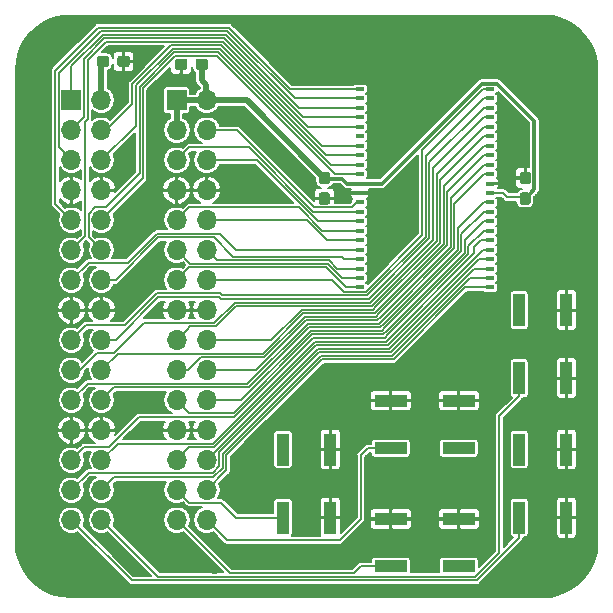
<source format=gbr>
G04 #@! TF.GenerationSoftware,KiCad,Pcbnew,5.0.2-bee76a0~70~ubuntu18.04.1*
G04 #@! TF.CreationDate,2019-04-04T22:51:14+01:00*
G04 #@! TF.ProjectId,sram_dev_board,7372616d-5f64-4657-965f-626f6172642e,rev?*
G04 #@! TF.SameCoordinates,Original*
G04 #@! TF.FileFunction,Copper,L1,Top*
G04 #@! TF.FilePolarity,Positive*
%FSLAX46Y46*%
G04 Gerber Fmt 4.6, Leading zero omitted, Abs format (unit mm)*
G04 Created by KiCad (PCBNEW 5.0.2-bee76a0~70~ubuntu18.04.1) date Thu 04 Apr 2019 22:51:14 BST*
%MOMM*%
%LPD*%
G01*
G04 APERTURE LIST*
G04 #@! TA.AperFunction,Conductor*
%ADD10C,0.100000*%
G04 #@! TD*
G04 #@! TA.AperFunction,SMDPad,CuDef*
%ADD11C,0.950000*%
G04 #@! TD*
G04 #@! TA.AperFunction,ComponentPad*
%ADD12R,1.700000X1.700000*%
G04 #@! TD*
G04 #@! TA.AperFunction,ComponentPad*
%ADD13O,1.700000X1.700000*%
G04 #@! TD*
G04 #@! TA.AperFunction,SMDPad,CuDef*
%ADD14R,2.750000X1.000000*%
G04 #@! TD*
G04 #@! TA.AperFunction,SMDPad,CuDef*
%ADD15R,1.000000X2.750000*%
G04 #@! TD*
G04 #@! TA.AperFunction,SMDPad,CuDef*
%ADD16R,0.800000X0.300000*%
G04 #@! TD*
G04 #@! TA.AperFunction,ViaPad*
%ADD17C,0.600000*%
G04 #@! TD*
G04 #@! TA.AperFunction,Conductor*
%ADD18C,0.500000*%
G04 #@! TD*
G04 #@! TA.AperFunction,Conductor*
%ADD19C,0.200000*%
G04 #@! TD*
G04 #@! TA.AperFunction,Conductor*
%ADD20C,0.300000*%
G04 #@! TD*
G04 #@! TA.AperFunction,Conductor*
%ADD21C,0.150000*%
G04 #@! TD*
G04 APERTURE END LIST*
D10*
G04 #@! TO.N,+3V3*
G04 #@! TO.C,C1*
G36*
X128060779Y-78776144D02*
X128083834Y-78779563D01*
X128106443Y-78785227D01*
X128128387Y-78793079D01*
X128149457Y-78803044D01*
X128169448Y-78815026D01*
X128188168Y-78828910D01*
X128205438Y-78844562D01*
X128221090Y-78861832D01*
X128234974Y-78880552D01*
X128246956Y-78900543D01*
X128256921Y-78921613D01*
X128264773Y-78943557D01*
X128270437Y-78966166D01*
X128273856Y-78989221D01*
X128275000Y-79012500D01*
X128275000Y-79487500D01*
X128273856Y-79510779D01*
X128270437Y-79533834D01*
X128264773Y-79556443D01*
X128256921Y-79578387D01*
X128246956Y-79599457D01*
X128234974Y-79619448D01*
X128221090Y-79638168D01*
X128205438Y-79655438D01*
X128188168Y-79671090D01*
X128169448Y-79684974D01*
X128149457Y-79696956D01*
X128128387Y-79706921D01*
X128106443Y-79714773D01*
X128083834Y-79720437D01*
X128060779Y-79723856D01*
X128037500Y-79725000D01*
X127462500Y-79725000D01*
X127439221Y-79723856D01*
X127416166Y-79720437D01*
X127393557Y-79714773D01*
X127371613Y-79706921D01*
X127350543Y-79696956D01*
X127330552Y-79684974D01*
X127311832Y-79671090D01*
X127294562Y-79655438D01*
X127278910Y-79638168D01*
X127265026Y-79619448D01*
X127253044Y-79599457D01*
X127243079Y-79578387D01*
X127235227Y-79556443D01*
X127229563Y-79533834D01*
X127226144Y-79510779D01*
X127225000Y-79487500D01*
X127225000Y-79012500D01*
X127226144Y-78989221D01*
X127229563Y-78966166D01*
X127235227Y-78943557D01*
X127243079Y-78921613D01*
X127253044Y-78900543D01*
X127265026Y-78880552D01*
X127278910Y-78861832D01*
X127294562Y-78844562D01*
X127311832Y-78828910D01*
X127330552Y-78815026D01*
X127350543Y-78803044D01*
X127371613Y-78793079D01*
X127393557Y-78785227D01*
X127416166Y-78779563D01*
X127439221Y-78776144D01*
X127462500Y-78775000D01*
X128037500Y-78775000D01*
X128060779Y-78776144D01*
X128060779Y-78776144D01*
G37*
D11*
G04 #@! TD*
G04 #@! TO.P,C1,1*
G04 #@! TO.N,+3V3*
X127750000Y-79250000D03*
D10*
G04 #@! TO.N,GND*
G04 #@! TO.C,C1*
G36*
X129810779Y-78776144D02*
X129833834Y-78779563D01*
X129856443Y-78785227D01*
X129878387Y-78793079D01*
X129899457Y-78803044D01*
X129919448Y-78815026D01*
X129938168Y-78828910D01*
X129955438Y-78844562D01*
X129971090Y-78861832D01*
X129984974Y-78880552D01*
X129996956Y-78900543D01*
X130006921Y-78921613D01*
X130014773Y-78943557D01*
X130020437Y-78966166D01*
X130023856Y-78989221D01*
X130025000Y-79012500D01*
X130025000Y-79487500D01*
X130023856Y-79510779D01*
X130020437Y-79533834D01*
X130014773Y-79556443D01*
X130006921Y-79578387D01*
X129996956Y-79599457D01*
X129984974Y-79619448D01*
X129971090Y-79638168D01*
X129955438Y-79655438D01*
X129938168Y-79671090D01*
X129919448Y-79684974D01*
X129899457Y-79696956D01*
X129878387Y-79706921D01*
X129856443Y-79714773D01*
X129833834Y-79720437D01*
X129810779Y-79723856D01*
X129787500Y-79725000D01*
X129212500Y-79725000D01*
X129189221Y-79723856D01*
X129166166Y-79720437D01*
X129143557Y-79714773D01*
X129121613Y-79706921D01*
X129100543Y-79696956D01*
X129080552Y-79684974D01*
X129061832Y-79671090D01*
X129044562Y-79655438D01*
X129028910Y-79638168D01*
X129015026Y-79619448D01*
X129003044Y-79599457D01*
X128993079Y-79578387D01*
X128985227Y-79556443D01*
X128979563Y-79533834D01*
X128976144Y-79510779D01*
X128975000Y-79487500D01*
X128975000Y-79012500D01*
X128976144Y-78989221D01*
X128979563Y-78966166D01*
X128985227Y-78943557D01*
X128993079Y-78921613D01*
X129003044Y-78900543D01*
X129015026Y-78880552D01*
X129028910Y-78861832D01*
X129044562Y-78844562D01*
X129061832Y-78828910D01*
X129080552Y-78815026D01*
X129100543Y-78803044D01*
X129121613Y-78793079D01*
X129143557Y-78785227D01*
X129166166Y-78779563D01*
X129189221Y-78776144D01*
X129212500Y-78775000D01*
X129787500Y-78775000D01*
X129810779Y-78776144D01*
X129810779Y-78776144D01*
G37*
D11*
G04 #@! TD*
G04 #@! TO.P,C1,2*
G04 #@! TO.N,GND*
X129500000Y-79250000D03*
D10*
G04 #@! TO.N,GND*
G04 #@! TO.C,C2*
G36*
X134685779Y-79026144D02*
X134708834Y-79029563D01*
X134731443Y-79035227D01*
X134753387Y-79043079D01*
X134774457Y-79053044D01*
X134794448Y-79065026D01*
X134813168Y-79078910D01*
X134830438Y-79094562D01*
X134846090Y-79111832D01*
X134859974Y-79130552D01*
X134871956Y-79150543D01*
X134881921Y-79171613D01*
X134889773Y-79193557D01*
X134895437Y-79216166D01*
X134898856Y-79239221D01*
X134900000Y-79262500D01*
X134900000Y-79737500D01*
X134898856Y-79760779D01*
X134895437Y-79783834D01*
X134889773Y-79806443D01*
X134881921Y-79828387D01*
X134871956Y-79849457D01*
X134859974Y-79869448D01*
X134846090Y-79888168D01*
X134830438Y-79905438D01*
X134813168Y-79921090D01*
X134794448Y-79934974D01*
X134774457Y-79946956D01*
X134753387Y-79956921D01*
X134731443Y-79964773D01*
X134708834Y-79970437D01*
X134685779Y-79973856D01*
X134662500Y-79975000D01*
X134087500Y-79975000D01*
X134064221Y-79973856D01*
X134041166Y-79970437D01*
X134018557Y-79964773D01*
X133996613Y-79956921D01*
X133975543Y-79946956D01*
X133955552Y-79934974D01*
X133936832Y-79921090D01*
X133919562Y-79905438D01*
X133903910Y-79888168D01*
X133890026Y-79869448D01*
X133878044Y-79849457D01*
X133868079Y-79828387D01*
X133860227Y-79806443D01*
X133854563Y-79783834D01*
X133851144Y-79760779D01*
X133850000Y-79737500D01*
X133850000Y-79262500D01*
X133851144Y-79239221D01*
X133854563Y-79216166D01*
X133860227Y-79193557D01*
X133868079Y-79171613D01*
X133878044Y-79150543D01*
X133890026Y-79130552D01*
X133903910Y-79111832D01*
X133919562Y-79094562D01*
X133936832Y-79078910D01*
X133955552Y-79065026D01*
X133975543Y-79053044D01*
X133996613Y-79043079D01*
X134018557Y-79035227D01*
X134041166Y-79029563D01*
X134064221Y-79026144D01*
X134087500Y-79025000D01*
X134662500Y-79025000D01*
X134685779Y-79026144D01*
X134685779Y-79026144D01*
G37*
D11*
G04 #@! TD*
G04 #@! TO.P,C2,2*
G04 #@! TO.N,GND*
X134375000Y-79500000D03*
D10*
G04 #@! TO.N,+3V3*
G04 #@! TO.C,C2*
G36*
X136435779Y-79026144D02*
X136458834Y-79029563D01*
X136481443Y-79035227D01*
X136503387Y-79043079D01*
X136524457Y-79053044D01*
X136544448Y-79065026D01*
X136563168Y-79078910D01*
X136580438Y-79094562D01*
X136596090Y-79111832D01*
X136609974Y-79130552D01*
X136621956Y-79150543D01*
X136631921Y-79171613D01*
X136639773Y-79193557D01*
X136645437Y-79216166D01*
X136648856Y-79239221D01*
X136650000Y-79262500D01*
X136650000Y-79737500D01*
X136648856Y-79760779D01*
X136645437Y-79783834D01*
X136639773Y-79806443D01*
X136631921Y-79828387D01*
X136621956Y-79849457D01*
X136609974Y-79869448D01*
X136596090Y-79888168D01*
X136580438Y-79905438D01*
X136563168Y-79921090D01*
X136544448Y-79934974D01*
X136524457Y-79946956D01*
X136503387Y-79956921D01*
X136481443Y-79964773D01*
X136458834Y-79970437D01*
X136435779Y-79973856D01*
X136412500Y-79975000D01*
X135837500Y-79975000D01*
X135814221Y-79973856D01*
X135791166Y-79970437D01*
X135768557Y-79964773D01*
X135746613Y-79956921D01*
X135725543Y-79946956D01*
X135705552Y-79934974D01*
X135686832Y-79921090D01*
X135669562Y-79905438D01*
X135653910Y-79888168D01*
X135640026Y-79869448D01*
X135628044Y-79849457D01*
X135618079Y-79828387D01*
X135610227Y-79806443D01*
X135604563Y-79783834D01*
X135601144Y-79760779D01*
X135600000Y-79737500D01*
X135600000Y-79262500D01*
X135601144Y-79239221D01*
X135604563Y-79216166D01*
X135610227Y-79193557D01*
X135618079Y-79171613D01*
X135628044Y-79150543D01*
X135640026Y-79130552D01*
X135653910Y-79111832D01*
X135669562Y-79094562D01*
X135686832Y-79078910D01*
X135705552Y-79065026D01*
X135725543Y-79053044D01*
X135746613Y-79043079D01*
X135768557Y-79035227D01*
X135791166Y-79029563D01*
X135814221Y-79026144D01*
X135837500Y-79025000D01*
X136412500Y-79025000D01*
X136435779Y-79026144D01*
X136435779Y-79026144D01*
G37*
D11*
G04 #@! TD*
G04 #@! TO.P,C2,1*
G04 #@! TO.N,+3V3*
X136125000Y-79500000D03*
D10*
G04 #@! TO.N,+3V3*
G04 #@! TO.C,C3*
G36*
X146760779Y-88601144D02*
X146783834Y-88604563D01*
X146806443Y-88610227D01*
X146828387Y-88618079D01*
X146849457Y-88628044D01*
X146869448Y-88640026D01*
X146888168Y-88653910D01*
X146905438Y-88669562D01*
X146921090Y-88686832D01*
X146934974Y-88705552D01*
X146946956Y-88725543D01*
X146956921Y-88746613D01*
X146964773Y-88768557D01*
X146970437Y-88791166D01*
X146973856Y-88814221D01*
X146975000Y-88837500D01*
X146975000Y-89412500D01*
X146973856Y-89435779D01*
X146970437Y-89458834D01*
X146964773Y-89481443D01*
X146956921Y-89503387D01*
X146946956Y-89524457D01*
X146934974Y-89544448D01*
X146921090Y-89563168D01*
X146905438Y-89580438D01*
X146888168Y-89596090D01*
X146869448Y-89609974D01*
X146849457Y-89621956D01*
X146828387Y-89631921D01*
X146806443Y-89639773D01*
X146783834Y-89645437D01*
X146760779Y-89648856D01*
X146737500Y-89650000D01*
X146262500Y-89650000D01*
X146239221Y-89648856D01*
X146216166Y-89645437D01*
X146193557Y-89639773D01*
X146171613Y-89631921D01*
X146150543Y-89621956D01*
X146130552Y-89609974D01*
X146111832Y-89596090D01*
X146094562Y-89580438D01*
X146078910Y-89563168D01*
X146065026Y-89544448D01*
X146053044Y-89524457D01*
X146043079Y-89503387D01*
X146035227Y-89481443D01*
X146029563Y-89458834D01*
X146026144Y-89435779D01*
X146025000Y-89412500D01*
X146025000Y-88837500D01*
X146026144Y-88814221D01*
X146029563Y-88791166D01*
X146035227Y-88768557D01*
X146043079Y-88746613D01*
X146053044Y-88725543D01*
X146065026Y-88705552D01*
X146078910Y-88686832D01*
X146094562Y-88669562D01*
X146111832Y-88653910D01*
X146130552Y-88640026D01*
X146150543Y-88628044D01*
X146171613Y-88618079D01*
X146193557Y-88610227D01*
X146216166Y-88604563D01*
X146239221Y-88601144D01*
X146262500Y-88600000D01*
X146737500Y-88600000D01*
X146760779Y-88601144D01*
X146760779Y-88601144D01*
G37*
D11*
G04 #@! TD*
G04 #@! TO.P,C3,1*
G04 #@! TO.N,+3V3*
X146500000Y-89125000D03*
D10*
G04 #@! TO.N,GND*
G04 #@! TO.C,C3*
G36*
X146760779Y-90351144D02*
X146783834Y-90354563D01*
X146806443Y-90360227D01*
X146828387Y-90368079D01*
X146849457Y-90378044D01*
X146869448Y-90390026D01*
X146888168Y-90403910D01*
X146905438Y-90419562D01*
X146921090Y-90436832D01*
X146934974Y-90455552D01*
X146946956Y-90475543D01*
X146956921Y-90496613D01*
X146964773Y-90518557D01*
X146970437Y-90541166D01*
X146973856Y-90564221D01*
X146975000Y-90587500D01*
X146975000Y-91162500D01*
X146973856Y-91185779D01*
X146970437Y-91208834D01*
X146964773Y-91231443D01*
X146956921Y-91253387D01*
X146946956Y-91274457D01*
X146934974Y-91294448D01*
X146921090Y-91313168D01*
X146905438Y-91330438D01*
X146888168Y-91346090D01*
X146869448Y-91359974D01*
X146849457Y-91371956D01*
X146828387Y-91381921D01*
X146806443Y-91389773D01*
X146783834Y-91395437D01*
X146760779Y-91398856D01*
X146737500Y-91400000D01*
X146262500Y-91400000D01*
X146239221Y-91398856D01*
X146216166Y-91395437D01*
X146193557Y-91389773D01*
X146171613Y-91381921D01*
X146150543Y-91371956D01*
X146130552Y-91359974D01*
X146111832Y-91346090D01*
X146094562Y-91330438D01*
X146078910Y-91313168D01*
X146065026Y-91294448D01*
X146053044Y-91274457D01*
X146043079Y-91253387D01*
X146035227Y-91231443D01*
X146029563Y-91208834D01*
X146026144Y-91185779D01*
X146025000Y-91162500D01*
X146025000Y-90587500D01*
X146026144Y-90564221D01*
X146029563Y-90541166D01*
X146035227Y-90518557D01*
X146043079Y-90496613D01*
X146053044Y-90475543D01*
X146065026Y-90455552D01*
X146078910Y-90436832D01*
X146094562Y-90419562D01*
X146111832Y-90403910D01*
X146130552Y-90390026D01*
X146150543Y-90378044D01*
X146171613Y-90368079D01*
X146193557Y-90360227D01*
X146216166Y-90354563D01*
X146239221Y-90351144D01*
X146262500Y-90350000D01*
X146737500Y-90350000D01*
X146760779Y-90351144D01*
X146760779Y-90351144D01*
G37*
D11*
G04 #@! TD*
G04 #@! TO.P,C3,2*
G04 #@! TO.N,GND*
X146500000Y-90875000D03*
D10*
G04 #@! TO.N,GND*
G04 #@! TO.C,C4*
G36*
X163760779Y-88601144D02*
X163783834Y-88604563D01*
X163806443Y-88610227D01*
X163828387Y-88618079D01*
X163849457Y-88628044D01*
X163869448Y-88640026D01*
X163888168Y-88653910D01*
X163905438Y-88669562D01*
X163921090Y-88686832D01*
X163934974Y-88705552D01*
X163946956Y-88725543D01*
X163956921Y-88746613D01*
X163964773Y-88768557D01*
X163970437Y-88791166D01*
X163973856Y-88814221D01*
X163975000Y-88837500D01*
X163975000Y-89412500D01*
X163973856Y-89435779D01*
X163970437Y-89458834D01*
X163964773Y-89481443D01*
X163956921Y-89503387D01*
X163946956Y-89524457D01*
X163934974Y-89544448D01*
X163921090Y-89563168D01*
X163905438Y-89580438D01*
X163888168Y-89596090D01*
X163869448Y-89609974D01*
X163849457Y-89621956D01*
X163828387Y-89631921D01*
X163806443Y-89639773D01*
X163783834Y-89645437D01*
X163760779Y-89648856D01*
X163737500Y-89650000D01*
X163262500Y-89650000D01*
X163239221Y-89648856D01*
X163216166Y-89645437D01*
X163193557Y-89639773D01*
X163171613Y-89631921D01*
X163150543Y-89621956D01*
X163130552Y-89609974D01*
X163111832Y-89596090D01*
X163094562Y-89580438D01*
X163078910Y-89563168D01*
X163065026Y-89544448D01*
X163053044Y-89524457D01*
X163043079Y-89503387D01*
X163035227Y-89481443D01*
X163029563Y-89458834D01*
X163026144Y-89435779D01*
X163025000Y-89412500D01*
X163025000Y-88837500D01*
X163026144Y-88814221D01*
X163029563Y-88791166D01*
X163035227Y-88768557D01*
X163043079Y-88746613D01*
X163053044Y-88725543D01*
X163065026Y-88705552D01*
X163078910Y-88686832D01*
X163094562Y-88669562D01*
X163111832Y-88653910D01*
X163130552Y-88640026D01*
X163150543Y-88628044D01*
X163171613Y-88618079D01*
X163193557Y-88610227D01*
X163216166Y-88604563D01*
X163239221Y-88601144D01*
X163262500Y-88600000D01*
X163737500Y-88600000D01*
X163760779Y-88601144D01*
X163760779Y-88601144D01*
G37*
D11*
G04 #@! TD*
G04 #@! TO.P,C4,2*
G04 #@! TO.N,GND*
X163500000Y-89125000D03*
D10*
G04 #@! TO.N,+3V3*
G04 #@! TO.C,C4*
G36*
X163760779Y-90351144D02*
X163783834Y-90354563D01*
X163806443Y-90360227D01*
X163828387Y-90368079D01*
X163849457Y-90378044D01*
X163869448Y-90390026D01*
X163888168Y-90403910D01*
X163905438Y-90419562D01*
X163921090Y-90436832D01*
X163934974Y-90455552D01*
X163946956Y-90475543D01*
X163956921Y-90496613D01*
X163964773Y-90518557D01*
X163970437Y-90541166D01*
X163973856Y-90564221D01*
X163975000Y-90587500D01*
X163975000Y-91162500D01*
X163973856Y-91185779D01*
X163970437Y-91208834D01*
X163964773Y-91231443D01*
X163956921Y-91253387D01*
X163946956Y-91274457D01*
X163934974Y-91294448D01*
X163921090Y-91313168D01*
X163905438Y-91330438D01*
X163888168Y-91346090D01*
X163869448Y-91359974D01*
X163849457Y-91371956D01*
X163828387Y-91381921D01*
X163806443Y-91389773D01*
X163783834Y-91395437D01*
X163760779Y-91398856D01*
X163737500Y-91400000D01*
X163262500Y-91400000D01*
X163239221Y-91398856D01*
X163216166Y-91395437D01*
X163193557Y-91389773D01*
X163171613Y-91381921D01*
X163150543Y-91371956D01*
X163130552Y-91359974D01*
X163111832Y-91346090D01*
X163094562Y-91330438D01*
X163078910Y-91313168D01*
X163065026Y-91294448D01*
X163053044Y-91274457D01*
X163043079Y-91253387D01*
X163035227Y-91231443D01*
X163029563Y-91208834D01*
X163026144Y-91185779D01*
X163025000Y-91162500D01*
X163025000Y-90587500D01*
X163026144Y-90564221D01*
X163029563Y-90541166D01*
X163035227Y-90518557D01*
X163043079Y-90496613D01*
X163053044Y-90475543D01*
X163065026Y-90455552D01*
X163078910Y-90436832D01*
X163094562Y-90419562D01*
X163111832Y-90403910D01*
X163130552Y-90390026D01*
X163150543Y-90378044D01*
X163171613Y-90368079D01*
X163193557Y-90360227D01*
X163216166Y-90354563D01*
X163239221Y-90351144D01*
X163262500Y-90350000D01*
X163737500Y-90350000D01*
X163760779Y-90351144D01*
X163760779Y-90351144D01*
G37*
D11*
G04 #@! TD*
G04 #@! TO.P,C4,1*
G04 #@! TO.N,+3V3*
X163500000Y-90875000D03*
D12*
G04 #@! TO.P,J1,1*
G04 #@! TO.N,/R16*
X125080000Y-82540000D03*
D13*
G04 #@! TO.P,J1,2*
G04 #@! TO.N,+3V3*
X127620000Y-82540000D03*
G04 #@! TO.P,J1,3*
G04 #@! TO.N,/T15*
X125080000Y-85080000D03*
G04 #@! TO.P,J1,4*
G04 #@! TO.N,/T16*
X127620000Y-85080000D03*
G04 #@! TO.P,J1,5*
G04 #@! TO.N,/T13*
X125080000Y-87620000D03*
G04 #@! TO.P,J1,6*
G04 #@! TO.N,/T14*
X127620000Y-87620000D03*
G04 #@! TO.P,J1,7*
G04 #@! TO.N,GND*
X125080000Y-90160000D03*
G04 #@! TO.P,J1,8*
X127620000Y-90160000D03*
G04 #@! TO.P,J1,9*
G04 #@! TO.N,/N12*
X125080000Y-92700000D03*
G04 #@! TO.P,J1,10*
G04 #@! TO.N,/P13*
X127620000Y-92700000D03*
G04 #@! TO.P,J1,11*
G04 #@! TO.N,/N10*
X125080000Y-95240000D03*
G04 #@! TO.P,J1,12*
G04 #@! TO.N,/M11*
X127620000Y-95240000D03*
G04 #@! TO.P,J1,13*
G04 #@! TO.N,/T11*
X125080000Y-97780000D03*
G04 #@! TO.P,J1,14*
G04 #@! TO.N,/P10*
X127620000Y-97780000D03*
G04 #@! TO.P,J1,15*
G04 #@! TO.N,GND*
X125080000Y-100320000D03*
G04 #@! TO.P,J1,16*
X127620000Y-100320000D03*
G04 #@! TO.P,J1,17*
G04 #@! TO.N,/T10*
X125080000Y-102860000D03*
G04 #@! TO.P,J1,18*
G04 #@! TO.N,/R10*
X127620000Y-102860000D03*
G04 #@! TO.P,J1,19*
G04 #@! TO.N,/P8*
X125080000Y-105400000D03*
G04 #@! TO.P,J1,20*
G04 #@! TO.N,/P9*
X127620000Y-105400000D03*
G04 #@! TO.P,J1,21*
G04 #@! TO.N,/T9*
X125080000Y-107940000D03*
G04 #@! TO.P,J1,22*
G04 #@! TO.N,/R9*
X127620000Y-107940000D03*
G04 #@! TO.P,J1,23*
G04 #@! TO.N,GND*
X125080000Y-110480000D03*
G04 #@! TO.P,J1,24*
X127620000Y-110480000D03*
G04 #@! TO.P,J1,25*
G04 #@! TO.N,/T7*
X125080000Y-113020000D03*
G04 #@! TO.P,J1,26*
G04 #@! TO.N,/T8*
X127620000Y-113020000D03*
G04 #@! TO.P,J1,27*
G04 #@! TO.N,/T6*
X125080000Y-115560000D03*
G04 #@! TO.P,J1,28*
G04 #@! TO.N,/R6*
X127620000Y-115560000D03*
G04 #@! TO.P,J1,29*
G04 #@! TO.N,/T5*
X125080000Y-118100000D03*
G04 #@! TO.P,J1,30*
G04 #@! TO.N,/R5*
X127620000Y-118100000D03*
G04 #@! TD*
D12*
G04 #@! TO.P,J2,1*
G04 #@! TO.N,+3V3*
X134000000Y-82540000D03*
D13*
G04 #@! TO.P,J2,2*
X136540000Y-82540000D03*
G04 #@! TO.P,J2,3*
X134000000Y-85080000D03*
G04 #@! TO.P,J2,4*
G04 #@! TO.N,/R1*
X136540000Y-85080000D03*
G04 #@! TO.P,J2,5*
G04 #@! TO.N,/P1*
X134000000Y-87620000D03*
G04 #@! TO.P,J2,6*
G04 #@! TO.N,/P2*
X136540000Y-87620000D03*
G04 #@! TO.P,J2,7*
G04 #@! TO.N,GND*
X134000000Y-90160000D03*
G04 #@! TO.P,J2,8*
X136540000Y-90160000D03*
G04 #@! TO.P,J2,9*
G04 #@! TO.N,/N3*
X134000000Y-92700000D03*
G04 #@! TO.P,J2,10*
G04 #@! TO.N,/N2*
X136540000Y-92700000D03*
G04 #@! TO.P,J2,11*
G04 #@! TO.N,/M2*
X134000000Y-95240000D03*
G04 #@! TO.P,J2,12*
G04 #@! TO.N,/M1*
X136540000Y-95240000D03*
G04 #@! TO.P,J2,13*
G04 #@! TO.N,/L3*
X134000000Y-97780000D03*
G04 #@! TO.P,J2,14*
G04 #@! TO.N,/L1*
X136540000Y-97780000D03*
G04 #@! TO.P,J2,15*
G04 #@! TO.N,GND*
X134000000Y-100320000D03*
G04 #@! TO.P,J2,16*
X136540000Y-100320000D03*
G04 #@! TO.P,J2,17*
G04 #@! TO.N,/K3*
X134000000Y-102860000D03*
G04 #@! TO.P,J2,18*
G04 #@! TO.N,/K1*
X136540000Y-102860000D03*
G04 #@! TO.P,J2,19*
G04 #@! TO.N,/J2*
X134000000Y-105400000D03*
G04 #@! TO.P,J2,20*
G04 #@! TO.N,/J1*
X136540000Y-105400000D03*
G04 #@! TO.P,J2,21*
G04 #@! TO.N,/H2*
X134000000Y-107940000D03*
G04 #@! TO.P,J2,22*
G04 #@! TO.N,/J3*
X136540000Y-107940000D03*
G04 #@! TO.P,J2,23*
G04 #@! TO.N,GND*
X134000000Y-110480000D03*
G04 #@! TO.P,J2,24*
X136540000Y-110480000D03*
G04 #@! TO.P,J2,25*
G04 #@! TO.N,/G2*
X134000000Y-113020000D03*
G04 #@! TO.P,J2,26*
G04 #@! TO.N,/H1*
X136540000Y-113020000D03*
G04 #@! TO.P,J2,27*
G04 #@! TO.N,/F2*
X134000000Y-115560000D03*
G04 #@! TO.P,J2,28*
G04 #@! TO.N,/G1*
X136540000Y-115560000D03*
G04 #@! TO.P,J2,29*
G04 #@! TO.N,/E2*
X134000000Y-118100000D03*
G04 #@! TO.P,J2,30*
G04 #@! TO.N,/F1*
X136540000Y-118100000D03*
G04 #@! TD*
D14*
G04 #@! TO.P,SW1,1*
G04 #@! TO.N,/F1*
X152120000Y-112000000D03*
X157880000Y-112000000D03*
G04 #@! TO.P,SW1,2*
G04 #@! TO.N,GND*
X157880000Y-108000000D03*
X152120000Y-108000000D03*
G04 #@! TD*
G04 #@! TO.P,SW2,2*
G04 #@! TO.N,GND*
X152120000Y-118000000D03*
X157880000Y-118000000D03*
G04 #@! TO.P,SW2,1*
G04 #@! TO.N,/E2*
X157880000Y-122000000D03*
X152120000Y-122000000D03*
G04 #@! TD*
D15*
G04 #@! TO.P,SW3,1*
G04 #@! TO.N,/F2*
X143000000Y-112120000D03*
X143000000Y-117880000D03*
G04 #@! TO.P,SW3,2*
G04 #@! TO.N,GND*
X147000000Y-117880000D03*
X147000000Y-112120000D03*
G04 #@! TD*
G04 #@! TO.P,SW4,2*
G04 #@! TO.N,GND*
X167000000Y-112120000D03*
X167000000Y-117880000D03*
G04 #@! TO.P,SW4,1*
G04 #@! TO.N,/T5*
X163000000Y-117880000D03*
X163000000Y-112120000D03*
G04 #@! TD*
D16*
G04 #@! TO.P,U1,1*
G04 #@! TO.N,/G1*
X160500000Y-98400000D03*
X160500000Y-98400000D03*
G04 #@! TO.P,U1,2*
G04 #@! TO.N,/R6*
X160500000Y-97600000D03*
G04 #@! TO.P,U1,3*
G04 #@! TO.N,/T6*
X160500000Y-96800000D03*
G04 #@! TO.P,U1,4*
G04 #@! TO.N,/H1*
X160500000Y-96000000D03*
G04 #@! TO.P,U1,5*
G04 #@! TO.N,/G2*
X160500000Y-95200000D03*
G04 #@! TO.P,U1,6*
G04 #@! TO.N,/T8*
X160500000Y-94400000D03*
G04 #@! TO.P,U1,7*
G04 #@! TO.N,/T7*
X160500000Y-93600000D03*
G04 #@! TO.P,U1,8*
G04 #@! TO.N,/H2*
X160500000Y-92800000D03*
G04 #@! TO.P,U1,9*
G04 #@! TO.N,/J3*
X160500000Y-92000000D03*
G04 #@! TO.P,U1,10*
G04 #@! TO.N,/R9*
X160500000Y-91200000D03*
G04 #@! TO.P,U1,11*
G04 #@! TO.N,+3V3*
X160500000Y-90400000D03*
G04 #@! TO.P,U1,12*
G04 #@! TO.N,GND*
X160500000Y-89600000D03*
G04 #@! TO.P,U1,13*
G04 #@! TO.N,/T9*
X160500000Y-88800000D03*
G04 #@! TO.P,U1,14*
G04 #@! TO.N,/J1*
X160500000Y-88000000D03*
G04 #@! TO.P,U1,15*
G04 #@! TO.N,/J2*
X160500000Y-87200000D03*
G04 #@! TO.P,U1,16*
G04 #@! TO.N,/P9*
X160500000Y-86400000D03*
G04 #@! TO.P,U1,17*
G04 #@! TO.N,/K1*
X160500000Y-85600000D03*
G04 #@! TO.P,U1,18*
G04 #@! TO.N,/K3*
X160500000Y-84800000D03*
G04 #@! TO.P,U1,19*
G04 #@! TO.N,/P8*
X160500000Y-84000000D03*
G04 #@! TO.P,U1,20*
G04 #@! TO.N,/R10*
X160500000Y-83200000D03*
G04 #@! TO.P,U1,21*
G04 #@! TO.N,/T10*
X160500000Y-82400000D03*
G04 #@! TO.P,U1,22*
G04 #@! TO.N,/L1*
X160500000Y-81600000D03*
G04 #@! TO.P,U1,23*
G04 #@! TO.N,/N12*
X149500000Y-81600000D03*
G04 #@! TO.P,U1,24*
G04 #@! TO.N,/T13*
X149500000Y-82400000D03*
G04 #@! TO.P,U1,25*
G04 #@! TO.N,/R16*
X149500000Y-83200000D03*
G04 #@! TO.P,U1,26*
G04 #@! TO.N,/T15*
X149500000Y-84000000D03*
G04 #@! TO.P,U1,27*
G04 #@! TO.N,/N10*
X149500000Y-84800000D03*
G04 #@! TO.P,U1,28*
G04 #@! TO.N,Net-(U1-Pad28)*
X149500000Y-85600000D03*
G04 #@! TO.P,U1,29*
G04 #@! TO.N,/T16*
X149500000Y-86400000D03*
G04 #@! TO.P,U1,30*
G04 #@! TO.N,/T14*
X149500000Y-87200000D03*
G04 #@! TO.P,U1,31*
G04 #@! TO.N,/M11*
X149500000Y-88000000D03*
G04 #@! TO.P,U1,32*
G04 #@! TO.N,/P13*
X149500000Y-88800000D03*
G04 #@! TO.P,U1,33*
G04 #@! TO.N,+3V3*
X149500000Y-89600000D03*
G04 #@! TO.P,U1,34*
G04 #@! TO.N,GND*
X149500000Y-90400000D03*
G04 #@! TO.P,U1,35*
G04 #@! TO.N,/R1*
X149500000Y-91200000D03*
G04 #@! TO.P,U1,36*
G04 #@! TO.N,/P1*
X149500000Y-92000000D03*
G04 #@! TO.P,U1,37*
G04 #@! TO.N,/P2*
X149500000Y-92800000D03*
G04 #@! TO.P,U1,38*
G04 #@! TO.N,/N3*
X149500000Y-93600000D03*
G04 #@! TO.P,U1,39*
G04 #@! TO.N,/N2*
X149500000Y-94400000D03*
G04 #@! TO.P,U1,40*
G04 #@! TO.N,/T11*
X149500000Y-95200000D03*
G04 #@! TO.P,U1,41*
G04 #@! TO.N,/P10*
X149500000Y-96000000D03*
G04 #@! TO.P,U1,42*
G04 #@! TO.N,/M1*
X149500000Y-96800000D03*
G04 #@! TO.P,U1,43*
G04 #@! TO.N,/M2*
X149500000Y-97600000D03*
G04 #@! TO.P,U1,44*
G04 #@! TO.N,/L3*
X149500000Y-98400000D03*
G04 #@! TD*
D15*
G04 #@! TO.P,SW5,1*
G04 #@! TO.N,/R5*
X163000000Y-100320000D03*
X163000000Y-106080000D03*
G04 #@! TO.P,SW5,2*
G04 #@! TO.N,GND*
X167000000Y-106080000D03*
X167000000Y-100320000D03*
G04 #@! TD*
D17*
G04 #@! TO.N,GND*
X123000000Y-78000000D03*
X132600000Y-75700000D03*
X135200000Y-80900000D03*
X132500000Y-81700000D03*
X132500000Y-83400000D03*
X132100000Y-78300000D03*
X128900000Y-81700000D03*
X128900000Y-83300000D03*
X123000000Y-122000000D03*
X167000000Y-122000000D03*
X167000000Y-78000000D03*
X145000000Y-78000000D03*
X151000000Y-88500000D03*
X154200000Y-88000000D03*
X148000000Y-90600000D03*
X145400000Y-89600000D03*
X138000000Y-84000000D03*
X128600000Y-94000000D03*
X142600000Y-90800000D03*
X132400000Y-96600000D03*
X132400000Y-108200000D03*
X130400000Y-111000000D03*
X130600000Y-122400000D03*
X137200000Y-122374979D03*
X145000000Y-119200000D03*
X160200000Y-120800000D03*
X138600000Y-120800000D03*
X162000000Y-119600000D03*
X162200000Y-89600000D03*
X161600000Y-82800000D03*
X161800000Y-91600000D03*
X164800000Y-91000000D03*
X169200000Y-95600000D03*
X138000000Y-115600000D03*
X130200000Y-86200000D03*
X150600000Y-97000000D03*
X154000000Y-93600000D03*
X150800000Y-90600000D03*
X158800000Y-99200000D03*
X146600000Y-105400000D03*
X153000000Y-105200000D03*
X139000000Y-112800000D03*
X158800000Y-80600000D03*
X150800000Y-80800000D03*
G04 #@! TD*
D18*
G04 #@! TO.N,+3V3*
X134000000Y-85080000D02*
X134000000Y-82540000D01*
X134000000Y-82540000D02*
X136540000Y-82540000D01*
D19*
X146500000Y-89125000D02*
X146625000Y-89250000D01*
X163375000Y-90750000D02*
X163500000Y-90875000D01*
X160500000Y-90400000D02*
X161650000Y-90400000D01*
X162000000Y-90750000D02*
X163375000Y-90750000D01*
X161650000Y-90400000D02*
X162000000Y-90750000D01*
D18*
X136125000Y-80875000D02*
X136125000Y-79500000D01*
X136500000Y-81250000D02*
X136125000Y-80875000D01*
X136540000Y-82540000D02*
X136500000Y-82500000D01*
X136500000Y-82500000D02*
X136500000Y-81250000D01*
X127620000Y-79380000D02*
X127620000Y-82540000D01*
X127750000Y-79250000D02*
X127620000Y-79380000D01*
X136540000Y-82540000D02*
X139915000Y-82540000D01*
X139915000Y-82540000D02*
X146000928Y-88625928D01*
X146000928Y-88625928D02*
X146500000Y-89125000D01*
D19*
X149500000Y-89600000D02*
X150100000Y-89600000D01*
D20*
X151400000Y-89600000D02*
X159850001Y-81149999D01*
X149500000Y-89600000D02*
X151400000Y-89600000D01*
X164275010Y-84285008D02*
X164275010Y-90099990D01*
X159850001Y-81149999D02*
X161140001Y-81149999D01*
X163999072Y-90375928D02*
X163500000Y-90875000D01*
X161140001Y-81149999D02*
X164275010Y-84285008D01*
X164275010Y-90099990D02*
X163999072Y-90375928D01*
X148400000Y-89600000D02*
X149500000Y-89600000D01*
X146500000Y-89125000D02*
X146575000Y-89200000D01*
X148000000Y-89200000D02*
X148400000Y-89600000D01*
X146575000Y-89200000D02*
X148000000Y-89200000D01*
D21*
G04 #@! TO.N,/R16*
X137349786Y-77000022D02*
X138151472Y-77000022D01*
X137349688Y-76999924D02*
X137349786Y-77000022D01*
X133150214Y-77000022D02*
X133150312Y-76999924D01*
X138151472Y-77000022D02*
X138151476Y-77000026D01*
X127749976Y-77000022D02*
X133150214Y-77000022D01*
X138543227Y-77391781D02*
X144351444Y-83200000D01*
X125080000Y-79670000D02*
X127749976Y-77000022D01*
X138151476Y-77000026D02*
X138543227Y-77391781D01*
X133150312Y-76999924D02*
X137349688Y-76999924D01*
X125080000Y-82540000D02*
X125080000Y-79670000D01*
X144351444Y-83200000D02*
X148950000Y-83200000D01*
X148950000Y-83200000D02*
X149500000Y-83200000D01*
G04 #@! TO.N,/T15*
X138338160Y-77610992D02*
X144727168Y-84000000D01*
X137225518Y-77300033D02*
X138027204Y-77300033D01*
X133274580Y-77299935D02*
X137225420Y-77299935D01*
X126155001Y-79019276D02*
X127874244Y-77300033D01*
X125080000Y-85080000D02*
X126155001Y-84004999D01*
X138027204Y-77300033D02*
X138027206Y-77300035D01*
X133274482Y-77300033D02*
X133274580Y-77299935D01*
X127874244Y-77300033D02*
X133274482Y-77300033D01*
X137225420Y-77299935D02*
X137225518Y-77300033D01*
X148950000Y-84000000D02*
X149500000Y-84000000D01*
X126155001Y-84004999D02*
X126155001Y-79019276D01*
X138027206Y-77300035D02*
X138338160Y-77610992D01*
X144727168Y-84000000D02*
X148950000Y-84000000D01*
G04 #@! TO.N,/T16*
X146278612Y-86400000D02*
X148950000Y-86400000D01*
X137778668Y-77900055D02*
X137954411Y-78075799D01*
X136976982Y-77900055D02*
X137778668Y-77900055D01*
X128020000Y-85080000D02*
X130250000Y-82850000D01*
X127620000Y-85080000D02*
X128020000Y-85080000D01*
X130250000Y-81173073D02*
X133523116Y-77899957D01*
X137954411Y-78075799D02*
X146278612Y-86400000D01*
X136976884Y-77899957D02*
X136976982Y-77900055D01*
X148950000Y-86400000D02*
X149500000Y-86400000D01*
X130250000Y-82850000D02*
X130250000Y-81173073D01*
X133523116Y-77899957D02*
X136976884Y-77899957D01*
G04 #@! TO.N,/T13*
X124004999Y-86544999D02*
X124004999Y-80245001D01*
X138275740Y-76700011D02*
X138275746Y-76700017D01*
X137473956Y-76699913D02*
X137474054Y-76700011D01*
X125080000Y-87620000D02*
X124004999Y-86544999D01*
X124004999Y-80245001D02*
X127549989Y-76700011D01*
X127549989Y-76700011D02*
X133025946Y-76700011D01*
X133025946Y-76700011D02*
X133026044Y-76699913D01*
X133026044Y-76699913D02*
X137473956Y-76699913D01*
X137474054Y-76700011D02*
X138275740Y-76700011D01*
X138275746Y-76700017D02*
X138751304Y-77175580D01*
X138751304Y-77175580D02*
X143975724Y-82400000D01*
X143975724Y-82400000D02*
X148950000Y-82400000D01*
X148950000Y-82400000D02*
X149500000Y-82400000D01*
G04 #@! TO.N,/T14*
X136852616Y-78199968D02*
X136852714Y-78200066D01*
X148950000Y-87200000D02*
X149500000Y-87200000D01*
X133647384Y-78199968D02*
X136852616Y-78199968D01*
X137654400Y-78200066D02*
X146654334Y-87200000D01*
X130550011Y-81297341D02*
X133647384Y-78199968D01*
X130550011Y-84689989D02*
X130550011Y-81297341D01*
X127620000Y-87620000D02*
X130550011Y-84689989D01*
X146654334Y-87200000D02*
X148950000Y-87200000D01*
X136852714Y-78200066D02*
X137654400Y-78200066D01*
G04 #@! TO.N,/N12*
X138961222Y-76961220D02*
X143600000Y-81600000D01*
X123704988Y-80045012D02*
X127350000Y-76400000D01*
X127350000Y-76400000D02*
X132901678Y-76400000D01*
X125080000Y-92700000D02*
X123704988Y-91324988D01*
X123704988Y-91324988D02*
X123704988Y-80045012D01*
X132901678Y-76400000D02*
X132901776Y-76399902D01*
X132901776Y-76399902D02*
X137598224Y-76399902D01*
X137598224Y-76399902D02*
X137598322Y-76400000D01*
X137598322Y-76400000D02*
X138400008Y-76400000D01*
X138400008Y-76400000D02*
X138400016Y-76400008D01*
X138400016Y-76400008D02*
X138961222Y-76961220D01*
X143600000Y-81600000D02*
X149500000Y-81600000D01*
G04 #@! TO.N,/P13*
X136604178Y-78800088D02*
X137405864Y-78800088D01*
X131150033Y-89169967D02*
X131150033Y-81545877D01*
X148950000Y-88800000D02*
X149500000Y-88800000D01*
X147405776Y-88800000D02*
X148950000Y-88800000D01*
X133895920Y-78799990D02*
X136604080Y-78799990D01*
X127620000Y-92700000D02*
X131150033Y-89169967D01*
X131150033Y-81545877D02*
X133895920Y-78799990D01*
X137405864Y-78800088D02*
X147405776Y-88800000D01*
X136604080Y-78799990D02*
X136604178Y-78800088D01*
G04 #@! TO.N,/N10*
X138138920Y-77836030D02*
X145102890Y-84800000D01*
X137902936Y-77600044D02*
X138138920Y-77836030D01*
X137101250Y-77600044D02*
X137902936Y-77600044D01*
X148950000Y-84800000D02*
X149500000Y-84800000D01*
X137101152Y-77599946D02*
X137101250Y-77600044D01*
X133398848Y-77599946D02*
X137101152Y-77599946D01*
X145102890Y-84800000D02*
X148950000Y-84800000D01*
X133398750Y-77600044D02*
X133398848Y-77599946D01*
X126244988Y-94075012D02*
X126244988Y-84355012D01*
X125080000Y-95240000D02*
X126244988Y-94075012D01*
X126455012Y-84144988D02*
X126455012Y-79143544D01*
X127998512Y-77600044D02*
X133398750Y-77600044D01*
X126244988Y-84355012D02*
X126455012Y-84144988D01*
X126455012Y-79143544D02*
X127998512Y-77600044D01*
G04 #@! TO.N,/M11*
X148950000Y-88000000D02*
X149500000Y-88000000D01*
X136728446Y-78500077D02*
X137530132Y-78500077D01*
X136728348Y-78499979D02*
X136728446Y-78500077D01*
X133771652Y-78499979D02*
X136728348Y-78499979D01*
X130850022Y-81421609D02*
X133771652Y-78499979D01*
X126544999Y-94164999D02*
X126544999Y-92183999D01*
X127103999Y-91624999D02*
X127975001Y-91624999D01*
X127620000Y-95240000D02*
X126544999Y-94164999D01*
X126544999Y-92183999D02*
X127103999Y-91624999D01*
X137530132Y-78500077D02*
X147030055Y-88000000D01*
X130850022Y-88749978D02*
X130850022Y-81421609D01*
X147030055Y-88000000D02*
X148950000Y-88000000D01*
X127975001Y-91624999D02*
X130850022Y-88749978D01*
G04 #@! TO.N,/T11*
X148800000Y-95200000D02*
X149500000Y-95200000D01*
X126544999Y-96315001D02*
X129862802Y-96315001D01*
X125080000Y-97780000D02*
X126544999Y-96315001D01*
X129862802Y-96315001D02*
X132312814Y-93864988D01*
X139000000Y-95200000D02*
X148800000Y-95200000D01*
X132312814Y-93864988D02*
X137664988Y-93864988D01*
X137664988Y-93864988D02*
X139000000Y-95200000D01*
G04 #@! TO.N,/P10*
X148200000Y-96000000D02*
X149500000Y-96000000D01*
X128822081Y-97780000D02*
X132437082Y-94164999D01*
X127620000Y-97780000D02*
X128822081Y-97780000D01*
X138799999Y-95800000D02*
X148000000Y-95800000D01*
X148000000Y-95800000D02*
X148200000Y-96000000D01*
X132437082Y-94164999D02*
X137164998Y-94164999D01*
X137164998Y-94164999D02*
X138799999Y-95800000D01*
G04 #@! TO.N,/T10*
X155100011Y-94099990D02*
X155100011Y-87299989D01*
X150124990Y-99075010D02*
X155100011Y-94099990D01*
X160000000Y-82400000D02*
X160500000Y-82400000D01*
X126340000Y-101600000D02*
X129600000Y-101600000D01*
X129600000Y-101600000D02*
X132300009Y-98899991D01*
X125080000Y-102860000D02*
X126340000Y-101600000D01*
X132300009Y-98899991D02*
X137699991Y-98899991D01*
X155100011Y-87299989D02*
X160000000Y-82400000D01*
X137699991Y-98899991D02*
X137875010Y-99075010D01*
X137875010Y-99075010D02*
X150124990Y-99075010D01*
G04 #@! TO.N,/R10*
X128822081Y-102860000D02*
X132437082Y-99244999D01*
X127620000Y-102860000D02*
X128822081Y-102860000D01*
X132437082Y-99244999D02*
X137620720Y-99244999D01*
X160000000Y-83200000D02*
X160500000Y-83200000D01*
X155400022Y-87799978D02*
X160000000Y-83200000D01*
X155400022Y-94224258D02*
X155400022Y-87799978D01*
X137620720Y-99244999D02*
X137750742Y-99375021D01*
X137750742Y-99375021D02*
X150249258Y-99375022D01*
X150249258Y-99375022D02*
X155400022Y-94224258D01*
G04 #@! TO.N,/P8*
X160000000Y-84000000D02*
X160500000Y-84000000D01*
X155700033Y-88299967D02*
X160000000Y-84000000D01*
X155700033Y-94348526D02*
X155700033Y-88299967D01*
X150373525Y-99675034D02*
X155700033Y-94348526D01*
X138900687Y-99675034D02*
X150373525Y-99675034D01*
X128660721Y-103935001D02*
X131200721Y-101395001D01*
X125800000Y-105400000D02*
X127264999Y-103935001D01*
X125080000Y-105400000D02*
X125800000Y-105400000D01*
X131200721Y-101395001D02*
X137180721Y-101395001D01*
X127264999Y-103935001D02*
X128660721Y-103935001D01*
X137180721Y-101395001D02*
X138900687Y-99675034D01*
G04 #@! TO.N,/P9*
X160000000Y-86400000D02*
X160500000Y-86400000D01*
X156600066Y-89799934D02*
X160000000Y-86400000D01*
X156600066Y-94721330D02*
X156600066Y-89799934D01*
X129020022Y-103999978D02*
X141284396Y-103999978D01*
X127620000Y-105400000D02*
X129020022Y-103999978D01*
X141284396Y-103999978D02*
X144709312Y-100575062D01*
X151021537Y-100299857D02*
X156600066Y-94721330D01*
X150746332Y-100575061D02*
X151021537Y-100299857D01*
X144709312Y-100575062D02*
X150746332Y-100575061D01*
G04 #@! TO.N,/T9*
X160000000Y-88800000D02*
X160500000Y-88800000D01*
X157500099Y-95094134D02*
X157500099Y-91299901D01*
X125080000Y-107940000D02*
X126455012Y-106564988D01*
X126455012Y-106564988D02*
X139992222Y-106564988D01*
X139992222Y-106564988D02*
X145082119Y-101475091D01*
X145082119Y-101475091D02*
X151119139Y-101475091D01*
X157500099Y-91299901D02*
X160000000Y-88800000D01*
X151119139Y-101475091D02*
X151394341Y-101199890D01*
X151394341Y-101199890D02*
X157500099Y-95094134D01*
G04 #@! TO.N,/R9*
X157800110Y-93399890D02*
X160000000Y-91200000D01*
X157800110Y-95218402D02*
X157800110Y-93399890D01*
X160000000Y-91200000D02*
X160500000Y-91200000D01*
X145206387Y-101775102D02*
X151243408Y-101775101D01*
X151243408Y-101775101D02*
X151551248Y-101467263D01*
X127620000Y-107940000D02*
X128695001Y-106864999D01*
X140116490Y-106864999D02*
X145206387Y-101775102D01*
X128695001Y-106864999D02*
X140116490Y-106864999D01*
X151551248Y-101467263D02*
X157800110Y-95218402D01*
G04 #@! TO.N,/T7*
X158700143Y-94899857D02*
X160000000Y-93600000D01*
X158700143Y-95591206D02*
X158700143Y-94899857D01*
X151924055Y-102367290D02*
X158700143Y-95591206D01*
X151616213Y-102675132D02*
X151924055Y-102367290D01*
X126155001Y-111944999D02*
X128255001Y-111944999D01*
X160000000Y-93600000D02*
X160500000Y-93600000D01*
X125080000Y-113020000D02*
X126155001Y-111944999D01*
X128255001Y-111944999D02*
X130795001Y-109404999D01*
X145579193Y-102675133D02*
X151616213Y-102675132D01*
X130795001Y-109404999D02*
X138849327Y-109404999D01*
X138849327Y-109404999D02*
X145579193Y-102675133D01*
G04 #@! TO.N,/T8*
X159200000Y-95000000D02*
X159800000Y-94400000D01*
X159800000Y-94400000D02*
X160500000Y-94400000D01*
X128995012Y-111644988D02*
X137033618Y-111644988D01*
X159200000Y-95515623D02*
X159200000Y-95000000D01*
X127620000Y-113020000D02*
X128995012Y-111644988D01*
X137033618Y-111644988D02*
X145703463Y-102975142D01*
X145703463Y-102975142D02*
X151740482Y-102975141D01*
X151740482Y-102975141D02*
X159200000Y-95515623D01*
G04 #@! TO.N,/T6*
X125080000Y-115560000D02*
X126544999Y-114095001D01*
X126544999Y-114095001D02*
X137056001Y-114095001D01*
X137056001Y-114095001D02*
X137615001Y-113536001D01*
X137615001Y-113536001D02*
X137615001Y-112336441D01*
X137615001Y-112336441D02*
X146076273Y-103875169D01*
X146076273Y-103875169D02*
X152113289Y-103875168D01*
X152113289Y-103875168D02*
X159188457Y-96800000D01*
X159188457Y-96800000D02*
X159950000Y-96800000D01*
X159950000Y-96800000D02*
X160500000Y-96800000D01*
G04 #@! TO.N,/R6*
X127620000Y-115560000D02*
X128695001Y-114484999D01*
X158812735Y-97600000D02*
X159950000Y-97600000D01*
X159950000Y-97600000D02*
X160500000Y-97600000D01*
X146200543Y-104175178D02*
X152237558Y-104175177D01*
X152237558Y-104175177D02*
X158812735Y-97600000D01*
X137915012Y-113660709D02*
X137915012Y-112460709D01*
X137090722Y-114484999D02*
X137915012Y-113660709D01*
X137915012Y-112460709D02*
X146200543Y-104175178D01*
X128695001Y-114484999D02*
X137090722Y-114484999D01*
G04 #@! TO.N,/T5*
X163000000Y-119584281D02*
X163000000Y-119405000D01*
X163000000Y-119405000D02*
X163000000Y-117880000D01*
X159384259Y-123200022D02*
X163000000Y-119584281D01*
X125080000Y-118100000D02*
X130180022Y-123200022D01*
X130180022Y-123200022D02*
X159384259Y-123200022D01*
G04 #@! TO.N,/R5*
X161299989Y-109305011D02*
X163000000Y-107605000D01*
X163000000Y-107605000D02*
X163000000Y-106080000D01*
X132420011Y-122900011D02*
X159259992Y-122900011D01*
X159259992Y-122900011D02*
X161299989Y-120860014D01*
X127620000Y-118100000D02*
X132420011Y-122900011D01*
X161299989Y-120860014D02*
X161299989Y-109305011D01*
G04 #@! TO.N,/F1*
X149600000Y-112600000D02*
X150200000Y-112000000D01*
X150200000Y-112000000D02*
X152120000Y-112000000D01*
X149600000Y-118000000D02*
X149600000Y-112600000D01*
X147800000Y-119800000D02*
X149600000Y-118000000D01*
X136540000Y-118100000D02*
X138240000Y-119800000D01*
X138240000Y-119800000D02*
X147800000Y-119800000D01*
G04 #@! TO.N,/E2*
X149600000Y-122000000D02*
X152120000Y-122000000D01*
X149000000Y-122600000D02*
X149600000Y-122000000D01*
X138500000Y-122600000D02*
X149000000Y-122600000D01*
X134000000Y-118100000D02*
X138500000Y-122600000D01*
G04 #@! TO.N,/G1*
X159200000Y-98400000D02*
X160500000Y-98400000D01*
X138215023Y-113884977D02*
X138215023Y-112584977D01*
X136540000Y-115560000D02*
X138215023Y-113884977D01*
X152361827Y-104475186D02*
X158437013Y-98400000D01*
X138215023Y-112584977D02*
X146324813Y-104475187D01*
X146324813Y-104475187D02*
X152361827Y-104475186D01*
X158437013Y-98400000D02*
X159200000Y-98400000D01*
G04 #@! TO.N,/F2*
X139009998Y-117880000D02*
X143000000Y-117880000D01*
X134000000Y-115560000D02*
X135075001Y-116635001D01*
X137764999Y-116635001D02*
X139009998Y-117880000D01*
X135075001Y-116635001D02*
X137764999Y-116635001D01*
G04 #@! TO.N,/H1*
X151989020Y-103575159D02*
X152537543Y-103026636D01*
X145952003Y-103575160D02*
X151989020Y-103575159D01*
X136540000Y-113020000D02*
X136540000Y-112987163D01*
X159564186Y-96000000D02*
X159950000Y-96000000D01*
X136540000Y-112987163D02*
X145952003Y-103575160D01*
X159950000Y-96000000D02*
X160500000Y-96000000D01*
X152537543Y-103026636D02*
X159564186Y-96000000D01*
G04 #@! TO.N,/G2*
X159939901Y-95200000D02*
X159950000Y-95200000D01*
X135075001Y-111944999D02*
X137157886Y-111944999D01*
X145827733Y-103275151D02*
X151864751Y-103275150D01*
X137157886Y-111944999D02*
X145827733Y-103275151D01*
X134000000Y-113020000D02*
X135075001Y-111944999D01*
X151864751Y-103275150D02*
X159939901Y-95200000D01*
X159950000Y-95200000D02*
X160500000Y-95200000D01*
G04 #@! TO.N,/J3*
X158100121Y-93899879D02*
X160000000Y-92000000D01*
X139465768Y-107940000D02*
X145330657Y-102075111D01*
X160000000Y-92000000D02*
X160500000Y-92000000D01*
X136540000Y-107940000D02*
X139465768Y-107940000D01*
X151675517Y-101767272D02*
X158100121Y-95342670D01*
X151367676Y-102075111D02*
X151675517Y-101767272D01*
X145330657Y-102075111D02*
X151367676Y-102075111D01*
X158100121Y-95342670D02*
X158100121Y-93899879D01*
G04 #@! TO.N,/H2*
X160000000Y-92800000D02*
X160500000Y-92800000D01*
X158400132Y-94399868D02*
X160000000Y-92800000D01*
X158400132Y-95466938D02*
X158400132Y-94399868D01*
X135075001Y-109015001D02*
X138815046Y-109015001D01*
X134000000Y-107940000D02*
X135075001Y-109015001D01*
X138815046Y-109015001D02*
X145454925Y-102375122D01*
X145454925Y-102375122D02*
X151491944Y-102375122D01*
X151491944Y-102375122D02*
X151799786Y-102067281D01*
X151799786Y-102067281D02*
X158400132Y-95466938D01*
G04 #@! TO.N,/J1*
X160000000Y-88000000D02*
X160500000Y-88000000D01*
X157200088Y-90799912D02*
X160000000Y-88000000D01*
X151270073Y-100899879D02*
X157200088Y-94969866D01*
X136540000Y-105400000D02*
X140732932Y-105400000D01*
X157200088Y-94969866D02*
X157200088Y-90799912D01*
X140732932Y-105400000D02*
X144957850Y-101175082D01*
X144957850Y-101175082D02*
X150994870Y-101175081D01*
X150994870Y-101175081D02*
X151270073Y-100899879D01*
G04 #@! TO.N,/J2*
X160000000Y-87200000D02*
X160500000Y-87200000D01*
X156900077Y-90299923D02*
X160000000Y-87200000D01*
X156900077Y-94845598D02*
X156900077Y-90299923D01*
X151145805Y-100599868D02*
X156900077Y-94845598D01*
X134948998Y-105400000D02*
X136049010Y-104299989D01*
X136049010Y-104299989D02*
X141408664Y-104299989D01*
X134000000Y-105400000D02*
X134948998Y-105400000D01*
X141408664Y-104299989D02*
X144833581Y-100875071D01*
X144833581Y-100875071D02*
X150870601Y-100875071D01*
X150870601Y-100875071D02*
X151145805Y-100599868D01*
G04 #@! TO.N,/K1*
X156300055Y-89299945D02*
X160000000Y-85600000D01*
X142000095Y-102860000D02*
X144585044Y-100275051D01*
X136540000Y-102860000D02*
X142000095Y-102860000D01*
X144585044Y-100275051D02*
X150622063Y-100275051D01*
X160000000Y-85600000D02*
X160500000Y-85600000D01*
X150622063Y-100275051D02*
X150897269Y-99999846D01*
X150897269Y-99999846D02*
X156300055Y-94597062D01*
X156300055Y-94597062D02*
X156300055Y-89299945D01*
G04 #@! TO.N,/K3*
X134849999Y-102010001D02*
X134000000Y-102860000D01*
X137304988Y-101695012D02*
X135164988Y-101695012D01*
X160000000Y-84800000D02*
X156000044Y-88799956D01*
X135164988Y-101695012D02*
X134849999Y-102010001D01*
X160500000Y-84800000D02*
X160000000Y-84800000D01*
X156000044Y-88799956D02*
X156000044Y-94472794D01*
X156000044Y-94472794D02*
X150497793Y-99975045D01*
X150497793Y-99975045D02*
X139024955Y-99975045D01*
X139024955Y-99975045D02*
X137304988Y-101695012D01*
G04 #@! TO.N,/L1*
X137742081Y-97780000D02*
X136540000Y-97780000D01*
X147180000Y-97780000D02*
X137742081Y-97780000D01*
X159950000Y-81600000D02*
X154800000Y-86750000D01*
X160500000Y-81600000D02*
X159950000Y-81600000D01*
X154800000Y-93975722D02*
X150000721Y-98775001D01*
X150000721Y-98775001D02*
X148175001Y-98775001D01*
X154800000Y-86750000D02*
X154800000Y-93975722D01*
X148175001Y-98775001D02*
X147180000Y-97780000D01*
G04 #@! TO.N,/L3*
X148351444Y-98400000D02*
X148950000Y-98400000D01*
X146656443Y-96704999D02*
X148351444Y-98400000D01*
X148950000Y-98400000D02*
X149500000Y-98400000D01*
X134000000Y-97780000D02*
X135075001Y-96704999D01*
X135075001Y-96704999D02*
X146656443Y-96704999D01*
G04 #@! TO.N,/M1*
X137400011Y-96100011D02*
X146900011Y-96100011D01*
X136540000Y-95240000D02*
X137400011Y-96100011D01*
X146900011Y-96100011D02*
X147600000Y-96800000D01*
X147600000Y-96800000D02*
X148950000Y-96800000D01*
X148950000Y-96800000D02*
X149500000Y-96800000D01*
G04 #@! TO.N,/M2*
X148950000Y-97600000D02*
X149500000Y-97600000D01*
X135164988Y-96404988D02*
X146780710Y-96404988D01*
X134000000Y-95240000D02*
X135164988Y-96404988D01*
X146780710Y-96404988D02*
X147975722Y-97600000D01*
X147975722Y-97600000D02*
X148950000Y-97600000D01*
G04 #@! TO.N,/N2*
X136540000Y-92700000D02*
X145002884Y-92700000D01*
X145002884Y-92700000D02*
X146702884Y-94400000D01*
X148950000Y-94400000D02*
X149500000Y-94400000D01*
X146702884Y-94400000D02*
X148950000Y-94400000D01*
G04 #@! TO.N,/N3*
X134000000Y-92700000D02*
X135075001Y-91624999D01*
X135075001Y-91624999D02*
X144352163Y-91624999D01*
X144352163Y-91624999D02*
X146327164Y-93600000D01*
X148950000Y-93600000D02*
X149500000Y-93600000D01*
X146327164Y-93600000D02*
X148950000Y-93600000D01*
G04 #@! TO.N,/P2*
X140771442Y-87620000D02*
X145951442Y-92800000D01*
X136540000Y-87620000D02*
X140771442Y-87620000D01*
X145951442Y-92800000D02*
X148950000Y-92800000D01*
X148950000Y-92800000D02*
X149500000Y-92800000D01*
G04 #@! TO.N,/P1*
X148950000Y-92000000D02*
X149500000Y-92000000D01*
X145575722Y-92000000D02*
X148950000Y-92000000D01*
X140120721Y-86544999D02*
X145575722Y-92000000D01*
X135075001Y-86544999D02*
X140120721Y-86544999D01*
X134000000Y-87620000D02*
X135075001Y-86544999D01*
G04 #@! TO.N,/R1*
X149250000Y-91200000D02*
X148824990Y-91625010D01*
X149500000Y-91200000D02*
X149250000Y-91200000D01*
X148824990Y-91625010D02*
X145625010Y-91625010D01*
X145625010Y-91625010D02*
X139080000Y-85080000D01*
X139080000Y-85080000D02*
X137742081Y-85080000D01*
X137742081Y-85080000D02*
X136540000Y-85080000D01*
G04 #@! TD*
D19*
G04 #@! TO.N,GND*
G36*
X165818752Y-75449562D02*
X166611628Y-75666468D01*
X167353558Y-76020351D01*
X168021098Y-76500027D01*
X168593140Y-77090329D01*
X169051613Y-77772609D01*
X169382016Y-78525289D01*
X169574603Y-79327470D01*
X169625000Y-80013751D01*
X169625001Y-119983293D01*
X169550438Y-120818752D01*
X169333533Y-121611622D01*
X168979649Y-122353558D01*
X168499973Y-123021098D01*
X167909671Y-123593140D01*
X167227391Y-124051613D01*
X166474714Y-124382015D01*
X165672530Y-124574603D01*
X164986249Y-124625000D01*
X125016696Y-124625000D01*
X124181248Y-124550438D01*
X123388378Y-124333533D01*
X122646442Y-123979649D01*
X121978902Y-123499973D01*
X121406860Y-122909671D01*
X120948387Y-122227391D01*
X120617985Y-121474714D01*
X120425397Y-120672530D01*
X120375000Y-119986249D01*
X120375000Y-118100000D01*
X123907471Y-118100000D01*
X123996724Y-118548707D01*
X124250897Y-118929103D01*
X124631293Y-119183276D01*
X124966739Y-119250000D01*
X125193261Y-119250000D01*
X125528707Y-119183276D01*
X125591194Y-119141523D01*
X129888746Y-123439077D01*
X129909663Y-123470381D01*
X129940967Y-123491298D01*
X129940970Y-123491301D01*
X130033703Y-123553263D01*
X130033704Y-123553263D01*
X130033705Y-123553264D01*
X130143091Y-123575022D01*
X130143095Y-123575022D01*
X130180021Y-123582367D01*
X130216947Y-123575022D01*
X159347333Y-123575022D01*
X159384259Y-123582367D01*
X159421185Y-123575022D01*
X159421190Y-123575022D01*
X159530576Y-123553264D01*
X159654618Y-123470381D01*
X159675539Y-123439071D01*
X163239053Y-119875558D01*
X163270359Y-119854640D01*
X163306870Y-119799999D01*
X163353241Y-119730600D01*
X163353241Y-119730599D01*
X163353242Y-119730598D01*
X163375000Y-119621212D01*
X163375000Y-119621208D01*
X163382345Y-119584281D01*
X163377690Y-119560877D01*
X163500000Y-119560877D01*
X163617054Y-119537593D01*
X163716288Y-119471288D01*
X163782593Y-119372054D01*
X163805877Y-119255000D01*
X163805877Y-118030000D01*
X166100000Y-118030000D01*
X166100000Y-119334565D01*
X166160896Y-119481582D01*
X166273418Y-119594104D01*
X166420435Y-119655000D01*
X166850000Y-119655000D01*
X166950000Y-119555000D01*
X166950000Y-117930000D01*
X167050000Y-117930000D01*
X167050000Y-119555000D01*
X167150000Y-119655000D01*
X167579565Y-119655000D01*
X167726582Y-119594104D01*
X167839104Y-119481582D01*
X167900000Y-119334565D01*
X167900000Y-118030000D01*
X167800000Y-117930000D01*
X167050000Y-117930000D01*
X166950000Y-117930000D01*
X166200000Y-117930000D01*
X166100000Y-118030000D01*
X163805877Y-118030000D01*
X163805877Y-116505000D01*
X163790051Y-116425435D01*
X166100000Y-116425435D01*
X166100000Y-117730000D01*
X166200000Y-117830000D01*
X166950000Y-117830000D01*
X166950000Y-116205000D01*
X167050000Y-116205000D01*
X167050000Y-117830000D01*
X167800000Y-117830000D01*
X167900000Y-117730000D01*
X167900000Y-116425435D01*
X167839104Y-116278418D01*
X167726582Y-116165896D01*
X167579565Y-116105000D01*
X167150000Y-116105000D01*
X167050000Y-116205000D01*
X166950000Y-116205000D01*
X166850000Y-116105000D01*
X166420435Y-116105000D01*
X166273418Y-116165896D01*
X166160896Y-116278418D01*
X166100000Y-116425435D01*
X163790051Y-116425435D01*
X163782593Y-116387946D01*
X163716288Y-116288712D01*
X163617054Y-116222407D01*
X163500000Y-116199123D01*
X162500000Y-116199123D01*
X162382946Y-116222407D01*
X162283712Y-116288712D01*
X162217407Y-116387946D01*
X162194123Y-116505000D01*
X162194123Y-119255000D01*
X162217407Y-119372054D01*
X162283712Y-119471288D01*
X162382946Y-119537593D01*
X162494223Y-119559728D01*
X161674989Y-120378962D01*
X161674989Y-110745000D01*
X162194123Y-110745000D01*
X162194123Y-113495000D01*
X162217407Y-113612054D01*
X162283712Y-113711288D01*
X162382946Y-113777593D01*
X162500000Y-113800877D01*
X163500000Y-113800877D01*
X163617054Y-113777593D01*
X163716288Y-113711288D01*
X163782593Y-113612054D01*
X163805877Y-113495000D01*
X163805877Y-112270000D01*
X166100000Y-112270000D01*
X166100000Y-113574565D01*
X166160896Y-113721582D01*
X166273418Y-113834104D01*
X166420435Y-113895000D01*
X166850000Y-113895000D01*
X166950000Y-113795000D01*
X166950000Y-112170000D01*
X167050000Y-112170000D01*
X167050000Y-113795000D01*
X167150000Y-113895000D01*
X167579565Y-113895000D01*
X167726582Y-113834104D01*
X167839104Y-113721582D01*
X167900000Y-113574565D01*
X167900000Y-112270000D01*
X167800000Y-112170000D01*
X167050000Y-112170000D01*
X166950000Y-112170000D01*
X166200000Y-112170000D01*
X166100000Y-112270000D01*
X163805877Y-112270000D01*
X163805877Y-110745000D01*
X163790051Y-110665435D01*
X166100000Y-110665435D01*
X166100000Y-111970000D01*
X166200000Y-112070000D01*
X166950000Y-112070000D01*
X166950000Y-110445000D01*
X167050000Y-110445000D01*
X167050000Y-112070000D01*
X167800000Y-112070000D01*
X167900000Y-111970000D01*
X167900000Y-110665435D01*
X167839104Y-110518418D01*
X167726582Y-110405896D01*
X167579565Y-110345000D01*
X167150000Y-110345000D01*
X167050000Y-110445000D01*
X166950000Y-110445000D01*
X166850000Y-110345000D01*
X166420435Y-110345000D01*
X166273418Y-110405896D01*
X166160896Y-110518418D01*
X166100000Y-110665435D01*
X163790051Y-110665435D01*
X163782593Y-110627946D01*
X163716288Y-110528712D01*
X163617054Y-110462407D01*
X163500000Y-110439123D01*
X162500000Y-110439123D01*
X162382946Y-110462407D01*
X162283712Y-110528712D01*
X162217407Y-110627946D01*
X162194123Y-110745000D01*
X161674989Y-110745000D01*
X161674989Y-109460340D01*
X163239053Y-107896277D01*
X163270359Y-107875359D01*
X163346854Y-107760877D01*
X163500000Y-107760877D01*
X163617054Y-107737593D01*
X163716288Y-107671288D01*
X163782593Y-107572054D01*
X163805877Y-107455000D01*
X163805877Y-106230000D01*
X166100000Y-106230000D01*
X166100000Y-107534565D01*
X166160896Y-107681582D01*
X166273418Y-107794104D01*
X166420435Y-107855000D01*
X166850000Y-107855000D01*
X166950000Y-107755000D01*
X166950000Y-106130000D01*
X167050000Y-106130000D01*
X167050000Y-107755000D01*
X167150000Y-107855000D01*
X167579565Y-107855000D01*
X167726582Y-107794104D01*
X167839104Y-107681582D01*
X167900000Y-107534565D01*
X167900000Y-106230000D01*
X167800000Y-106130000D01*
X167050000Y-106130000D01*
X166950000Y-106130000D01*
X166200000Y-106130000D01*
X166100000Y-106230000D01*
X163805877Y-106230000D01*
X163805877Y-104705000D01*
X163790051Y-104625435D01*
X166100000Y-104625435D01*
X166100000Y-105930000D01*
X166200000Y-106030000D01*
X166950000Y-106030000D01*
X166950000Y-104405000D01*
X167050000Y-104405000D01*
X167050000Y-106030000D01*
X167800000Y-106030000D01*
X167900000Y-105930000D01*
X167900000Y-104625435D01*
X167839104Y-104478418D01*
X167726582Y-104365896D01*
X167579565Y-104305000D01*
X167150000Y-104305000D01*
X167050000Y-104405000D01*
X166950000Y-104405000D01*
X166850000Y-104305000D01*
X166420435Y-104305000D01*
X166273418Y-104365896D01*
X166160896Y-104478418D01*
X166100000Y-104625435D01*
X163790051Y-104625435D01*
X163782593Y-104587946D01*
X163716288Y-104488712D01*
X163617054Y-104422407D01*
X163500000Y-104399123D01*
X162500000Y-104399123D01*
X162382946Y-104422407D01*
X162283712Y-104488712D01*
X162217407Y-104587946D01*
X162194123Y-104705000D01*
X162194123Y-107455000D01*
X162217407Y-107572054D01*
X162283712Y-107671288D01*
X162355450Y-107719221D01*
X161060938Y-109013733D01*
X161029631Y-109034652D01*
X161008712Y-109065959D01*
X161008710Y-109065961D01*
X160946748Y-109158693D01*
X160917644Y-109305011D01*
X160924990Y-109341942D01*
X160924989Y-120704684D01*
X159560877Y-122068797D01*
X159560877Y-121500000D01*
X159537593Y-121382946D01*
X159471288Y-121283712D01*
X159372054Y-121217407D01*
X159255000Y-121194123D01*
X156505000Y-121194123D01*
X156387946Y-121217407D01*
X156288712Y-121283712D01*
X156222407Y-121382946D01*
X156199123Y-121500000D01*
X156199123Y-122500000D01*
X156204098Y-122525011D01*
X153795902Y-122525011D01*
X153800877Y-122500000D01*
X153800877Y-121500000D01*
X153777593Y-121382946D01*
X153711288Y-121283712D01*
X153612054Y-121217407D01*
X153495000Y-121194123D01*
X150745000Y-121194123D01*
X150627946Y-121217407D01*
X150528712Y-121283712D01*
X150462407Y-121382946D01*
X150439123Y-121500000D01*
X150439123Y-121625000D01*
X149636925Y-121625000D01*
X149599999Y-121617655D01*
X149563073Y-121625000D01*
X149563069Y-121625000D01*
X149453683Y-121646758D01*
X149453682Y-121646759D01*
X149453681Y-121646759D01*
X149360949Y-121708721D01*
X149360948Y-121708722D01*
X149329641Y-121729641D01*
X149308722Y-121760948D01*
X148844671Y-122225000D01*
X138655330Y-122225000D01*
X135041523Y-118611194D01*
X135083276Y-118548707D01*
X135172529Y-118100000D01*
X135083276Y-117651293D01*
X134829103Y-117270897D01*
X134448707Y-117016724D01*
X134113261Y-116950000D01*
X133886739Y-116950000D01*
X133551293Y-117016724D01*
X133170897Y-117270897D01*
X132916724Y-117651293D01*
X132827471Y-118100000D01*
X132916724Y-118548707D01*
X133170897Y-118929103D01*
X133551293Y-119183276D01*
X133886739Y-119250000D01*
X134113261Y-119250000D01*
X134448707Y-119183276D01*
X134511194Y-119141523D01*
X137894681Y-122525011D01*
X132575341Y-122525011D01*
X128661523Y-118611194D01*
X128703276Y-118548707D01*
X128792529Y-118100000D01*
X128703276Y-117651293D01*
X128449103Y-117270897D01*
X128068707Y-117016724D01*
X127733261Y-116950000D01*
X127506739Y-116950000D01*
X127171293Y-117016724D01*
X126790897Y-117270897D01*
X126536724Y-117651293D01*
X126447471Y-118100000D01*
X126536724Y-118548707D01*
X126790897Y-118929103D01*
X127171293Y-119183276D01*
X127506739Y-119250000D01*
X127733261Y-119250000D01*
X128068707Y-119183276D01*
X128131194Y-119141523D01*
X131814692Y-122825022D01*
X130335353Y-122825022D01*
X126121523Y-118611194D01*
X126163276Y-118548707D01*
X126252529Y-118100000D01*
X126163276Y-117651293D01*
X125909103Y-117270897D01*
X125528707Y-117016724D01*
X125193261Y-116950000D01*
X124966739Y-116950000D01*
X124631293Y-117016724D01*
X124250897Y-117270897D01*
X123996724Y-117651293D01*
X123907471Y-118100000D01*
X120375000Y-118100000D01*
X120375000Y-110724771D01*
X123854199Y-110724771D01*
X124040145Y-111173695D01*
X124384765Y-111518826D01*
X124835228Y-111705805D01*
X125030000Y-111629004D01*
X125030000Y-110530000D01*
X125130000Y-110530000D01*
X125130000Y-111629004D01*
X125324772Y-111705805D01*
X125775235Y-111518826D01*
X126119855Y-111173695D01*
X126305801Y-110724771D01*
X126228913Y-110530000D01*
X125130000Y-110530000D01*
X125030000Y-110530000D01*
X123931087Y-110530000D01*
X123854199Y-110724771D01*
X120375000Y-110724771D01*
X120375000Y-110235229D01*
X123854199Y-110235229D01*
X123931087Y-110430000D01*
X125030000Y-110430000D01*
X125030000Y-109330996D01*
X125130000Y-109330996D01*
X125130000Y-110430000D01*
X126228913Y-110430000D01*
X126305801Y-110235229D01*
X126394199Y-110235229D01*
X126471087Y-110430000D01*
X127570000Y-110430000D01*
X127570000Y-109330996D01*
X127670000Y-109330996D01*
X127670000Y-110430000D01*
X128768913Y-110430000D01*
X128845801Y-110235229D01*
X128659855Y-109786305D01*
X128315235Y-109441174D01*
X127864772Y-109254195D01*
X127670000Y-109330996D01*
X127570000Y-109330996D01*
X127375228Y-109254195D01*
X126924765Y-109441174D01*
X126580145Y-109786305D01*
X126394199Y-110235229D01*
X126305801Y-110235229D01*
X126119855Y-109786305D01*
X125775235Y-109441174D01*
X125324772Y-109254195D01*
X125130000Y-109330996D01*
X125030000Y-109330996D01*
X124835228Y-109254195D01*
X124384765Y-109441174D01*
X124040145Y-109786305D01*
X123854199Y-110235229D01*
X120375000Y-110235229D01*
X120375000Y-100564771D01*
X123854199Y-100564771D01*
X124040145Y-101013695D01*
X124384765Y-101358826D01*
X124835228Y-101545805D01*
X125030000Y-101469004D01*
X125030000Y-100370000D01*
X125130000Y-100370000D01*
X125130000Y-101469004D01*
X125324772Y-101545805D01*
X125775235Y-101358826D01*
X126119855Y-101013695D01*
X126305801Y-100564771D01*
X126228913Y-100370000D01*
X125130000Y-100370000D01*
X125030000Y-100370000D01*
X123931087Y-100370000D01*
X123854199Y-100564771D01*
X120375000Y-100564771D01*
X120375000Y-100075229D01*
X123854199Y-100075229D01*
X123931087Y-100270000D01*
X125030000Y-100270000D01*
X125030000Y-99170996D01*
X125130000Y-99170996D01*
X125130000Y-100270000D01*
X126228913Y-100270000D01*
X126305801Y-100075229D01*
X126394199Y-100075229D01*
X126471087Y-100270000D01*
X127570000Y-100270000D01*
X127570000Y-99170996D01*
X127670000Y-99170996D01*
X127670000Y-100270000D01*
X128768913Y-100270000D01*
X128845801Y-100075229D01*
X128659855Y-99626305D01*
X128315235Y-99281174D01*
X127864772Y-99094195D01*
X127670000Y-99170996D01*
X127570000Y-99170996D01*
X127375228Y-99094195D01*
X126924765Y-99281174D01*
X126580145Y-99626305D01*
X126394199Y-100075229D01*
X126305801Y-100075229D01*
X126119855Y-99626305D01*
X125775235Y-99281174D01*
X125324772Y-99094195D01*
X125130000Y-99170996D01*
X125030000Y-99170996D01*
X124835228Y-99094195D01*
X124384765Y-99281174D01*
X124040145Y-99626305D01*
X123854199Y-100075229D01*
X120375000Y-100075229D01*
X120375000Y-80045012D01*
X123322643Y-80045012D01*
X123329989Y-80081943D01*
X123329988Y-91288062D01*
X123322643Y-91324988D01*
X123329988Y-91361914D01*
X123329988Y-91361918D01*
X123351746Y-91471304D01*
X123351747Y-91471305D01*
X123351747Y-91471306D01*
X123356683Y-91478693D01*
X123434629Y-91595347D01*
X123465939Y-91616268D01*
X124038477Y-92188806D01*
X123996724Y-92251293D01*
X123907471Y-92700000D01*
X123996724Y-93148707D01*
X124250897Y-93529103D01*
X124631293Y-93783276D01*
X124966739Y-93850000D01*
X125193261Y-93850000D01*
X125528707Y-93783276D01*
X125869988Y-93555239D01*
X125869988Y-93919682D01*
X125591194Y-94198476D01*
X125528707Y-94156724D01*
X125193261Y-94090000D01*
X124966739Y-94090000D01*
X124631293Y-94156724D01*
X124250897Y-94410897D01*
X123996724Y-94791293D01*
X123907471Y-95240000D01*
X123996724Y-95688707D01*
X124250897Y-96069103D01*
X124631293Y-96323276D01*
X124966739Y-96390000D01*
X125193261Y-96390000D01*
X125528707Y-96323276D01*
X125909103Y-96069103D01*
X126163276Y-95688707D01*
X126252529Y-95240000D01*
X126163276Y-94791293D01*
X126121524Y-94728806D01*
X126350000Y-94500329D01*
X126578477Y-94728806D01*
X126536724Y-94791293D01*
X126447471Y-95240000D01*
X126536724Y-95688707D01*
X126704634Y-95940001D01*
X126581924Y-95940001D01*
X126544998Y-95932656D01*
X126508072Y-95940001D01*
X126508068Y-95940001D01*
X126398682Y-95961759D01*
X126398681Y-95961760D01*
X126398680Y-95961760D01*
X126305947Y-96023723D01*
X126274640Y-96044642D01*
X126253721Y-96075949D01*
X125591194Y-96738477D01*
X125528707Y-96696724D01*
X125193261Y-96630000D01*
X124966739Y-96630000D01*
X124631293Y-96696724D01*
X124250897Y-96950897D01*
X123996724Y-97331293D01*
X123907471Y-97780000D01*
X123996724Y-98228707D01*
X124250897Y-98609103D01*
X124631293Y-98863276D01*
X124966739Y-98930000D01*
X125193261Y-98930000D01*
X125528707Y-98863276D01*
X125909103Y-98609103D01*
X126163276Y-98228707D01*
X126252529Y-97780000D01*
X126163276Y-97331293D01*
X126121523Y-97268806D01*
X126700329Y-96690001D01*
X127205092Y-96690001D01*
X127171293Y-96696724D01*
X126790897Y-96950897D01*
X126536724Y-97331293D01*
X126447471Y-97780000D01*
X126536724Y-98228707D01*
X126790897Y-98609103D01*
X127171293Y-98863276D01*
X127506739Y-98930000D01*
X127733261Y-98930000D01*
X128068707Y-98863276D01*
X128449103Y-98609103D01*
X128703276Y-98228707D01*
X128717937Y-98155000D01*
X128785155Y-98155000D01*
X128822081Y-98162345D01*
X128859007Y-98155000D01*
X128859012Y-98155000D01*
X128968398Y-98133242D01*
X129092440Y-98050359D01*
X129113361Y-98019049D01*
X132592412Y-94539999D01*
X133084634Y-94539999D01*
X132916724Y-94791293D01*
X132827471Y-95240000D01*
X132916724Y-95688707D01*
X133170897Y-96069103D01*
X133551293Y-96323276D01*
X133886739Y-96390000D01*
X134113261Y-96390000D01*
X134448707Y-96323276D01*
X134511194Y-96281524D01*
X134739670Y-96510000D01*
X134511194Y-96738476D01*
X134448707Y-96696724D01*
X134113261Y-96630000D01*
X133886739Y-96630000D01*
X133551293Y-96696724D01*
X133170897Y-96950897D01*
X132916724Y-97331293D01*
X132827471Y-97780000D01*
X132916724Y-98228707D01*
X133114695Y-98524991D01*
X132336934Y-98524991D01*
X132300008Y-98517646D01*
X132263082Y-98524991D01*
X132263078Y-98524991D01*
X132153692Y-98546749D01*
X132153691Y-98546750D01*
X132153690Y-98546750D01*
X132060957Y-98608713D01*
X132029650Y-98629632D01*
X132008731Y-98660939D01*
X129444671Y-101225000D01*
X128448863Y-101225000D01*
X128659855Y-101013695D01*
X128845801Y-100564771D01*
X128768913Y-100370000D01*
X127670000Y-100370000D01*
X127670000Y-100390000D01*
X127570000Y-100390000D01*
X127570000Y-100370000D01*
X126471087Y-100370000D01*
X126394199Y-100564771D01*
X126580145Y-101013695D01*
X126791137Y-101225000D01*
X126376926Y-101225000D01*
X126339999Y-101217655D01*
X126303073Y-101225000D01*
X126303069Y-101225000D01*
X126193683Y-101246758D01*
X126193682Y-101246759D01*
X126193681Y-101246759D01*
X126100949Y-101308721D01*
X126100948Y-101308722D01*
X126069641Y-101329641D01*
X126048722Y-101360948D01*
X125591194Y-101818476D01*
X125528707Y-101776724D01*
X125193261Y-101710000D01*
X124966739Y-101710000D01*
X124631293Y-101776724D01*
X124250897Y-102030897D01*
X123996724Y-102411293D01*
X123907471Y-102860000D01*
X123996724Y-103308707D01*
X124250897Y-103689103D01*
X124631293Y-103943276D01*
X124966739Y-104010000D01*
X125193261Y-104010000D01*
X125528707Y-103943276D01*
X125909103Y-103689103D01*
X126163276Y-103308707D01*
X126252529Y-102860000D01*
X126163276Y-102411293D01*
X126121524Y-102348806D01*
X126495330Y-101975000D01*
X126874553Y-101975000D01*
X126790897Y-102030897D01*
X126536724Y-102411293D01*
X126447471Y-102860000D01*
X126536724Y-103308707D01*
X126790897Y-103689103D01*
X126904596Y-103765074D01*
X125985075Y-104684596D01*
X125909103Y-104570897D01*
X125528707Y-104316724D01*
X125193261Y-104250000D01*
X124966739Y-104250000D01*
X124631293Y-104316724D01*
X124250897Y-104570897D01*
X123996724Y-104951293D01*
X123907471Y-105400000D01*
X123996724Y-105848707D01*
X124250897Y-106229103D01*
X124631293Y-106483276D01*
X124966739Y-106550000D01*
X125193261Y-106550000D01*
X125528707Y-106483276D01*
X125909103Y-106229103D01*
X126163276Y-105848707D01*
X126233211Y-105497118D01*
X126476557Y-105253772D01*
X126447471Y-105400000D01*
X126536724Y-105848707D01*
X126764761Y-106189988D01*
X126491938Y-106189988D01*
X126455012Y-106182643D01*
X126418086Y-106189988D01*
X126418081Y-106189988D01*
X126308695Y-106211746D01*
X126308693Y-106211747D01*
X126308694Y-106211747D01*
X126215961Y-106273709D01*
X126215960Y-106273710D01*
X126184653Y-106294629D01*
X126163734Y-106325936D01*
X125591194Y-106898477D01*
X125528707Y-106856724D01*
X125193261Y-106790000D01*
X124966739Y-106790000D01*
X124631293Y-106856724D01*
X124250897Y-107110897D01*
X123996724Y-107491293D01*
X123907471Y-107940000D01*
X123996724Y-108388707D01*
X124250897Y-108769103D01*
X124631293Y-109023276D01*
X124966739Y-109090000D01*
X125193261Y-109090000D01*
X125528707Y-109023276D01*
X125909103Y-108769103D01*
X126163276Y-108388707D01*
X126252529Y-107940000D01*
X126163276Y-107491293D01*
X126121523Y-107428806D01*
X126610342Y-106939988D01*
X127046680Y-106939988D01*
X126790897Y-107110897D01*
X126536724Y-107491293D01*
X126447471Y-107940000D01*
X126536724Y-108388707D01*
X126790897Y-108769103D01*
X127171293Y-109023276D01*
X127506739Y-109090000D01*
X127733261Y-109090000D01*
X128068707Y-109023276D01*
X128449103Y-108769103D01*
X128703276Y-108388707D01*
X128792529Y-107940000D01*
X128703276Y-107491293D01*
X128661524Y-107428806D01*
X128850331Y-107239999D01*
X133084634Y-107239999D01*
X132916724Y-107491293D01*
X132827471Y-107940000D01*
X132916724Y-108388707D01*
X133170897Y-108769103D01*
X133551293Y-109023276D01*
X133585092Y-109029999D01*
X130831926Y-109029999D01*
X130795000Y-109022654D01*
X130758074Y-109029999D01*
X130758070Y-109029999D01*
X130648684Y-109051757D01*
X130648683Y-109051758D01*
X130648682Y-109051758D01*
X130627426Y-109065961D01*
X130524642Y-109134640D01*
X130503723Y-109165947D01*
X128775730Y-110893940D01*
X128845801Y-110724771D01*
X128768913Y-110530000D01*
X127670000Y-110530000D01*
X127670000Y-110550000D01*
X127570000Y-110550000D01*
X127570000Y-110530000D01*
X126471087Y-110530000D01*
X126394199Y-110724771D01*
X126580145Y-111173695D01*
X126924765Y-111518826D01*
X127048049Y-111569999D01*
X126191927Y-111569999D01*
X126155001Y-111562654D01*
X126118074Y-111569999D01*
X126118070Y-111569999D01*
X126008684Y-111591757D01*
X126008683Y-111591758D01*
X126008682Y-111591758D01*
X125915950Y-111653720D01*
X125915949Y-111653721D01*
X125884642Y-111674640D01*
X125863723Y-111705947D01*
X125591194Y-111978476D01*
X125528707Y-111936724D01*
X125193261Y-111870000D01*
X124966739Y-111870000D01*
X124631293Y-111936724D01*
X124250897Y-112190897D01*
X123996724Y-112571293D01*
X123907471Y-113020000D01*
X123996724Y-113468707D01*
X124250897Y-113849103D01*
X124631293Y-114103276D01*
X124966739Y-114170000D01*
X125193261Y-114170000D01*
X125528707Y-114103276D01*
X125909103Y-113849103D01*
X126163276Y-113468707D01*
X126252529Y-113020000D01*
X126163276Y-112571293D01*
X126121524Y-112508806D01*
X126310331Y-112319999D01*
X126704634Y-112319999D01*
X126536724Y-112571293D01*
X126447471Y-113020000D01*
X126536724Y-113468707D01*
X126704634Y-113720001D01*
X126581924Y-113720001D01*
X126544998Y-113712656D01*
X126508072Y-113720001D01*
X126508068Y-113720001D01*
X126398682Y-113741759D01*
X126398681Y-113741760D01*
X126398680Y-113741760D01*
X126348854Y-113775053D01*
X126274640Y-113824642D01*
X126253721Y-113855949D01*
X125591194Y-114518477D01*
X125528707Y-114476724D01*
X125193261Y-114410000D01*
X124966739Y-114410000D01*
X124631293Y-114476724D01*
X124250897Y-114730897D01*
X123996724Y-115111293D01*
X123907471Y-115560000D01*
X123996724Y-116008707D01*
X124250897Y-116389103D01*
X124631293Y-116643276D01*
X124966739Y-116710000D01*
X125193261Y-116710000D01*
X125528707Y-116643276D01*
X125909103Y-116389103D01*
X126163276Y-116008707D01*
X126252529Y-115560000D01*
X126163276Y-115111293D01*
X126121523Y-115048806D01*
X126700329Y-114470001D01*
X127205092Y-114470001D01*
X127171293Y-114476724D01*
X126790897Y-114730897D01*
X126536724Y-115111293D01*
X126447471Y-115560000D01*
X126536724Y-116008707D01*
X126790897Y-116389103D01*
X127171293Y-116643276D01*
X127506739Y-116710000D01*
X127733261Y-116710000D01*
X128068707Y-116643276D01*
X128449103Y-116389103D01*
X128703276Y-116008707D01*
X128792529Y-115560000D01*
X128703276Y-115111293D01*
X128661524Y-115048806D01*
X128850331Y-114859999D01*
X133084634Y-114859999D01*
X132916724Y-115111293D01*
X132827471Y-115560000D01*
X132916724Y-116008707D01*
X133170897Y-116389103D01*
X133551293Y-116643276D01*
X133886739Y-116710000D01*
X134113261Y-116710000D01*
X134448707Y-116643276D01*
X134511194Y-116601524D01*
X134783723Y-116874053D01*
X134804642Y-116905360D01*
X134835949Y-116926279D01*
X134835950Y-116926280D01*
X134928682Y-116988242D01*
X134928683Y-116988242D01*
X134928684Y-116988243D01*
X135038070Y-117010001D01*
X135038074Y-117010001D01*
X135075001Y-117017346D01*
X135111927Y-117010001D01*
X136125092Y-117010001D01*
X136091293Y-117016724D01*
X135710897Y-117270897D01*
X135456724Y-117651293D01*
X135367471Y-118100000D01*
X135456724Y-118548707D01*
X135710897Y-118929103D01*
X136091293Y-119183276D01*
X136426739Y-119250000D01*
X136653261Y-119250000D01*
X136988707Y-119183276D01*
X137051194Y-119141523D01*
X137948722Y-120039052D01*
X137969641Y-120070359D01*
X138000948Y-120091278D01*
X138000949Y-120091279D01*
X138093681Y-120153241D01*
X138093682Y-120153241D01*
X138093683Y-120153242D01*
X138203069Y-120175000D01*
X138203073Y-120175000D01*
X138239999Y-120182345D01*
X138276926Y-120175000D01*
X147763074Y-120175000D01*
X147800000Y-120182345D01*
X147836926Y-120175000D01*
X147836931Y-120175000D01*
X147946317Y-120153242D01*
X148070359Y-120070359D01*
X148091280Y-120039049D01*
X149839053Y-118291277D01*
X149870359Y-118270359D01*
X149895161Y-118233241D01*
X149950781Y-118150000D01*
X150345000Y-118150000D01*
X150345000Y-118579565D01*
X150405896Y-118726582D01*
X150518418Y-118839104D01*
X150665435Y-118900000D01*
X151970000Y-118900000D01*
X152070000Y-118800000D01*
X152070000Y-118050000D01*
X152170000Y-118050000D01*
X152170000Y-118800000D01*
X152270000Y-118900000D01*
X153574565Y-118900000D01*
X153721582Y-118839104D01*
X153834104Y-118726582D01*
X153895000Y-118579565D01*
X153895000Y-118150000D01*
X156105000Y-118150000D01*
X156105000Y-118579565D01*
X156165896Y-118726582D01*
X156278418Y-118839104D01*
X156425435Y-118900000D01*
X157730000Y-118900000D01*
X157830000Y-118800000D01*
X157830000Y-118050000D01*
X157930000Y-118050000D01*
X157930000Y-118800000D01*
X158030000Y-118900000D01*
X159334565Y-118900000D01*
X159481582Y-118839104D01*
X159594104Y-118726582D01*
X159655000Y-118579565D01*
X159655000Y-118150000D01*
X159555000Y-118050000D01*
X157930000Y-118050000D01*
X157830000Y-118050000D01*
X156205000Y-118050000D01*
X156105000Y-118150000D01*
X153895000Y-118150000D01*
X153795000Y-118050000D01*
X152170000Y-118050000D01*
X152070000Y-118050000D01*
X150445000Y-118050000D01*
X150345000Y-118150000D01*
X149950781Y-118150000D01*
X149953241Y-118146319D01*
X149953241Y-118146318D01*
X149953242Y-118146317D01*
X149975000Y-118036931D01*
X149975000Y-118036927D01*
X149982345Y-118000001D01*
X149975000Y-117963075D01*
X149975000Y-117420435D01*
X150345000Y-117420435D01*
X150345000Y-117850000D01*
X150445000Y-117950000D01*
X152070000Y-117950000D01*
X152070000Y-117200000D01*
X152170000Y-117200000D01*
X152170000Y-117950000D01*
X153795000Y-117950000D01*
X153895000Y-117850000D01*
X153895000Y-117420435D01*
X156105000Y-117420435D01*
X156105000Y-117850000D01*
X156205000Y-117950000D01*
X157830000Y-117950000D01*
X157830000Y-117200000D01*
X157930000Y-117200000D01*
X157930000Y-117950000D01*
X159555000Y-117950000D01*
X159655000Y-117850000D01*
X159655000Y-117420435D01*
X159594104Y-117273418D01*
X159481582Y-117160896D01*
X159334565Y-117100000D01*
X158030000Y-117100000D01*
X157930000Y-117200000D01*
X157830000Y-117200000D01*
X157730000Y-117100000D01*
X156425435Y-117100000D01*
X156278418Y-117160896D01*
X156165896Y-117273418D01*
X156105000Y-117420435D01*
X153895000Y-117420435D01*
X153834104Y-117273418D01*
X153721582Y-117160896D01*
X153574565Y-117100000D01*
X152270000Y-117100000D01*
X152170000Y-117200000D01*
X152070000Y-117200000D01*
X151970000Y-117100000D01*
X150665435Y-117100000D01*
X150518418Y-117160896D01*
X150405896Y-117273418D01*
X150345000Y-117420435D01*
X149975000Y-117420435D01*
X149975000Y-112755329D01*
X150355330Y-112375000D01*
X150439123Y-112375000D01*
X150439123Y-112500000D01*
X150462407Y-112617054D01*
X150528712Y-112716288D01*
X150627946Y-112782593D01*
X150745000Y-112805877D01*
X153495000Y-112805877D01*
X153612054Y-112782593D01*
X153711288Y-112716288D01*
X153777593Y-112617054D01*
X153800877Y-112500000D01*
X153800877Y-111500000D01*
X156199123Y-111500000D01*
X156199123Y-112500000D01*
X156222407Y-112617054D01*
X156288712Y-112716288D01*
X156387946Y-112782593D01*
X156505000Y-112805877D01*
X159255000Y-112805877D01*
X159372054Y-112782593D01*
X159471288Y-112716288D01*
X159537593Y-112617054D01*
X159560877Y-112500000D01*
X159560877Y-111500000D01*
X159537593Y-111382946D01*
X159471288Y-111283712D01*
X159372054Y-111217407D01*
X159255000Y-111194123D01*
X156505000Y-111194123D01*
X156387946Y-111217407D01*
X156288712Y-111283712D01*
X156222407Y-111382946D01*
X156199123Y-111500000D01*
X153800877Y-111500000D01*
X153777593Y-111382946D01*
X153711288Y-111283712D01*
X153612054Y-111217407D01*
X153495000Y-111194123D01*
X150745000Y-111194123D01*
X150627946Y-111217407D01*
X150528712Y-111283712D01*
X150462407Y-111382946D01*
X150439123Y-111500000D01*
X150439123Y-111625000D01*
X150236925Y-111625000D01*
X150199999Y-111617655D01*
X150163073Y-111625000D01*
X150163069Y-111625000D01*
X150053683Y-111646758D01*
X150053682Y-111646759D01*
X150053681Y-111646759D01*
X149960949Y-111708721D01*
X149960948Y-111708722D01*
X149929641Y-111729641D01*
X149908722Y-111760948D01*
X149360948Y-112308723D01*
X149329642Y-112329641D01*
X149308723Y-112360948D01*
X149308721Y-112360950D01*
X149246759Y-112453682D01*
X149217655Y-112600000D01*
X149225001Y-112636931D01*
X149225000Y-117844670D01*
X147900000Y-119169671D01*
X147900000Y-118030000D01*
X147800000Y-117930000D01*
X147050000Y-117930000D01*
X147050000Y-117950000D01*
X146950000Y-117950000D01*
X146950000Y-117930000D01*
X146200000Y-117930000D01*
X146100000Y-118030000D01*
X146100000Y-119334565D01*
X146137459Y-119425000D01*
X143747216Y-119425000D01*
X143782593Y-119372054D01*
X143805877Y-119255000D01*
X143805877Y-116505000D01*
X143790051Y-116425435D01*
X146100000Y-116425435D01*
X146100000Y-117730000D01*
X146200000Y-117830000D01*
X146950000Y-117830000D01*
X146950000Y-116205000D01*
X147050000Y-116205000D01*
X147050000Y-117830000D01*
X147800000Y-117830000D01*
X147900000Y-117730000D01*
X147900000Y-116425435D01*
X147839104Y-116278418D01*
X147726582Y-116165896D01*
X147579565Y-116105000D01*
X147150000Y-116105000D01*
X147050000Y-116205000D01*
X146950000Y-116205000D01*
X146850000Y-116105000D01*
X146420435Y-116105000D01*
X146273418Y-116165896D01*
X146160896Y-116278418D01*
X146100000Y-116425435D01*
X143790051Y-116425435D01*
X143782593Y-116387946D01*
X143716288Y-116288712D01*
X143617054Y-116222407D01*
X143500000Y-116199123D01*
X142500000Y-116199123D01*
X142382946Y-116222407D01*
X142283712Y-116288712D01*
X142217407Y-116387946D01*
X142194123Y-116505000D01*
X142194123Y-117505000D01*
X139165328Y-117505000D01*
X138056279Y-116395951D01*
X138035358Y-116364642D01*
X137911316Y-116281759D01*
X137801930Y-116260001D01*
X137801925Y-116260001D01*
X137764999Y-116252656D01*
X137728073Y-116260001D01*
X137455366Y-116260001D01*
X137623276Y-116008707D01*
X137712529Y-115560000D01*
X137623276Y-115111293D01*
X137581524Y-115048806D01*
X138454079Y-114176252D01*
X138485382Y-114155336D01*
X138506299Y-114124032D01*
X138506302Y-114124029D01*
X138568264Y-114031296D01*
X138568264Y-114031295D01*
X138568265Y-114031294D01*
X138590023Y-113921908D01*
X138590023Y-113921904D01*
X138597368Y-113884978D01*
X138590023Y-113848052D01*
X138590023Y-112740306D01*
X140585329Y-110745000D01*
X142194123Y-110745000D01*
X142194123Y-113495000D01*
X142217407Y-113612054D01*
X142283712Y-113711288D01*
X142382946Y-113777593D01*
X142500000Y-113800877D01*
X143500000Y-113800877D01*
X143617054Y-113777593D01*
X143716288Y-113711288D01*
X143782593Y-113612054D01*
X143805877Y-113495000D01*
X143805877Y-112270000D01*
X146100000Y-112270000D01*
X146100000Y-113574565D01*
X146160896Y-113721582D01*
X146273418Y-113834104D01*
X146420435Y-113895000D01*
X146850000Y-113895000D01*
X146950000Y-113795000D01*
X146950000Y-112170000D01*
X147050000Y-112170000D01*
X147050000Y-113795000D01*
X147150000Y-113895000D01*
X147579565Y-113895000D01*
X147726582Y-113834104D01*
X147839104Y-113721582D01*
X147900000Y-113574565D01*
X147900000Y-112270000D01*
X147800000Y-112170000D01*
X147050000Y-112170000D01*
X146950000Y-112170000D01*
X146200000Y-112170000D01*
X146100000Y-112270000D01*
X143805877Y-112270000D01*
X143805877Y-110745000D01*
X143790051Y-110665435D01*
X146100000Y-110665435D01*
X146100000Y-111970000D01*
X146200000Y-112070000D01*
X146950000Y-112070000D01*
X146950000Y-110445000D01*
X147050000Y-110445000D01*
X147050000Y-112070000D01*
X147800000Y-112070000D01*
X147900000Y-111970000D01*
X147900000Y-110665435D01*
X147839104Y-110518418D01*
X147726582Y-110405896D01*
X147579565Y-110345000D01*
X147150000Y-110345000D01*
X147050000Y-110445000D01*
X146950000Y-110445000D01*
X146850000Y-110345000D01*
X146420435Y-110345000D01*
X146273418Y-110405896D01*
X146160896Y-110518418D01*
X146100000Y-110665435D01*
X143790051Y-110665435D01*
X143782593Y-110627946D01*
X143716288Y-110528712D01*
X143617054Y-110462407D01*
X143500000Y-110439123D01*
X142500000Y-110439123D01*
X142382946Y-110462407D01*
X142283712Y-110528712D01*
X142217407Y-110627946D01*
X142194123Y-110745000D01*
X140585329Y-110745000D01*
X143180329Y-108150000D01*
X150345000Y-108150000D01*
X150345000Y-108579565D01*
X150405896Y-108726582D01*
X150518418Y-108839104D01*
X150665435Y-108900000D01*
X151970000Y-108900000D01*
X152070000Y-108800000D01*
X152070000Y-108050000D01*
X152170000Y-108050000D01*
X152170000Y-108800000D01*
X152270000Y-108900000D01*
X153574565Y-108900000D01*
X153721582Y-108839104D01*
X153834104Y-108726582D01*
X153895000Y-108579565D01*
X153895000Y-108150000D01*
X156105000Y-108150000D01*
X156105000Y-108579565D01*
X156165896Y-108726582D01*
X156278418Y-108839104D01*
X156425435Y-108900000D01*
X157730000Y-108900000D01*
X157830000Y-108800000D01*
X157830000Y-108050000D01*
X157930000Y-108050000D01*
X157930000Y-108800000D01*
X158030000Y-108900000D01*
X159334565Y-108900000D01*
X159481582Y-108839104D01*
X159594104Y-108726582D01*
X159655000Y-108579565D01*
X159655000Y-108150000D01*
X159555000Y-108050000D01*
X157930000Y-108050000D01*
X157830000Y-108050000D01*
X156205000Y-108050000D01*
X156105000Y-108150000D01*
X153895000Y-108150000D01*
X153795000Y-108050000D01*
X152170000Y-108050000D01*
X152070000Y-108050000D01*
X150445000Y-108050000D01*
X150345000Y-108150000D01*
X143180329Y-108150000D01*
X143909894Y-107420435D01*
X150345000Y-107420435D01*
X150345000Y-107850000D01*
X150445000Y-107950000D01*
X152070000Y-107950000D01*
X152070000Y-107200000D01*
X152170000Y-107200000D01*
X152170000Y-107950000D01*
X153795000Y-107950000D01*
X153895000Y-107850000D01*
X153895000Y-107420435D01*
X156105000Y-107420435D01*
X156105000Y-107850000D01*
X156205000Y-107950000D01*
X157830000Y-107950000D01*
X157830000Y-107200000D01*
X157930000Y-107200000D01*
X157930000Y-107950000D01*
X159555000Y-107950000D01*
X159655000Y-107850000D01*
X159655000Y-107420435D01*
X159594104Y-107273418D01*
X159481582Y-107160896D01*
X159334565Y-107100000D01*
X158030000Y-107100000D01*
X157930000Y-107200000D01*
X157830000Y-107200000D01*
X157730000Y-107100000D01*
X156425435Y-107100000D01*
X156278418Y-107160896D01*
X156165896Y-107273418D01*
X156105000Y-107420435D01*
X153895000Y-107420435D01*
X153834104Y-107273418D01*
X153721582Y-107160896D01*
X153574565Y-107100000D01*
X152270000Y-107100000D01*
X152170000Y-107200000D01*
X152070000Y-107200000D01*
X151970000Y-107100000D01*
X150665435Y-107100000D01*
X150518418Y-107160896D01*
X150405896Y-107273418D01*
X150345000Y-107420435D01*
X143909894Y-107420435D01*
X146480143Y-104850187D01*
X152324896Y-104850185D01*
X152361827Y-104857531D01*
X152508145Y-104828427D01*
X152600877Y-104766465D01*
X152600879Y-104766463D01*
X152632186Y-104745544D01*
X152653105Y-104714237D01*
X158422342Y-98945000D01*
X162194123Y-98945000D01*
X162194123Y-101695000D01*
X162217407Y-101812054D01*
X162283712Y-101911288D01*
X162382946Y-101977593D01*
X162500000Y-102000877D01*
X163500000Y-102000877D01*
X163617054Y-101977593D01*
X163716288Y-101911288D01*
X163782593Y-101812054D01*
X163805877Y-101695000D01*
X163805877Y-100470000D01*
X166100000Y-100470000D01*
X166100000Y-101774565D01*
X166160896Y-101921582D01*
X166273418Y-102034104D01*
X166420435Y-102095000D01*
X166850000Y-102095000D01*
X166950000Y-101995000D01*
X166950000Y-100370000D01*
X167050000Y-100370000D01*
X167050000Y-101995000D01*
X167150000Y-102095000D01*
X167579565Y-102095000D01*
X167726582Y-102034104D01*
X167839104Y-101921582D01*
X167900000Y-101774565D01*
X167900000Y-100470000D01*
X167800000Y-100370000D01*
X167050000Y-100370000D01*
X166950000Y-100370000D01*
X166200000Y-100370000D01*
X166100000Y-100470000D01*
X163805877Y-100470000D01*
X163805877Y-98945000D01*
X163790051Y-98865435D01*
X166100000Y-98865435D01*
X166100000Y-100170000D01*
X166200000Y-100270000D01*
X166950000Y-100270000D01*
X166950000Y-98645000D01*
X167050000Y-98645000D01*
X167050000Y-100270000D01*
X167800000Y-100270000D01*
X167900000Y-100170000D01*
X167900000Y-98865435D01*
X167839104Y-98718418D01*
X167726582Y-98605896D01*
X167579565Y-98545000D01*
X167150000Y-98545000D01*
X167050000Y-98645000D01*
X166950000Y-98645000D01*
X166850000Y-98545000D01*
X166420435Y-98545000D01*
X166273418Y-98605896D01*
X166160896Y-98718418D01*
X166100000Y-98865435D01*
X163790051Y-98865435D01*
X163782593Y-98827946D01*
X163716288Y-98728712D01*
X163617054Y-98662407D01*
X163500000Y-98639123D01*
X162500000Y-98639123D01*
X162382946Y-98662407D01*
X162283712Y-98728712D01*
X162217407Y-98827946D01*
X162194123Y-98945000D01*
X158422342Y-98945000D01*
X158592343Y-98775000D01*
X159896751Y-98775000D01*
X159982946Y-98832593D01*
X160100000Y-98855877D01*
X160900000Y-98855877D01*
X161017054Y-98832593D01*
X161116288Y-98766288D01*
X161182593Y-98667054D01*
X161205877Y-98550000D01*
X161205877Y-98250000D01*
X161182593Y-98132946D01*
X161116288Y-98033712D01*
X161065834Y-98000000D01*
X161116288Y-97966288D01*
X161182593Y-97867054D01*
X161205877Y-97750000D01*
X161205877Y-97450000D01*
X161182593Y-97332946D01*
X161116288Y-97233712D01*
X161065834Y-97200000D01*
X161116288Y-97166288D01*
X161182593Y-97067054D01*
X161205877Y-96950000D01*
X161205877Y-96650000D01*
X161182593Y-96532946D01*
X161116288Y-96433712D01*
X161065834Y-96400000D01*
X161116288Y-96366288D01*
X161182593Y-96267054D01*
X161205877Y-96150000D01*
X161205877Y-95850000D01*
X161182593Y-95732946D01*
X161116288Y-95633712D01*
X161065834Y-95600000D01*
X161116288Y-95566288D01*
X161182593Y-95467054D01*
X161205877Y-95350000D01*
X161205877Y-95050000D01*
X161182593Y-94932946D01*
X161116288Y-94833712D01*
X161065834Y-94800000D01*
X161116288Y-94766288D01*
X161182593Y-94667054D01*
X161205877Y-94550000D01*
X161205877Y-94250000D01*
X161182593Y-94132946D01*
X161116288Y-94033712D01*
X161065834Y-94000000D01*
X161116288Y-93966288D01*
X161182593Y-93867054D01*
X161205877Y-93750000D01*
X161205877Y-93450000D01*
X161182593Y-93332946D01*
X161116288Y-93233712D01*
X161065834Y-93200000D01*
X161116288Y-93166288D01*
X161182593Y-93067054D01*
X161205877Y-92950000D01*
X161205877Y-92650000D01*
X161182593Y-92532946D01*
X161116288Y-92433712D01*
X161065834Y-92400000D01*
X161116288Y-92366288D01*
X161182593Y-92267054D01*
X161205877Y-92150000D01*
X161205877Y-91850000D01*
X161182593Y-91732946D01*
X161116288Y-91633712D01*
X161065834Y-91600000D01*
X161116288Y-91566288D01*
X161182593Y-91467054D01*
X161205877Y-91350000D01*
X161205877Y-91050000D01*
X161182593Y-90932946D01*
X161116288Y-90833712D01*
X161065834Y-90800000D01*
X161484316Y-90800000D01*
X161689299Y-91004984D01*
X161711616Y-91038384D01*
X161843928Y-91126791D01*
X162000000Y-91157836D01*
X162039394Y-91150000D01*
X162719123Y-91150000D01*
X162719123Y-91162500D01*
X162760485Y-91370441D01*
X162878274Y-91546726D01*
X163054559Y-91664515D01*
X163262500Y-91705877D01*
X163737500Y-91705877D01*
X163945441Y-91664515D01*
X164121726Y-91546726D01*
X164239515Y-91370441D01*
X164280877Y-91162500D01*
X164280877Y-90730519D01*
X164348609Y-90662787D01*
X164348611Y-90662784D01*
X164561865Y-90449530D01*
X164599442Y-90424422D01*
X164698901Y-90275571D01*
X164725010Y-90144311D01*
X164725010Y-90144307D01*
X164733825Y-90099991D01*
X164725010Y-90055674D01*
X164725010Y-84329324D01*
X164733825Y-84285007D01*
X164725010Y-84240691D01*
X164725010Y-84240687D01*
X164698901Y-84109427D01*
X164599442Y-83960576D01*
X164561868Y-83935470D01*
X161489541Y-80863144D01*
X161464433Y-80825567D01*
X161315582Y-80726108D01*
X161184322Y-80699999D01*
X161184321Y-80699999D01*
X161140001Y-80691183D01*
X161095681Y-80699999D01*
X159894320Y-80699999D01*
X159850000Y-80691183D01*
X159805680Y-80699999D01*
X159674420Y-80726108D01*
X159525569Y-80825567D01*
X159500463Y-80863141D01*
X151213605Y-89150000D01*
X150127171Y-89150000D01*
X150182593Y-89067054D01*
X150205877Y-88950000D01*
X150205877Y-88650000D01*
X150182593Y-88532946D01*
X150116288Y-88433712D01*
X150065834Y-88400000D01*
X150116288Y-88366288D01*
X150182593Y-88267054D01*
X150205877Y-88150000D01*
X150205877Y-87850000D01*
X150182593Y-87732946D01*
X150116288Y-87633712D01*
X150065834Y-87600000D01*
X150116288Y-87566288D01*
X150182593Y-87467054D01*
X150205877Y-87350000D01*
X150205877Y-87050000D01*
X150182593Y-86932946D01*
X150116288Y-86833712D01*
X150065834Y-86800000D01*
X150116288Y-86766288D01*
X150182593Y-86667054D01*
X150205877Y-86550000D01*
X150205877Y-86250000D01*
X150182593Y-86132946D01*
X150116288Y-86033712D01*
X150065834Y-86000000D01*
X150116288Y-85966288D01*
X150182593Y-85867054D01*
X150205877Y-85750000D01*
X150205877Y-85450000D01*
X150182593Y-85332946D01*
X150116288Y-85233712D01*
X150065834Y-85200000D01*
X150116288Y-85166288D01*
X150182593Y-85067054D01*
X150205877Y-84950000D01*
X150205877Y-84650000D01*
X150182593Y-84532946D01*
X150116288Y-84433712D01*
X150065834Y-84400000D01*
X150116288Y-84366288D01*
X150182593Y-84267054D01*
X150205877Y-84150000D01*
X150205877Y-83850000D01*
X150182593Y-83732946D01*
X150116288Y-83633712D01*
X150065834Y-83600000D01*
X150116288Y-83566288D01*
X150182593Y-83467054D01*
X150205877Y-83350000D01*
X150205877Y-83050000D01*
X150182593Y-82932946D01*
X150116288Y-82833712D01*
X150065834Y-82800000D01*
X150116288Y-82766288D01*
X150182593Y-82667054D01*
X150205877Y-82550000D01*
X150205877Y-82250000D01*
X150182593Y-82132946D01*
X150116288Y-82033712D01*
X150065834Y-82000000D01*
X150116288Y-81966288D01*
X150182593Y-81867054D01*
X150205877Y-81750000D01*
X150205877Y-81450000D01*
X150182593Y-81332946D01*
X150116288Y-81233712D01*
X150017054Y-81167407D01*
X149900000Y-81144123D01*
X149100000Y-81144123D01*
X148982946Y-81167407D01*
X148896751Y-81225000D01*
X143755330Y-81225000D01*
X139252504Y-76722173D01*
X139252502Y-76722170D01*
X138691287Y-76160950D01*
X138670367Y-76129641D01*
X138546325Y-76046758D01*
X138436939Y-76025000D01*
X138436934Y-76025000D01*
X138400008Y-76017655D01*
X138363082Y-76025000D01*
X137635648Y-76025000D01*
X137635155Y-76024902D01*
X137635150Y-76024902D01*
X137598224Y-76017557D01*
X137561298Y-76024902D01*
X132938702Y-76024902D01*
X132901776Y-76017557D01*
X132864850Y-76024902D01*
X132864845Y-76024902D01*
X132864352Y-76025000D01*
X127386925Y-76025000D01*
X127349999Y-76017655D01*
X127313073Y-76025000D01*
X127313069Y-76025000D01*
X127203683Y-76046758D01*
X127203682Y-76046759D01*
X127203681Y-76046759D01*
X127110948Y-76108722D01*
X127079641Y-76129641D01*
X127058722Y-76160948D01*
X123465937Y-79753734D01*
X123434630Y-79774653D01*
X123413711Y-79805960D01*
X123413709Y-79805962D01*
X123351747Y-79898694D01*
X123322643Y-80045012D01*
X120375000Y-80045012D01*
X120375000Y-80016696D01*
X120449562Y-79181248D01*
X120666468Y-78388372D01*
X121020351Y-77646442D01*
X121500027Y-76978902D01*
X122090329Y-76406860D01*
X122772609Y-75948387D01*
X123525289Y-75617984D01*
X124327470Y-75425397D01*
X125013751Y-75375000D01*
X164983304Y-75375000D01*
X165818752Y-75449562D01*
X165818752Y-75449562D01*
G37*
X165818752Y-75449562D02*
X166611628Y-75666468D01*
X167353558Y-76020351D01*
X168021098Y-76500027D01*
X168593140Y-77090329D01*
X169051613Y-77772609D01*
X169382016Y-78525289D01*
X169574603Y-79327470D01*
X169625000Y-80013751D01*
X169625001Y-119983293D01*
X169550438Y-120818752D01*
X169333533Y-121611622D01*
X168979649Y-122353558D01*
X168499973Y-123021098D01*
X167909671Y-123593140D01*
X167227391Y-124051613D01*
X166474714Y-124382015D01*
X165672530Y-124574603D01*
X164986249Y-124625000D01*
X125016696Y-124625000D01*
X124181248Y-124550438D01*
X123388378Y-124333533D01*
X122646442Y-123979649D01*
X121978902Y-123499973D01*
X121406860Y-122909671D01*
X120948387Y-122227391D01*
X120617985Y-121474714D01*
X120425397Y-120672530D01*
X120375000Y-119986249D01*
X120375000Y-118100000D01*
X123907471Y-118100000D01*
X123996724Y-118548707D01*
X124250897Y-118929103D01*
X124631293Y-119183276D01*
X124966739Y-119250000D01*
X125193261Y-119250000D01*
X125528707Y-119183276D01*
X125591194Y-119141523D01*
X129888746Y-123439077D01*
X129909663Y-123470381D01*
X129940967Y-123491298D01*
X129940970Y-123491301D01*
X130033703Y-123553263D01*
X130033704Y-123553263D01*
X130033705Y-123553264D01*
X130143091Y-123575022D01*
X130143095Y-123575022D01*
X130180021Y-123582367D01*
X130216947Y-123575022D01*
X159347333Y-123575022D01*
X159384259Y-123582367D01*
X159421185Y-123575022D01*
X159421190Y-123575022D01*
X159530576Y-123553264D01*
X159654618Y-123470381D01*
X159675539Y-123439071D01*
X163239053Y-119875558D01*
X163270359Y-119854640D01*
X163306870Y-119799999D01*
X163353241Y-119730600D01*
X163353241Y-119730599D01*
X163353242Y-119730598D01*
X163375000Y-119621212D01*
X163375000Y-119621208D01*
X163382345Y-119584281D01*
X163377690Y-119560877D01*
X163500000Y-119560877D01*
X163617054Y-119537593D01*
X163716288Y-119471288D01*
X163782593Y-119372054D01*
X163805877Y-119255000D01*
X163805877Y-118030000D01*
X166100000Y-118030000D01*
X166100000Y-119334565D01*
X166160896Y-119481582D01*
X166273418Y-119594104D01*
X166420435Y-119655000D01*
X166850000Y-119655000D01*
X166950000Y-119555000D01*
X166950000Y-117930000D01*
X167050000Y-117930000D01*
X167050000Y-119555000D01*
X167150000Y-119655000D01*
X167579565Y-119655000D01*
X167726582Y-119594104D01*
X167839104Y-119481582D01*
X167900000Y-119334565D01*
X167900000Y-118030000D01*
X167800000Y-117930000D01*
X167050000Y-117930000D01*
X166950000Y-117930000D01*
X166200000Y-117930000D01*
X166100000Y-118030000D01*
X163805877Y-118030000D01*
X163805877Y-116505000D01*
X163790051Y-116425435D01*
X166100000Y-116425435D01*
X166100000Y-117730000D01*
X166200000Y-117830000D01*
X166950000Y-117830000D01*
X166950000Y-116205000D01*
X167050000Y-116205000D01*
X167050000Y-117830000D01*
X167800000Y-117830000D01*
X167900000Y-117730000D01*
X167900000Y-116425435D01*
X167839104Y-116278418D01*
X167726582Y-116165896D01*
X167579565Y-116105000D01*
X167150000Y-116105000D01*
X167050000Y-116205000D01*
X166950000Y-116205000D01*
X166850000Y-116105000D01*
X166420435Y-116105000D01*
X166273418Y-116165896D01*
X166160896Y-116278418D01*
X166100000Y-116425435D01*
X163790051Y-116425435D01*
X163782593Y-116387946D01*
X163716288Y-116288712D01*
X163617054Y-116222407D01*
X163500000Y-116199123D01*
X162500000Y-116199123D01*
X162382946Y-116222407D01*
X162283712Y-116288712D01*
X162217407Y-116387946D01*
X162194123Y-116505000D01*
X162194123Y-119255000D01*
X162217407Y-119372054D01*
X162283712Y-119471288D01*
X162382946Y-119537593D01*
X162494223Y-119559728D01*
X161674989Y-120378962D01*
X161674989Y-110745000D01*
X162194123Y-110745000D01*
X162194123Y-113495000D01*
X162217407Y-113612054D01*
X162283712Y-113711288D01*
X162382946Y-113777593D01*
X162500000Y-113800877D01*
X163500000Y-113800877D01*
X163617054Y-113777593D01*
X163716288Y-113711288D01*
X163782593Y-113612054D01*
X163805877Y-113495000D01*
X163805877Y-112270000D01*
X166100000Y-112270000D01*
X166100000Y-113574565D01*
X166160896Y-113721582D01*
X166273418Y-113834104D01*
X166420435Y-113895000D01*
X166850000Y-113895000D01*
X166950000Y-113795000D01*
X166950000Y-112170000D01*
X167050000Y-112170000D01*
X167050000Y-113795000D01*
X167150000Y-113895000D01*
X167579565Y-113895000D01*
X167726582Y-113834104D01*
X167839104Y-113721582D01*
X167900000Y-113574565D01*
X167900000Y-112270000D01*
X167800000Y-112170000D01*
X167050000Y-112170000D01*
X166950000Y-112170000D01*
X166200000Y-112170000D01*
X166100000Y-112270000D01*
X163805877Y-112270000D01*
X163805877Y-110745000D01*
X163790051Y-110665435D01*
X166100000Y-110665435D01*
X166100000Y-111970000D01*
X166200000Y-112070000D01*
X166950000Y-112070000D01*
X166950000Y-110445000D01*
X167050000Y-110445000D01*
X167050000Y-112070000D01*
X167800000Y-112070000D01*
X167900000Y-111970000D01*
X167900000Y-110665435D01*
X167839104Y-110518418D01*
X167726582Y-110405896D01*
X167579565Y-110345000D01*
X167150000Y-110345000D01*
X167050000Y-110445000D01*
X166950000Y-110445000D01*
X166850000Y-110345000D01*
X166420435Y-110345000D01*
X166273418Y-110405896D01*
X166160896Y-110518418D01*
X166100000Y-110665435D01*
X163790051Y-110665435D01*
X163782593Y-110627946D01*
X163716288Y-110528712D01*
X163617054Y-110462407D01*
X163500000Y-110439123D01*
X162500000Y-110439123D01*
X162382946Y-110462407D01*
X162283712Y-110528712D01*
X162217407Y-110627946D01*
X162194123Y-110745000D01*
X161674989Y-110745000D01*
X161674989Y-109460340D01*
X163239053Y-107896277D01*
X163270359Y-107875359D01*
X163346854Y-107760877D01*
X163500000Y-107760877D01*
X163617054Y-107737593D01*
X163716288Y-107671288D01*
X163782593Y-107572054D01*
X163805877Y-107455000D01*
X163805877Y-106230000D01*
X166100000Y-106230000D01*
X166100000Y-107534565D01*
X166160896Y-107681582D01*
X166273418Y-107794104D01*
X166420435Y-107855000D01*
X166850000Y-107855000D01*
X166950000Y-107755000D01*
X166950000Y-106130000D01*
X167050000Y-106130000D01*
X167050000Y-107755000D01*
X167150000Y-107855000D01*
X167579565Y-107855000D01*
X167726582Y-107794104D01*
X167839104Y-107681582D01*
X167900000Y-107534565D01*
X167900000Y-106230000D01*
X167800000Y-106130000D01*
X167050000Y-106130000D01*
X166950000Y-106130000D01*
X166200000Y-106130000D01*
X166100000Y-106230000D01*
X163805877Y-106230000D01*
X163805877Y-104705000D01*
X163790051Y-104625435D01*
X166100000Y-104625435D01*
X166100000Y-105930000D01*
X166200000Y-106030000D01*
X166950000Y-106030000D01*
X166950000Y-104405000D01*
X167050000Y-104405000D01*
X167050000Y-106030000D01*
X167800000Y-106030000D01*
X167900000Y-105930000D01*
X167900000Y-104625435D01*
X167839104Y-104478418D01*
X167726582Y-104365896D01*
X167579565Y-104305000D01*
X167150000Y-104305000D01*
X167050000Y-104405000D01*
X166950000Y-104405000D01*
X166850000Y-104305000D01*
X166420435Y-104305000D01*
X166273418Y-104365896D01*
X166160896Y-104478418D01*
X166100000Y-104625435D01*
X163790051Y-104625435D01*
X163782593Y-104587946D01*
X163716288Y-104488712D01*
X163617054Y-104422407D01*
X163500000Y-104399123D01*
X162500000Y-104399123D01*
X162382946Y-104422407D01*
X162283712Y-104488712D01*
X162217407Y-104587946D01*
X162194123Y-104705000D01*
X162194123Y-107455000D01*
X162217407Y-107572054D01*
X162283712Y-107671288D01*
X162355450Y-107719221D01*
X161060938Y-109013733D01*
X161029631Y-109034652D01*
X161008712Y-109065959D01*
X161008710Y-109065961D01*
X160946748Y-109158693D01*
X160917644Y-109305011D01*
X160924990Y-109341942D01*
X160924989Y-120704684D01*
X159560877Y-122068797D01*
X159560877Y-121500000D01*
X159537593Y-121382946D01*
X159471288Y-121283712D01*
X159372054Y-121217407D01*
X159255000Y-121194123D01*
X156505000Y-121194123D01*
X156387946Y-121217407D01*
X156288712Y-121283712D01*
X156222407Y-121382946D01*
X156199123Y-121500000D01*
X156199123Y-122500000D01*
X156204098Y-122525011D01*
X153795902Y-122525011D01*
X153800877Y-122500000D01*
X153800877Y-121500000D01*
X153777593Y-121382946D01*
X153711288Y-121283712D01*
X153612054Y-121217407D01*
X153495000Y-121194123D01*
X150745000Y-121194123D01*
X150627946Y-121217407D01*
X150528712Y-121283712D01*
X150462407Y-121382946D01*
X150439123Y-121500000D01*
X150439123Y-121625000D01*
X149636925Y-121625000D01*
X149599999Y-121617655D01*
X149563073Y-121625000D01*
X149563069Y-121625000D01*
X149453683Y-121646758D01*
X149453682Y-121646759D01*
X149453681Y-121646759D01*
X149360949Y-121708721D01*
X149360948Y-121708722D01*
X149329641Y-121729641D01*
X149308722Y-121760948D01*
X148844671Y-122225000D01*
X138655330Y-122225000D01*
X135041523Y-118611194D01*
X135083276Y-118548707D01*
X135172529Y-118100000D01*
X135083276Y-117651293D01*
X134829103Y-117270897D01*
X134448707Y-117016724D01*
X134113261Y-116950000D01*
X133886739Y-116950000D01*
X133551293Y-117016724D01*
X133170897Y-117270897D01*
X132916724Y-117651293D01*
X132827471Y-118100000D01*
X132916724Y-118548707D01*
X133170897Y-118929103D01*
X133551293Y-119183276D01*
X133886739Y-119250000D01*
X134113261Y-119250000D01*
X134448707Y-119183276D01*
X134511194Y-119141523D01*
X137894681Y-122525011D01*
X132575341Y-122525011D01*
X128661523Y-118611194D01*
X128703276Y-118548707D01*
X128792529Y-118100000D01*
X128703276Y-117651293D01*
X128449103Y-117270897D01*
X128068707Y-117016724D01*
X127733261Y-116950000D01*
X127506739Y-116950000D01*
X127171293Y-117016724D01*
X126790897Y-117270897D01*
X126536724Y-117651293D01*
X126447471Y-118100000D01*
X126536724Y-118548707D01*
X126790897Y-118929103D01*
X127171293Y-119183276D01*
X127506739Y-119250000D01*
X127733261Y-119250000D01*
X128068707Y-119183276D01*
X128131194Y-119141523D01*
X131814692Y-122825022D01*
X130335353Y-122825022D01*
X126121523Y-118611194D01*
X126163276Y-118548707D01*
X126252529Y-118100000D01*
X126163276Y-117651293D01*
X125909103Y-117270897D01*
X125528707Y-117016724D01*
X125193261Y-116950000D01*
X124966739Y-116950000D01*
X124631293Y-117016724D01*
X124250897Y-117270897D01*
X123996724Y-117651293D01*
X123907471Y-118100000D01*
X120375000Y-118100000D01*
X120375000Y-110724771D01*
X123854199Y-110724771D01*
X124040145Y-111173695D01*
X124384765Y-111518826D01*
X124835228Y-111705805D01*
X125030000Y-111629004D01*
X125030000Y-110530000D01*
X125130000Y-110530000D01*
X125130000Y-111629004D01*
X125324772Y-111705805D01*
X125775235Y-111518826D01*
X126119855Y-111173695D01*
X126305801Y-110724771D01*
X126228913Y-110530000D01*
X125130000Y-110530000D01*
X125030000Y-110530000D01*
X123931087Y-110530000D01*
X123854199Y-110724771D01*
X120375000Y-110724771D01*
X120375000Y-110235229D01*
X123854199Y-110235229D01*
X123931087Y-110430000D01*
X125030000Y-110430000D01*
X125030000Y-109330996D01*
X125130000Y-109330996D01*
X125130000Y-110430000D01*
X126228913Y-110430000D01*
X126305801Y-110235229D01*
X126394199Y-110235229D01*
X126471087Y-110430000D01*
X127570000Y-110430000D01*
X127570000Y-109330996D01*
X127670000Y-109330996D01*
X127670000Y-110430000D01*
X128768913Y-110430000D01*
X128845801Y-110235229D01*
X128659855Y-109786305D01*
X128315235Y-109441174D01*
X127864772Y-109254195D01*
X127670000Y-109330996D01*
X127570000Y-109330996D01*
X127375228Y-109254195D01*
X126924765Y-109441174D01*
X126580145Y-109786305D01*
X126394199Y-110235229D01*
X126305801Y-110235229D01*
X126119855Y-109786305D01*
X125775235Y-109441174D01*
X125324772Y-109254195D01*
X125130000Y-109330996D01*
X125030000Y-109330996D01*
X124835228Y-109254195D01*
X124384765Y-109441174D01*
X124040145Y-109786305D01*
X123854199Y-110235229D01*
X120375000Y-110235229D01*
X120375000Y-100564771D01*
X123854199Y-100564771D01*
X124040145Y-101013695D01*
X124384765Y-101358826D01*
X124835228Y-101545805D01*
X125030000Y-101469004D01*
X125030000Y-100370000D01*
X125130000Y-100370000D01*
X125130000Y-101469004D01*
X125324772Y-101545805D01*
X125775235Y-101358826D01*
X126119855Y-101013695D01*
X126305801Y-100564771D01*
X126228913Y-100370000D01*
X125130000Y-100370000D01*
X125030000Y-100370000D01*
X123931087Y-100370000D01*
X123854199Y-100564771D01*
X120375000Y-100564771D01*
X120375000Y-100075229D01*
X123854199Y-100075229D01*
X123931087Y-100270000D01*
X125030000Y-100270000D01*
X125030000Y-99170996D01*
X125130000Y-99170996D01*
X125130000Y-100270000D01*
X126228913Y-100270000D01*
X126305801Y-100075229D01*
X126394199Y-100075229D01*
X126471087Y-100270000D01*
X127570000Y-100270000D01*
X127570000Y-99170996D01*
X127670000Y-99170996D01*
X127670000Y-100270000D01*
X128768913Y-100270000D01*
X128845801Y-100075229D01*
X128659855Y-99626305D01*
X128315235Y-99281174D01*
X127864772Y-99094195D01*
X127670000Y-99170996D01*
X127570000Y-99170996D01*
X127375228Y-99094195D01*
X126924765Y-99281174D01*
X126580145Y-99626305D01*
X126394199Y-100075229D01*
X126305801Y-100075229D01*
X126119855Y-99626305D01*
X125775235Y-99281174D01*
X125324772Y-99094195D01*
X125130000Y-99170996D01*
X125030000Y-99170996D01*
X124835228Y-99094195D01*
X124384765Y-99281174D01*
X124040145Y-99626305D01*
X123854199Y-100075229D01*
X120375000Y-100075229D01*
X120375000Y-80045012D01*
X123322643Y-80045012D01*
X123329989Y-80081943D01*
X123329988Y-91288062D01*
X123322643Y-91324988D01*
X123329988Y-91361914D01*
X123329988Y-91361918D01*
X123351746Y-91471304D01*
X123351747Y-91471305D01*
X123351747Y-91471306D01*
X123356683Y-91478693D01*
X123434629Y-91595347D01*
X123465939Y-91616268D01*
X124038477Y-92188806D01*
X123996724Y-92251293D01*
X123907471Y-92700000D01*
X123996724Y-93148707D01*
X124250897Y-93529103D01*
X124631293Y-93783276D01*
X124966739Y-93850000D01*
X125193261Y-93850000D01*
X125528707Y-93783276D01*
X125869988Y-93555239D01*
X125869988Y-93919682D01*
X125591194Y-94198476D01*
X125528707Y-94156724D01*
X125193261Y-94090000D01*
X124966739Y-94090000D01*
X124631293Y-94156724D01*
X124250897Y-94410897D01*
X123996724Y-94791293D01*
X123907471Y-95240000D01*
X123996724Y-95688707D01*
X124250897Y-96069103D01*
X124631293Y-96323276D01*
X124966739Y-96390000D01*
X125193261Y-96390000D01*
X125528707Y-96323276D01*
X125909103Y-96069103D01*
X126163276Y-95688707D01*
X126252529Y-95240000D01*
X126163276Y-94791293D01*
X126121524Y-94728806D01*
X126350000Y-94500329D01*
X126578477Y-94728806D01*
X126536724Y-94791293D01*
X126447471Y-95240000D01*
X126536724Y-95688707D01*
X126704634Y-95940001D01*
X126581924Y-95940001D01*
X126544998Y-95932656D01*
X126508072Y-95940001D01*
X126508068Y-95940001D01*
X126398682Y-95961759D01*
X126398681Y-95961760D01*
X126398680Y-95961760D01*
X126305947Y-96023723D01*
X126274640Y-96044642D01*
X126253721Y-96075949D01*
X125591194Y-96738477D01*
X125528707Y-96696724D01*
X125193261Y-96630000D01*
X124966739Y-96630000D01*
X124631293Y-96696724D01*
X124250897Y-96950897D01*
X123996724Y-97331293D01*
X123907471Y-97780000D01*
X123996724Y-98228707D01*
X124250897Y-98609103D01*
X124631293Y-98863276D01*
X124966739Y-98930000D01*
X125193261Y-98930000D01*
X125528707Y-98863276D01*
X125909103Y-98609103D01*
X126163276Y-98228707D01*
X126252529Y-97780000D01*
X126163276Y-97331293D01*
X126121523Y-97268806D01*
X126700329Y-96690001D01*
X127205092Y-96690001D01*
X127171293Y-96696724D01*
X126790897Y-96950897D01*
X126536724Y-97331293D01*
X126447471Y-97780000D01*
X126536724Y-98228707D01*
X126790897Y-98609103D01*
X127171293Y-98863276D01*
X127506739Y-98930000D01*
X127733261Y-98930000D01*
X128068707Y-98863276D01*
X128449103Y-98609103D01*
X128703276Y-98228707D01*
X128717937Y-98155000D01*
X128785155Y-98155000D01*
X128822081Y-98162345D01*
X128859007Y-98155000D01*
X128859012Y-98155000D01*
X128968398Y-98133242D01*
X129092440Y-98050359D01*
X129113361Y-98019049D01*
X132592412Y-94539999D01*
X133084634Y-94539999D01*
X132916724Y-94791293D01*
X132827471Y-95240000D01*
X132916724Y-95688707D01*
X133170897Y-96069103D01*
X133551293Y-96323276D01*
X133886739Y-96390000D01*
X134113261Y-96390000D01*
X134448707Y-96323276D01*
X134511194Y-96281524D01*
X134739670Y-96510000D01*
X134511194Y-96738476D01*
X134448707Y-96696724D01*
X134113261Y-96630000D01*
X133886739Y-96630000D01*
X133551293Y-96696724D01*
X133170897Y-96950897D01*
X132916724Y-97331293D01*
X132827471Y-97780000D01*
X132916724Y-98228707D01*
X133114695Y-98524991D01*
X132336934Y-98524991D01*
X132300008Y-98517646D01*
X132263082Y-98524991D01*
X132263078Y-98524991D01*
X132153692Y-98546749D01*
X132153691Y-98546750D01*
X132153690Y-98546750D01*
X132060957Y-98608713D01*
X132029650Y-98629632D01*
X132008731Y-98660939D01*
X129444671Y-101225000D01*
X128448863Y-101225000D01*
X128659855Y-101013695D01*
X128845801Y-100564771D01*
X128768913Y-100370000D01*
X127670000Y-100370000D01*
X127670000Y-100390000D01*
X127570000Y-100390000D01*
X127570000Y-100370000D01*
X126471087Y-100370000D01*
X126394199Y-100564771D01*
X126580145Y-101013695D01*
X126791137Y-101225000D01*
X126376926Y-101225000D01*
X126339999Y-101217655D01*
X126303073Y-101225000D01*
X126303069Y-101225000D01*
X126193683Y-101246758D01*
X126193682Y-101246759D01*
X126193681Y-101246759D01*
X126100949Y-101308721D01*
X126100948Y-101308722D01*
X126069641Y-101329641D01*
X126048722Y-101360948D01*
X125591194Y-101818476D01*
X125528707Y-101776724D01*
X125193261Y-101710000D01*
X124966739Y-101710000D01*
X124631293Y-101776724D01*
X124250897Y-102030897D01*
X123996724Y-102411293D01*
X123907471Y-102860000D01*
X123996724Y-103308707D01*
X124250897Y-103689103D01*
X124631293Y-103943276D01*
X124966739Y-104010000D01*
X125193261Y-104010000D01*
X125528707Y-103943276D01*
X125909103Y-103689103D01*
X126163276Y-103308707D01*
X126252529Y-102860000D01*
X126163276Y-102411293D01*
X126121524Y-102348806D01*
X126495330Y-101975000D01*
X126874553Y-101975000D01*
X126790897Y-102030897D01*
X126536724Y-102411293D01*
X126447471Y-102860000D01*
X126536724Y-103308707D01*
X126790897Y-103689103D01*
X126904596Y-103765074D01*
X125985075Y-104684596D01*
X125909103Y-104570897D01*
X125528707Y-104316724D01*
X125193261Y-104250000D01*
X124966739Y-104250000D01*
X124631293Y-104316724D01*
X124250897Y-104570897D01*
X123996724Y-104951293D01*
X123907471Y-105400000D01*
X123996724Y-105848707D01*
X124250897Y-106229103D01*
X124631293Y-106483276D01*
X124966739Y-106550000D01*
X125193261Y-106550000D01*
X125528707Y-106483276D01*
X125909103Y-106229103D01*
X126163276Y-105848707D01*
X126233211Y-105497118D01*
X126476557Y-105253772D01*
X126447471Y-105400000D01*
X126536724Y-105848707D01*
X126764761Y-106189988D01*
X126491938Y-106189988D01*
X126455012Y-106182643D01*
X126418086Y-106189988D01*
X126418081Y-106189988D01*
X126308695Y-106211746D01*
X126308693Y-106211747D01*
X126308694Y-106211747D01*
X126215961Y-106273709D01*
X126215960Y-106273710D01*
X126184653Y-106294629D01*
X126163734Y-106325936D01*
X125591194Y-106898477D01*
X125528707Y-106856724D01*
X125193261Y-106790000D01*
X124966739Y-106790000D01*
X124631293Y-106856724D01*
X124250897Y-107110897D01*
X123996724Y-107491293D01*
X123907471Y-107940000D01*
X123996724Y-108388707D01*
X124250897Y-108769103D01*
X124631293Y-109023276D01*
X124966739Y-109090000D01*
X125193261Y-109090000D01*
X125528707Y-109023276D01*
X125909103Y-108769103D01*
X126163276Y-108388707D01*
X126252529Y-107940000D01*
X126163276Y-107491293D01*
X126121523Y-107428806D01*
X126610342Y-106939988D01*
X127046680Y-106939988D01*
X126790897Y-107110897D01*
X126536724Y-107491293D01*
X126447471Y-107940000D01*
X126536724Y-108388707D01*
X126790897Y-108769103D01*
X127171293Y-109023276D01*
X127506739Y-109090000D01*
X127733261Y-109090000D01*
X128068707Y-109023276D01*
X128449103Y-108769103D01*
X128703276Y-108388707D01*
X128792529Y-107940000D01*
X128703276Y-107491293D01*
X128661524Y-107428806D01*
X128850331Y-107239999D01*
X133084634Y-107239999D01*
X132916724Y-107491293D01*
X132827471Y-107940000D01*
X132916724Y-108388707D01*
X133170897Y-108769103D01*
X133551293Y-109023276D01*
X133585092Y-109029999D01*
X130831926Y-109029999D01*
X130795000Y-109022654D01*
X130758074Y-109029999D01*
X130758070Y-109029999D01*
X130648684Y-109051757D01*
X130648683Y-109051758D01*
X130648682Y-109051758D01*
X130627426Y-109065961D01*
X130524642Y-109134640D01*
X130503723Y-109165947D01*
X128775730Y-110893940D01*
X128845801Y-110724771D01*
X128768913Y-110530000D01*
X127670000Y-110530000D01*
X127670000Y-110550000D01*
X127570000Y-110550000D01*
X127570000Y-110530000D01*
X126471087Y-110530000D01*
X126394199Y-110724771D01*
X126580145Y-111173695D01*
X126924765Y-111518826D01*
X127048049Y-111569999D01*
X126191927Y-111569999D01*
X126155001Y-111562654D01*
X126118074Y-111569999D01*
X126118070Y-111569999D01*
X126008684Y-111591757D01*
X126008683Y-111591758D01*
X126008682Y-111591758D01*
X125915950Y-111653720D01*
X125915949Y-111653721D01*
X125884642Y-111674640D01*
X125863723Y-111705947D01*
X125591194Y-111978476D01*
X125528707Y-111936724D01*
X125193261Y-111870000D01*
X124966739Y-111870000D01*
X124631293Y-111936724D01*
X124250897Y-112190897D01*
X123996724Y-112571293D01*
X123907471Y-113020000D01*
X123996724Y-113468707D01*
X124250897Y-113849103D01*
X124631293Y-114103276D01*
X124966739Y-114170000D01*
X125193261Y-114170000D01*
X125528707Y-114103276D01*
X125909103Y-113849103D01*
X126163276Y-113468707D01*
X126252529Y-113020000D01*
X126163276Y-112571293D01*
X126121524Y-112508806D01*
X126310331Y-112319999D01*
X126704634Y-112319999D01*
X126536724Y-112571293D01*
X126447471Y-113020000D01*
X126536724Y-113468707D01*
X126704634Y-113720001D01*
X126581924Y-113720001D01*
X126544998Y-113712656D01*
X126508072Y-113720001D01*
X126508068Y-113720001D01*
X126398682Y-113741759D01*
X126398681Y-113741760D01*
X126398680Y-113741760D01*
X126348854Y-113775053D01*
X126274640Y-113824642D01*
X126253721Y-113855949D01*
X125591194Y-114518477D01*
X125528707Y-114476724D01*
X125193261Y-114410000D01*
X124966739Y-114410000D01*
X124631293Y-114476724D01*
X124250897Y-114730897D01*
X123996724Y-115111293D01*
X123907471Y-115560000D01*
X123996724Y-116008707D01*
X124250897Y-116389103D01*
X124631293Y-116643276D01*
X124966739Y-116710000D01*
X125193261Y-116710000D01*
X125528707Y-116643276D01*
X125909103Y-116389103D01*
X126163276Y-116008707D01*
X126252529Y-115560000D01*
X126163276Y-115111293D01*
X126121523Y-115048806D01*
X126700329Y-114470001D01*
X127205092Y-114470001D01*
X127171293Y-114476724D01*
X126790897Y-114730897D01*
X126536724Y-115111293D01*
X126447471Y-115560000D01*
X126536724Y-116008707D01*
X126790897Y-116389103D01*
X127171293Y-116643276D01*
X127506739Y-116710000D01*
X127733261Y-116710000D01*
X128068707Y-116643276D01*
X128449103Y-116389103D01*
X128703276Y-116008707D01*
X128792529Y-115560000D01*
X128703276Y-115111293D01*
X128661524Y-115048806D01*
X128850331Y-114859999D01*
X133084634Y-114859999D01*
X132916724Y-115111293D01*
X132827471Y-115560000D01*
X132916724Y-116008707D01*
X133170897Y-116389103D01*
X133551293Y-116643276D01*
X133886739Y-116710000D01*
X134113261Y-116710000D01*
X134448707Y-116643276D01*
X134511194Y-116601524D01*
X134783723Y-116874053D01*
X134804642Y-116905360D01*
X134835949Y-116926279D01*
X134835950Y-116926280D01*
X134928682Y-116988242D01*
X134928683Y-116988242D01*
X134928684Y-116988243D01*
X135038070Y-117010001D01*
X135038074Y-117010001D01*
X135075001Y-117017346D01*
X135111927Y-117010001D01*
X136125092Y-117010001D01*
X136091293Y-117016724D01*
X135710897Y-117270897D01*
X135456724Y-117651293D01*
X135367471Y-118100000D01*
X135456724Y-118548707D01*
X135710897Y-118929103D01*
X136091293Y-119183276D01*
X136426739Y-119250000D01*
X136653261Y-119250000D01*
X136988707Y-119183276D01*
X137051194Y-119141523D01*
X137948722Y-120039052D01*
X137969641Y-120070359D01*
X138000948Y-120091278D01*
X138000949Y-120091279D01*
X138093681Y-120153241D01*
X138093682Y-120153241D01*
X138093683Y-120153242D01*
X138203069Y-120175000D01*
X138203073Y-120175000D01*
X138239999Y-120182345D01*
X138276926Y-120175000D01*
X147763074Y-120175000D01*
X147800000Y-120182345D01*
X147836926Y-120175000D01*
X147836931Y-120175000D01*
X147946317Y-120153242D01*
X148070359Y-120070359D01*
X148091280Y-120039049D01*
X149839053Y-118291277D01*
X149870359Y-118270359D01*
X149895161Y-118233241D01*
X149950781Y-118150000D01*
X150345000Y-118150000D01*
X150345000Y-118579565D01*
X150405896Y-118726582D01*
X150518418Y-118839104D01*
X150665435Y-118900000D01*
X151970000Y-118900000D01*
X152070000Y-118800000D01*
X152070000Y-118050000D01*
X152170000Y-118050000D01*
X152170000Y-118800000D01*
X152270000Y-118900000D01*
X153574565Y-118900000D01*
X153721582Y-118839104D01*
X153834104Y-118726582D01*
X153895000Y-118579565D01*
X153895000Y-118150000D01*
X156105000Y-118150000D01*
X156105000Y-118579565D01*
X156165896Y-118726582D01*
X156278418Y-118839104D01*
X156425435Y-118900000D01*
X157730000Y-118900000D01*
X157830000Y-118800000D01*
X157830000Y-118050000D01*
X157930000Y-118050000D01*
X157930000Y-118800000D01*
X158030000Y-118900000D01*
X159334565Y-118900000D01*
X159481582Y-118839104D01*
X159594104Y-118726582D01*
X159655000Y-118579565D01*
X159655000Y-118150000D01*
X159555000Y-118050000D01*
X157930000Y-118050000D01*
X157830000Y-118050000D01*
X156205000Y-118050000D01*
X156105000Y-118150000D01*
X153895000Y-118150000D01*
X153795000Y-118050000D01*
X152170000Y-118050000D01*
X152070000Y-118050000D01*
X150445000Y-118050000D01*
X150345000Y-118150000D01*
X149950781Y-118150000D01*
X149953241Y-118146319D01*
X149953241Y-118146318D01*
X149953242Y-118146317D01*
X149975000Y-118036931D01*
X149975000Y-118036927D01*
X149982345Y-118000001D01*
X149975000Y-117963075D01*
X149975000Y-117420435D01*
X150345000Y-117420435D01*
X150345000Y-117850000D01*
X150445000Y-117950000D01*
X152070000Y-117950000D01*
X152070000Y-117200000D01*
X152170000Y-117200000D01*
X152170000Y-117950000D01*
X153795000Y-117950000D01*
X153895000Y-117850000D01*
X153895000Y-117420435D01*
X156105000Y-117420435D01*
X156105000Y-117850000D01*
X156205000Y-117950000D01*
X157830000Y-117950000D01*
X157830000Y-117200000D01*
X157930000Y-117200000D01*
X157930000Y-117950000D01*
X159555000Y-117950000D01*
X159655000Y-117850000D01*
X159655000Y-117420435D01*
X159594104Y-117273418D01*
X159481582Y-117160896D01*
X159334565Y-117100000D01*
X158030000Y-117100000D01*
X157930000Y-117200000D01*
X157830000Y-117200000D01*
X157730000Y-117100000D01*
X156425435Y-117100000D01*
X156278418Y-117160896D01*
X156165896Y-117273418D01*
X156105000Y-117420435D01*
X153895000Y-117420435D01*
X153834104Y-117273418D01*
X153721582Y-117160896D01*
X153574565Y-117100000D01*
X152270000Y-117100000D01*
X152170000Y-117200000D01*
X152070000Y-117200000D01*
X151970000Y-117100000D01*
X150665435Y-117100000D01*
X150518418Y-117160896D01*
X150405896Y-117273418D01*
X150345000Y-117420435D01*
X149975000Y-117420435D01*
X149975000Y-112755329D01*
X150355330Y-112375000D01*
X150439123Y-112375000D01*
X150439123Y-112500000D01*
X150462407Y-112617054D01*
X150528712Y-112716288D01*
X150627946Y-112782593D01*
X150745000Y-112805877D01*
X153495000Y-112805877D01*
X153612054Y-112782593D01*
X153711288Y-112716288D01*
X153777593Y-112617054D01*
X153800877Y-112500000D01*
X153800877Y-111500000D01*
X156199123Y-111500000D01*
X156199123Y-112500000D01*
X156222407Y-112617054D01*
X156288712Y-112716288D01*
X156387946Y-112782593D01*
X156505000Y-112805877D01*
X159255000Y-112805877D01*
X159372054Y-112782593D01*
X159471288Y-112716288D01*
X159537593Y-112617054D01*
X159560877Y-112500000D01*
X159560877Y-111500000D01*
X159537593Y-111382946D01*
X159471288Y-111283712D01*
X159372054Y-111217407D01*
X159255000Y-111194123D01*
X156505000Y-111194123D01*
X156387946Y-111217407D01*
X156288712Y-111283712D01*
X156222407Y-111382946D01*
X156199123Y-111500000D01*
X153800877Y-111500000D01*
X153777593Y-111382946D01*
X153711288Y-111283712D01*
X153612054Y-111217407D01*
X153495000Y-111194123D01*
X150745000Y-111194123D01*
X150627946Y-111217407D01*
X150528712Y-111283712D01*
X150462407Y-111382946D01*
X150439123Y-111500000D01*
X150439123Y-111625000D01*
X150236925Y-111625000D01*
X150199999Y-111617655D01*
X150163073Y-111625000D01*
X150163069Y-111625000D01*
X150053683Y-111646758D01*
X150053682Y-111646759D01*
X150053681Y-111646759D01*
X149960949Y-111708721D01*
X149960948Y-111708722D01*
X149929641Y-111729641D01*
X149908722Y-111760948D01*
X149360948Y-112308723D01*
X149329642Y-112329641D01*
X149308723Y-112360948D01*
X149308721Y-112360950D01*
X149246759Y-112453682D01*
X149217655Y-112600000D01*
X149225001Y-112636931D01*
X149225000Y-117844670D01*
X147900000Y-119169671D01*
X147900000Y-118030000D01*
X147800000Y-117930000D01*
X147050000Y-117930000D01*
X147050000Y-117950000D01*
X146950000Y-117950000D01*
X146950000Y-117930000D01*
X146200000Y-117930000D01*
X146100000Y-118030000D01*
X146100000Y-119334565D01*
X146137459Y-119425000D01*
X143747216Y-119425000D01*
X143782593Y-119372054D01*
X143805877Y-119255000D01*
X143805877Y-116505000D01*
X143790051Y-116425435D01*
X146100000Y-116425435D01*
X146100000Y-117730000D01*
X146200000Y-117830000D01*
X146950000Y-117830000D01*
X146950000Y-116205000D01*
X147050000Y-116205000D01*
X147050000Y-117830000D01*
X147800000Y-117830000D01*
X147900000Y-117730000D01*
X147900000Y-116425435D01*
X147839104Y-116278418D01*
X147726582Y-116165896D01*
X147579565Y-116105000D01*
X147150000Y-116105000D01*
X147050000Y-116205000D01*
X146950000Y-116205000D01*
X146850000Y-116105000D01*
X146420435Y-116105000D01*
X146273418Y-116165896D01*
X146160896Y-116278418D01*
X146100000Y-116425435D01*
X143790051Y-116425435D01*
X143782593Y-116387946D01*
X143716288Y-116288712D01*
X143617054Y-116222407D01*
X143500000Y-116199123D01*
X142500000Y-116199123D01*
X142382946Y-116222407D01*
X142283712Y-116288712D01*
X142217407Y-116387946D01*
X142194123Y-116505000D01*
X142194123Y-117505000D01*
X139165328Y-117505000D01*
X138056279Y-116395951D01*
X138035358Y-116364642D01*
X137911316Y-116281759D01*
X137801930Y-116260001D01*
X137801925Y-116260001D01*
X137764999Y-116252656D01*
X137728073Y-116260001D01*
X137455366Y-116260001D01*
X137623276Y-116008707D01*
X137712529Y-115560000D01*
X137623276Y-115111293D01*
X137581524Y-115048806D01*
X138454079Y-114176252D01*
X138485382Y-114155336D01*
X138506299Y-114124032D01*
X138506302Y-114124029D01*
X138568264Y-114031296D01*
X138568264Y-114031295D01*
X138568265Y-114031294D01*
X138590023Y-113921908D01*
X138590023Y-113921904D01*
X138597368Y-113884978D01*
X138590023Y-113848052D01*
X138590023Y-112740306D01*
X140585329Y-110745000D01*
X142194123Y-110745000D01*
X142194123Y-113495000D01*
X142217407Y-113612054D01*
X142283712Y-113711288D01*
X142382946Y-113777593D01*
X142500000Y-113800877D01*
X143500000Y-113800877D01*
X143617054Y-113777593D01*
X143716288Y-113711288D01*
X143782593Y-113612054D01*
X143805877Y-113495000D01*
X143805877Y-112270000D01*
X146100000Y-112270000D01*
X146100000Y-113574565D01*
X146160896Y-113721582D01*
X146273418Y-113834104D01*
X146420435Y-113895000D01*
X146850000Y-113895000D01*
X146950000Y-113795000D01*
X146950000Y-112170000D01*
X147050000Y-112170000D01*
X147050000Y-113795000D01*
X147150000Y-113895000D01*
X147579565Y-113895000D01*
X147726582Y-113834104D01*
X147839104Y-113721582D01*
X147900000Y-113574565D01*
X147900000Y-112270000D01*
X147800000Y-112170000D01*
X147050000Y-112170000D01*
X146950000Y-112170000D01*
X146200000Y-112170000D01*
X146100000Y-112270000D01*
X143805877Y-112270000D01*
X143805877Y-110745000D01*
X143790051Y-110665435D01*
X146100000Y-110665435D01*
X146100000Y-111970000D01*
X146200000Y-112070000D01*
X146950000Y-112070000D01*
X146950000Y-110445000D01*
X147050000Y-110445000D01*
X147050000Y-112070000D01*
X147800000Y-112070000D01*
X147900000Y-111970000D01*
X147900000Y-110665435D01*
X147839104Y-110518418D01*
X147726582Y-110405896D01*
X147579565Y-110345000D01*
X147150000Y-110345000D01*
X147050000Y-110445000D01*
X146950000Y-110445000D01*
X146850000Y-110345000D01*
X146420435Y-110345000D01*
X146273418Y-110405896D01*
X146160896Y-110518418D01*
X146100000Y-110665435D01*
X143790051Y-110665435D01*
X143782593Y-110627946D01*
X143716288Y-110528712D01*
X143617054Y-110462407D01*
X143500000Y-110439123D01*
X142500000Y-110439123D01*
X142382946Y-110462407D01*
X142283712Y-110528712D01*
X142217407Y-110627946D01*
X142194123Y-110745000D01*
X140585329Y-110745000D01*
X143180329Y-108150000D01*
X150345000Y-108150000D01*
X150345000Y-108579565D01*
X150405896Y-108726582D01*
X150518418Y-108839104D01*
X150665435Y-108900000D01*
X151970000Y-108900000D01*
X152070000Y-108800000D01*
X152070000Y-108050000D01*
X152170000Y-108050000D01*
X152170000Y-108800000D01*
X152270000Y-108900000D01*
X153574565Y-108900000D01*
X153721582Y-108839104D01*
X153834104Y-108726582D01*
X153895000Y-108579565D01*
X153895000Y-108150000D01*
X156105000Y-108150000D01*
X156105000Y-108579565D01*
X156165896Y-108726582D01*
X156278418Y-108839104D01*
X156425435Y-108900000D01*
X157730000Y-108900000D01*
X157830000Y-108800000D01*
X157830000Y-108050000D01*
X157930000Y-108050000D01*
X157930000Y-108800000D01*
X158030000Y-108900000D01*
X159334565Y-108900000D01*
X159481582Y-108839104D01*
X159594104Y-108726582D01*
X159655000Y-108579565D01*
X159655000Y-108150000D01*
X159555000Y-108050000D01*
X157930000Y-108050000D01*
X157830000Y-108050000D01*
X156205000Y-108050000D01*
X156105000Y-108150000D01*
X153895000Y-108150000D01*
X153795000Y-108050000D01*
X152170000Y-108050000D01*
X152070000Y-108050000D01*
X150445000Y-108050000D01*
X150345000Y-108150000D01*
X143180329Y-108150000D01*
X143909894Y-107420435D01*
X150345000Y-107420435D01*
X150345000Y-107850000D01*
X150445000Y-107950000D01*
X152070000Y-107950000D01*
X152070000Y-107200000D01*
X152170000Y-107200000D01*
X152170000Y-107950000D01*
X153795000Y-107950000D01*
X153895000Y-107850000D01*
X153895000Y-107420435D01*
X156105000Y-107420435D01*
X156105000Y-107850000D01*
X156205000Y-107950000D01*
X157830000Y-107950000D01*
X157830000Y-107200000D01*
X157930000Y-107200000D01*
X157930000Y-107950000D01*
X159555000Y-107950000D01*
X159655000Y-107850000D01*
X159655000Y-107420435D01*
X159594104Y-107273418D01*
X159481582Y-107160896D01*
X159334565Y-107100000D01*
X158030000Y-107100000D01*
X157930000Y-107200000D01*
X157830000Y-107200000D01*
X157730000Y-107100000D01*
X156425435Y-107100000D01*
X156278418Y-107160896D01*
X156165896Y-107273418D01*
X156105000Y-107420435D01*
X153895000Y-107420435D01*
X153834104Y-107273418D01*
X153721582Y-107160896D01*
X153574565Y-107100000D01*
X152270000Y-107100000D01*
X152170000Y-107200000D01*
X152070000Y-107200000D01*
X151970000Y-107100000D01*
X150665435Y-107100000D01*
X150518418Y-107160896D01*
X150405896Y-107273418D01*
X150345000Y-107420435D01*
X143909894Y-107420435D01*
X146480143Y-104850187D01*
X152324896Y-104850185D01*
X152361827Y-104857531D01*
X152508145Y-104828427D01*
X152600877Y-104766465D01*
X152600879Y-104766463D01*
X152632186Y-104745544D01*
X152653105Y-104714237D01*
X158422342Y-98945000D01*
X162194123Y-98945000D01*
X162194123Y-101695000D01*
X162217407Y-101812054D01*
X162283712Y-101911288D01*
X162382946Y-101977593D01*
X162500000Y-102000877D01*
X163500000Y-102000877D01*
X163617054Y-101977593D01*
X163716288Y-101911288D01*
X163782593Y-101812054D01*
X163805877Y-101695000D01*
X163805877Y-100470000D01*
X166100000Y-100470000D01*
X166100000Y-101774565D01*
X166160896Y-101921582D01*
X166273418Y-102034104D01*
X166420435Y-102095000D01*
X166850000Y-102095000D01*
X166950000Y-101995000D01*
X166950000Y-100370000D01*
X167050000Y-100370000D01*
X167050000Y-101995000D01*
X167150000Y-102095000D01*
X167579565Y-102095000D01*
X167726582Y-102034104D01*
X167839104Y-101921582D01*
X167900000Y-101774565D01*
X167900000Y-100470000D01*
X167800000Y-100370000D01*
X167050000Y-100370000D01*
X166950000Y-100370000D01*
X166200000Y-100370000D01*
X166100000Y-100470000D01*
X163805877Y-100470000D01*
X163805877Y-98945000D01*
X163790051Y-98865435D01*
X166100000Y-98865435D01*
X166100000Y-100170000D01*
X166200000Y-100270000D01*
X166950000Y-100270000D01*
X166950000Y-98645000D01*
X167050000Y-98645000D01*
X167050000Y-100270000D01*
X167800000Y-100270000D01*
X167900000Y-100170000D01*
X167900000Y-98865435D01*
X167839104Y-98718418D01*
X167726582Y-98605896D01*
X167579565Y-98545000D01*
X167150000Y-98545000D01*
X167050000Y-98645000D01*
X166950000Y-98645000D01*
X166850000Y-98545000D01*
X166420435Y-98545000D01*
X166273418Y-98605896D01*
X166160896Y-98718418D01*
X166100000Y-98865435D01*
X163790051Y-98865435D01*
X163782593Y-98827946D01*
X163716288Y-98728712D01*
X163617054Y-98662407D01*
X163500000Y-98639123D01*
X162500000Y-98639123D01*
X162382946Y-98662407D01*
X162283712Y-98728712D01*
X162217407Y-98827946D01*
X162194123Y-98945000D01*
X158422342Y-98945000D01*
X158592343Y-98775000D01*
X159896751Y-98775000D01*
X159982946Y-98832593D01*
X160100000Y-98855877D01*
X160900000Y-98855877D01*
X161017054Y-98832593D01*
X161116288Y-98766288D01*
X161182593Y-98667054D01*
X161205877Y-98550000D01*
X161205877Y-98250000D01*
X161182593Y-98132946D01*
X161116288Y-98033712D01*
X161065834Y-98000000D01*
X161116288Y-97966288D01*
X161182593Y-97867054D01*
X161205877Y-97750000D01*
X161205877Y-97450000D01*
X161182593Y-97332946D01*
X161116288Y-97233712D01*
X161065834Y-97200000D01*
X161116288Y-97166288D01*
X161182593Y-97067054D01*
X161205877Y-96950000D01*
X161205877Y-96650000D01*
X161182593Y-96532946D01*
X161116288Y-96433712D01*
X161065834Y-96400000D01*
X161116288Y-96366288D01*
X161182593Y-96267054D01*
X161205877Y-96150000D01*
X161205877Y-95850000D01*
X161182593Y-95732946D01*
X161116288Y-95633712D01*
X161065834Y-95600000D01*
X161116288Y-95566288D01*
X161182593Y-95467054D01*
X161205877Y-95350000D01*
X161205877Y-95050000D01*
X161182593Y-94932946D01*
X161116288Y-94833712D01*
X161065834Y-94800000D01*
X161116288Y-94766288D01*
X161182593Y-94667054D01*
X161205877Y-94550000D01*
X161205877Y-94250000D01*
X161182593Y-94132946D01*
X161116288Y-94033712D01*
X161065834Y-94000000D01*
X161116288Y-93966288D01*
X161182593Y-93867054D01*
X161205877Y-93750000D01*
X161205877Y-93450000D01*
X161182593Y-93332946D01*
X161116288Y-93233712D01*
X161065834Y-93200000D01*
X161116288Y-93166288D01*
X161182593Y-93067054D01*
X161205877Y-92950000D01*
X161205877Y-92650000D01*
X161182593Y-92532946D01*
X161116288Y-92433712D01*
X161065834Y-92400000D01*
X161116288Y-92366288D01*
X161182593Y-92267054D01*
X161205877Y-92150000D01*
X161205877Y-91850000D01*
X161182593Y-91732946D01*
X161116288Y-91633712D01*
X161065834Y-91600000D01*
X161116288Y-91566288D01*
X161182593Y-91467054D01*
X161205877Y-91350000D01*
X161205877Y-91050000D01*
X161182593Y-90932946D01*
X161116288Y-90833712D01*
X161065834Y-90800000D01*
X161484316Y-90800000D01*
X161689299Y-91004984D01*
X161711616Y-91038384D01*
X161843928Y-91126791D01*
X162000000Y-91157836D01*
X162039394Y-91150000D01*
X162719123Y-91150000D01*
X162719123Y-91162500D01*
X162760485Y-91370441D01*
X162878274Y-91546726D01*
X163054559Y-91664515D01*
X163262500Y-91705877D01*
X163737500Y-91705877D01*
X163945441Y-91664515D01*
X164121726Y-91546726D01*
X164239515Y-91370441D01*
X164280877Y-91162500D01*
X164280877Y-90730519D01*
X164348609Y-90662787D01*
X164348611Y-90662784D01*
X164561865Y-90449530D01*
X164599442Y-90424422D01*
X164698901Y-90275571D01*
X164725010Y-90144311D01*
X164725010Y-90144307D01*
X164733825Y-90099991D01*
X164725010Y-90055674D01*
X164725010Y-84329324D01*
X164733825Y-84285007D01*
X164725010Y-84240691D01*
X164725010Y-84240687D01*
X164698901Y-84109427D01*
X164599442Y-83960576D01*
X164561868Y-83935470D01*
X161489541Y-80863144D01*
X161464433Y-80825567D01*
X161315582Y-80726108D01*
X161184322Y-80699999D01*
X161184321Y-80699999D01*
X161140001Y-80691183D01*
X161095681Y-80699999D01*
X159894320Y-80699999D01*
X159850000Y-80691183D01*
X159805680Y-80699999D01*
X159674420Y-80726108D01*
X159525569Y-80825567D01*
X159500463Y-80863141D01*
X151213605Y-89150000D01*
X150127171Y-89150000D01*
X150182593Y-89067054D01*
X150205877Y-88950000D01*
X150205877Y-88650000D01*
X150182593Y-88532946D01*
X150116288Y-88433712D01*
X150065834Y-88400000D01*
X150116288Y-88366288D01*
X150182593Y-88267054D01*
X150205877Y-88150000D01*
X150205877Y-87850000D01*
X150182593Y-87732946D01*
X150116288Y-87633712D01*
X150065834Y-87600000D01*
X150116288Y-87566288D01*
X150182593Y-87467054D01*
X150205877Y-87350000D01*
X150205877Y-87050000D01*
X150182593Y-86932946D01*
X150116288Y-86833712D01*
X150065834Y-86800000D01*
X150116288Y-86766288D01*
X150182593Y-86667054D01*
X150205877Y-86550000D01*
X150205877Y-86250000D01*
X150182593Y-86132946D01*
X150116288Y-86033712D01*
X150065834Y-86000000D01*
X150116288Y-85966288D01*
X150182593Y-85867054D01*
X150205877Y-85750000D01*
X150205877Y-85450000D01*
X150182593Y-85332946D01*
X150116288Y-85233712D01*
X150065834Y-85200000D01*
X150116288Y-85166288D01*
X150182593Y-85067054D01*
X150205877Y-84950000D01*
X150205877Y-84650000D01*
X150182593Y-84532946D01*
X150116288Y-84433712D01*
X150065834Y-84400000D01*
X150116288Y-84366288D01*
X150182593Y-84267054D01*
X150205877Y-84150000D01*
X150205877Y-83850000D01*
X150182593Y-83732946D01*
X150116288Y-83633712D01*
X150065834Y-83600000D01*
X150116288Y-83566288D01*
X150182593Y-83467054D01*
X150205877Y-83350000D01*
X150205877Y-83050000D01*
X150182593Y-82932946D01*
X150116288Y-82833712D01*
X150065834Y-82800000D01*
X150116288Y-82766288D01*
X150182593Y-82667054D01*
X150205877Y-82550000D01*
X150205877Y-82250000D01*
X150182593Y-82132946D01*
X150116288Y-82033712D01*
X150065834Y-82000000D01*
X150116288Y-81966288D01*
X150182593Y-81867054D01*
X150205877Y-81750000D01*
X150205877Y-81450000D01*
X150182593Y-81332946D01*
X150116288Y-81233712D01*
X150017054Y-81167407D01*
X149900000Y-81144123D01*
X149100000Y-81144123D01*
X148982946Y-81167407D01*
X148896751Y-81225000D01*
X143755330Y-81225000D01*
X139252504Y-76722173D01*
X139252502Y-76722170D01*
X138691287Y-76160950D01*
X138670367Y-76129641D01*
X138546325Y-76046758D01*
X138436939Y-76025000D01*
X138436934Y-76025000D01*
X138400008Y-76017655D01*
X138363082Y-76025000D01*
X137635648Y-76025000D01*
X137635155Y-76024902D01*
X137635150Y-76024902D01*
X137598224Y-76017557D01*
X137561298Y-76024902D01*
X132938702Y-76024902D01*
X132901776Y-76017557D01*
X132864850Y-76024902D01*
X132864845Y-76024902D01*
X132864352Y-76025000D01*
X127386925Y-76025000D01*
X127349999Y-76017655D01*
X127313073Y-76025000D01*
X127313069Y-76025000D01*
X127203683Y-76046758D01*
X127203682Y-76046759D01*
X127203681Y-76046759D01*
X127110948Y-76108722D01*
X127079641Y-76129641D01*
X127058722Y-76160948D01*
X123465937Y-79753734D01*
X123434630Y-79774653D01*
X123413711Y-79805960D01*
X123413709Y-79805962D01*
X123351747Y-79898694D01*
X123322643Y-80045012D01*
X120375000Y-80045012D01*
X120375000Y-80016696D01*
X120449562Y-79181248D01*
X120666468Y-78388372D01*
X121020351Y-77646442D01*
X121500027Y-76978902D01*
X122090329Y-76406860D01*
X122772609Y-75948387D01*
X123525289Y-75617984D01*
X124327470Y-75425397D01*
X125013751Y-75375000D01*
X164983304Y-75375000D01*
X165818752Y-75449562D01*
G36*
X132960145Y-109786305D02*
X132774199Y-110235229D01*
X132851087Y-110430000D01*
X133950000Y-110430000D01*
X133950000Y-110410000D01*
X134050000Y-110410000D01*
X134050000Y-110430000D01*
X135148913Y-110430000D01*
X135225801Y-110235229D01*
X135039855Y-109786305D01*
X135033558Y-109779999D01*
X135506442Y-109779999D01*
X135500145Y-109786305D01*
X135314199Y-110235229D01*
X135391087Y-110430000D01*
X136490000Y-110430000D01*
X136490000Y-110410000D01*
X136590000Y-110410000D01*
X136590000Y-110430000D01*
X136610000Y-110430000D01*
X136610000Y-110530000D01*
X136590000Y-110530000D01*
X136590000Y-110550000D01*
X136490000Y-110550000D01*
X136490000Y-110530000D01*
X135391087Y-110530000D01*
X135314199Y-110724771D01*
X135500145Y-111173695D01*
X135596295Y-111269988D01*
X134943705Y-111269988D01*
X135039855Y-111173695D01*
X135225801Y-110724771D01*
X135148913Y-110530000D01*
X134050000Y-110530000D01*
X134050000Y-110550000D01*
X133950000Y-110550000D01*
X133950000Y-110530000D01*
X132851087Y-110530000D01*
X132774199Y-110724771D01*
X132960145Y-111173695D01*
X133056295Y-111269988D01*
X129460341Y-111269988D01*
X130950331Y-109779999D01*
X132966442Y-109779999D01*
X132960145Y-109786305D01*
X132960145Y-109786305D01*
G37*
X132960145Y-109786305D02*
X132774199Y-110235229D01*
X132851087Y-110430000D01*
X133950000Y-110430000D01*
X133950000Y-110410000D01*
X134050000Y-110410000D01*
X134050000Y-110430000D01*
X135148913Y-110430000D01*
X135225801Y-110235229D01*
X135039855Y-109786305D01*
X135033558Y-109779999D01*
X135506442Y-109779999D01*
X135500145Y-109786305D01*
X135314199Y-110235229D01*
X135391087Y-110430000D01*
X136490000Y-110430000D01*
X136490000Y-110410000D01*
X136590000Y-110410000D01*
X136590000Y-110430000D01*
X136610000Y-110430000D01*
X136610000Y-110530000D01*
X136590000Y-110530000D01*
X136590000Y-110550000D01*
X136490000Y-110550000D01*
X136490000Y-110530000D01*
X135391087Y-110530000D01*
X135314199Y-110724771D01*
X135500145Y-111173695D01*
X135596295Y-111269988D01*
X134943705Y-111269988D01*
X135039855Y-111173695D01*
X135225801Y-110724771D01*
X135148913Y-110530000D01*
X134050000Y-110530000D01*
X134050000Y-110550000D01*
X133950000Y-110550000D01*
X133950000Y-110530000D01*
X132851087Y-110530000D01*
X132774199Y-110724771D01*
X132960145Y-111173695D01*
X133056295Y-111269988D01*
X129460341Y-111269988D01*
X130950331Y-109779999D01*
X132966442Y-109779999D01*
X132960145Y-109786305D01*
G36*
X132960145Y-99626305D02*
X132774199Y-100075229D01*
X132851087Y-100270000D01*
X133950000Y-100270000D01*
X133950000Y-100250000D01*
X134050000Y-100250000D01*
X134050000Y-100270000D01*
X135148913Y-100270000D01*
X135225801Y-100075229D01*
X135039855Y-99626305D01*
X135033558Y-99619999D01*
X135506442Y-99619999D01*
X135500145Y-99626305D01*
X135314199Y-100075229D01*
X135391087Y-100270000D01*
X136490000Y-100270000D01*
X136490000Y-100250000D01*
X136590000Y-100250000D01*
X136590000Y-100270000D01*
X136610000Y-100270000D01*
X136610000Y-100370000D01*
X136590000Y-100370000D01*
X136590000Y-100390000D01*
X136490000Y-100390000D01*
X136490000Y-100370000D01*
X135391087Y-100370000D01*
X135314199Y-100564771D01*
X135500145Y-101013695D01*
X135506442Y-101020001D01*
X135033558Y-101020001D01*
X135039855Y-101013695D01*
X135225801Y-100564771D01*
X135148913Y-100370000D01*
X134050000Y-100370000D01*
X134050000Y-100390000D01*
X133950000Y-100390000D01*
X133950000Y-100370000D01*
X132851087Y-100370000D01*
X132774199Y-100564771D01*
X132960145Y-101013695D01*
X132966442Y-101020001D01*
X131237646Y-101020001D01*
X131200720Y-101012656D01*
X131199515Y-101012896D01*
X132592412Y-99619999D01*
X132966442Y-99619999D01*
X132960145Y-99626305D01*
X132960145Y-99626305D01*
G37*
X132960145Y-99626305D02*
X132774199Y-100075229D01*
X132851087Y-100270000D01*
X133950000Y-100270000D01*
X133950000Y-100250000D01*
X134050000Y-100250000D01*
X134050000Y-100270000D01*
X135148913Y-100270000D01*
X135225801Y-100075229D01*
X135039855Y-99626305D01*
X135033558Y-99619999D01*
X135506442Y-99619999D01*
X135500145Y-99626305D01*
X135314199Y-100075229D01*
X135391087Y-100270000D01*
X136490000Y-100270000D01*
X136490000Y-100250000D01*
X136590000Y-100250000D01*
X136590000Y-100270000D01*
X136610000Y-100270000D01*
X136610000Y-100370000D01*
X136590000Y-100370000D01*
X136590000Y-100390000D01*
X136490000Y-100390000D01*
X136490000Y-100370000D01*
X135391087Y-100370000D01*
X135314199Y-100564771D01*
X135500145Y-101013695D01*
X135506442Y-101020001D01*
X135033558Y-101020001D01*
X135039855Y-101013695D01*
X135225801Y-100564771D01*
X135148913Y-100370000D01*
X134050000Y-100370000D01*
X134050000Y-100390000D01*
X133950000Y-100390000D01*
X133950000Y-100370000D01*
X132851087Y-100370000D01*
X132774199Y-100564771D01*
X132960145Y-101013695D01*
X132966442Y-101020001D01*
X131237646Y-101020001D01*
X131200720Y-101012656D01*
X131199515Y-101012896D01*
X132592412Y-99619999D01*
X132966442Y-99619999D01*
X132960145Y-99626305D01*
G36*
X134425000Y-79450000D02*
X134445000Y-79450000D01*
X134445000Y-79550000D01*
X134425000Y-79550000D01*
X134425000Y-80275000D01*
X134525000Y-80375000D01*
X134979565Y-80375000D01*
X135126582Y-80314104D01*
X135239104Y-80201582D01*
X135300000Y-80054565D01*
X135300000Y-79767046D01*
X135335485Y-79945441D01*
X135453274Y-80121726D01*
X135575000Y-80203060D01*
X135575000Y-80820831D01*
X135564225Y-80875000D01*
X135575000Y-80929169D01*
X135606911Y-81089598D01*
X135728472Y-81271528D01*
X135774400Y-81302216D01*
X135950001Y-81477817D01*
X135950001Y-81551133D01*
X135710897Y-81710897D01*
X135524406Y-81990000D01*
X135155877Y-81990000D01*
X135155877Y-81690000D01*
X135132593Y-81572946D01*
X135066288Y-81473712D01*
X134967054Y-81407407D01*
X134850000Y-81384123D01*
X133150000Y-81384123D01*
X133032946Y-81407407D01*
X132933712Y-81473712D01*
X132867407Y-81572946D01*
X132844123Y-81690000D01*
X132844123Y-83390000D01*
X132867407Y-83507054D01*
X132933712Y-83606288D01*
X133032946Y-83672593D01*
X133150000Y-83695877D01*
X133450001Y-83695877D01*
X133450000Y-84064406D01*
X133170897Y-84250897D01*
X132916724Y-84631293D01*
X132827471Y-85080000D01*
X132916724Y-85528707D01*
X133170897Y-85909103D01*
X133551293Y-86163276D01*
X133886739Y-86230000D01*
X134113261Y-86230000D01*
X134448707Y-86163276D01*
X134829103Y-85909103D01*
X135083276Y-85528707D01*
X135172529Y-85080000D01*
X135083276Y-84631293D01*
X134829103Y-84250897D01*
X134550000Y-84064406D01*
X134550000Y-83695877D01*
X134850000Y-83695877D01*
X134967054Y-83672593D01*
X135066288Y-83606288D01*
X135132593Y-83507054D01*
X135155877Y-83390000D01*
X135155877Y-83090000D01*
X135524406Y-83090000D01*
X135710897Y-83369103D01*
X136091293Y-83623276D01*
X136426739Y-83690000D01*
X136653261Y-83690000D01*
X136988707Y-83623276D01*
X137369103Y-83369103D01*
X137555594Y-83090000D01*
X139687184Y-83090000D01*
X145650323Y-89053140D01*
X145650325Y-89053141D01*
X145719123Y-89121940D01*
X145719123Y-89412500D01*
X145760485Y-89620441D01*
X145878274Y-89796726D01*
X146054559Y-89914515D01*
X146232954Y-89950000D01*
X145945435Y-89950000D01*
X145798418Y-90010896D01*
X145685896Y-90123418D01*
X145625000Y-90270435D01*
X145625000Y-90725000D01*
X145725000Y-90825000D01*
X146450000Y-90825000D01*
X146450000Y-90805000D01*
X146550000Y-90805000D01*
X146550000Y-90825000D01*
X147275000Y-90825000D01*
X147375000Y-90725000D01*
X147375000Y-90270435D01*
X147314104Y-90123418D01*
X147201582Y-90010896D01*
X147054565Y-89950000D01*
X146767046Y-89950000D01*
X146945441Y-89914515D01*
X147121726Y-89796726D01*
X147219764Y-89650000D01*
X147813605Y-89650000D01*
X148050461Y-89886857D01*
X148075568Y-89924432D01*
X148224419Y-90023891D01*
X148355679Y-90050000D01*
X148355683Y-90050000D01*
X148399999Y-90058815D01*
X148444316Y-90050000D01*
X148749885Y-90050000D01*
X148700000Y-90170435D01*
X148700000Y-90250000D01*
X148800000Y-90350000D01*
X149450000Y-90350000D01*
X149450000Y-90330000D01*
X149550000Y-90330000D01*
X149550000Y-90350000D01*
X150200000Y-90350000D01*
X150300000Y-90250000D01*
X150300000Y-90170435D01*
X150250115Y-90050000D01*
X151355680Y-90050000D01*
X151400000Y-90058816D01*
X151444320Y-90050000D01*
X151444321Y-90050000D01*
X151575581Y-90023891D01*
X151724432Y-89924432D01*
X151749540Y-89886855D01*
X154425000Y-87211395D01*
X154425001Y-93820391D01*
X150154497Y-98090896D01*
X150116288Y-98033712D01*
X150065834Y-98000000D01*
X150116288Y-97966288D01*
X150182593Y-97867054D01*
X150205877Y-97750000D01*
X150205877Y-97450000D01*
X150182593Y-97332946D01*
X150116288Y-97233712D01*
X150065834Y-97200000D01*
X150116288Y-97166288D01*
X150182593Y-97067054D01*
X150205877Y-96950000D01*
X150205877Y-96650000D01*
X150182593Y-96532946D01*
X150116288Y-96433712D01*
X150065834Y-96400000D01*
X150116288Y-96366288D01*
X150182593Y-96267054D01*
X150205877Y-96150000D01*
X150205877Y-95850000D01*
X150182593Y-95732946D01*
X150116288Y-95633712D01*
X150065834Y-95600000D01*
X150116288Y-95566288D01*
X150182593Y-95467054D01*
X150205877Y-95350000D01*
X150205877Y-95050000D01*
X150182593Y-94932946D01*
X150116288Y-94833712D01*
X150065834Y-94800000D01*
X150116288Y-94766288D01*
X150182593Y-94667054D01*
X150205877Y-94550000D01*
X150205877Y-94250000D01*
X150182593Y-94132946D01*
X150116288Y-94033712D01*
X150065834Y-94000000D01*
X150116288Y-93966288D01*
X150182593Y-93867054D01*
X150205877Y-93750000D01*
X150205877Y-93450000D01*
X150182593Y-93332946D01*
X150116288Y-93233712D01*
X150065834Y-93200000D01*
X150116288Y-93166288D01*
X150182593Y-93067054D01*
X150205877Y-92950000D01*
X150205877Y-92650000D01*
X150182593Y-92532946D01*
X150116288Y-92433712D01*
X150065834Y-92400000D01*
X150116288Y-92366288D01*
X150182593Y-92267054D01*
X150205877Y-92150000D01*
X150205877Y-91850000D01*
X150182593Y-91732946D01*
X150116288Y-91633712D01*
X150065834Y-91600000D01*
X150116288Y-91566288D01*
X150182593Y-91467054D01*
X150205877Y-91350000D01*
X150205877Y-91050000D01*
X150182593Y-90932946D01*
X150142598Y-90873088D01*
X150239104Y-90776582D01*
X150300000Y-90629565D01*
X150300000Y-90550000D01*
X150200000Y-90450000D01*
X149550000Y-90450000D01*
X149550000Y-90470000D01*
X149450000Y-90470000D01*
X149450000Y-90450000D01*
X148800000Y-90450000D01*
X148700000Y-90550000D01*
X148700000Y-90629565D01*
X148760896Y-90776582D01*
X148857402Y-90873088D01*
X148817407Y-90932946D01*
X148794123Y-91050000D01*
X148794123Y-91125547D01*
X148669661Y-91250010D01*
X147375000Y-91250010D01*
X147375000Y-91025000D01*
X147275000Y-90925000D01*
X146550000Y-90925000D01*
X146550000Y-90945000D01*
X146450000Y-90945000D01*
X146450000Y-90925000D01*
X145725000Y-90925000D01*
X145625000Y-91025000D01*
X145625000Y-91094670D01*
X139371279Y-84840950D01*
X139350359Y-84809641D01*
X139226317Y-84726758D01*
X139116931Y-84705000D01*
X139116926Y-84705000D01*
X139080000Y-84697655D01*
X139043074Y-84705000D01*
X137637937Y-84705000D01*
X137623276Y-84631293D01*
X137369103Y-84250897D01*
X136988707Y-83996724D01*
X136653261Y-83930000D01*
X136426739Y-83930000D01*
X136091293Y-83996724D01*
X135710897Y-84250897D01*
X135456724Y-84631293D01*
X135367471Y-85080000D01*
X135456724Y-85528707D01*
X135710897Y-85909103D01*
X136091293Y-86163276D01*
X136125092Y-86169999D01*
X135111927Y-86169999D01*
X135075001Y-86162654D01*
X135038074Y-86169999D01*
X135038070Y-86169999D01*
X134928684Y-86191757D01*
X134928683Y-86191758D01*
X134928682Y-86191758D01*
X134835950Y-86253720D01*
X134835949Y-86253721D01*
X134804642Y-86274640D01*
X134783723Y-86305947D01*
X134511194Y-86578476D01*
X134448707Y-86536724D01*
X134113261Y-86470000D01*
X133886739Y-86470000D01*
X133551293Y-86536724D01*
X133170897Y-86790897D01*
X132916724Y-87171293D01*
X132827471Y-87620000D01*
X132916724Y-88068707D01*
X133170897Y-88449103D01*
X133551293Y-88703276D01*
X133886739Y-88770000D01*
X134113261Y-88770000D01*
X134448707Y-88703276D01*
X134829103Y-88449103D01*
X135083276Y-88068707D01*
X135172529Y-87620000D01*
X135083276Y-87171293D01*
X135041524Y-87108806D01*
X135230331Y-86919999D01*
X135624634Y-86919999D01*
X135456724Y-87171293D01*
X135367471Y-87620000D01*
X135456724Y-88068707D01*
X135710897Y-88449103D01*
X136091293Y-88703276D01*
X136426739Y-88770000D01*
X136653261Y-88770000D01*
X136988707Y-88703276D01*
X137369103Y-88449103D01*
X137623276Y-88068707D01*
X137637937Y-87995000D01*
X140616113Y-87995000D01*
X143871111Y-91249999D01*
X137111951Y-91249999D01*
X137235235Y-91198826D01*
X137579855Y-90853695D01*
X137765801Y-90404771D01*
X137688913Y-90210000D01*
X136590000Y-90210000D01*
X136590000Y-90230000D01*
X136490000Y-90230000D01*
X136490000Y-90210000D01*
X135391087Y-90210000D01*
X135314199Y-90404771D01*
X135500145Y-90853695D01*
X135844765Y-91198826D01*
X135968049Y-91249999D01*
X135111927Y-91249999D01*
X135075001Y-91242654D01*
X135038074Y-91249999D01*
X135038070Y-91249999D01*
X134928684Y-91271757D01*
X134928683Y-91271758D01*
X134928682Y-91271758D01*
X134835950Y-91333720D01*
X134835949Y-91333721D01*
X134804642Y-91354640D01*
X134783723Y-91385947D01*
X134511194Y-91658476D01*
X134448707Y-91616724D01*
X134113261Y-91550000D01*
X133886739Y-91550000D01*
X133551293Y-91616724D01*
X133170897Y-91870897D01*
X132916724Y-92251293D01*
X132827471Y-92700000D01*
X132916724Y-93148707D01*
X133144761Y-93489988D01*
X132349740Y-93489988D01*
X132312813Y-93482643D01*
X132275887Y-93489988D01*
X132275883Y-93489988D01*
X132166497Y-93511746D01*
X132166496Y-93511747D01*
X132166495Y-93511747D01*
X132073763Y-93573709D01*
X132073762Y-93573710D01*
X132042455Y-93594629D01*
X132021536Y-93625936D01*
X129707473Y-95940001D01*
X128535366Y-95940001D01*
X128703276Y-95688707D01*
X128792529Y-95240000D01*
X128703276Y-94791293D01*
X128449103Y-94410897D01*
X128068707Y-94156724D01*
X127733261Y-94090000D01*
X127506739Y-94090000D01*
X127171293Y-94156724D01*
X127108806Y-94198477D01*
X126919999Y-94009670D01*
X126919999Y-93615366D01*
X127171293Y-93783276D01*
X127506739Y-93850000D01*
X127733261Y-93850000D01*
X128068707Y-93783276D01*
X128449103Y-93529103D01*
X128703276Y-93148707D01*
X128792529Y-92700000D01*
X128703276Y-92251293D01*
X128661523Y-92188806D01*
X130445558Y-90404771D01*
X132774199Y-90404771D01*
X132960145Y-90853695D01*
X133304765Y-91198826D01*
X133755228Y-91385805D01*
X133950000Y-91309004D01*
X133950000Y-90210000D01*
X134050000Y-90210000D01*
X134050000Y-91309004D01*
X134244772Y-91385805D01*
X134695235Y-91198826D01*
X135039855Y-90853695D01*
X135225801Y-90404771D01*
X135148913Y-90210000D01*
X134050000Y-90210000D01*
X133950000Y-90210000D01*
X132851087Y-90210000D01*
X132774199Y-90404771D01*
X130445558Y-90404771D01*
X130935100Y-89915229D01*
X132774199Y-89915229D01*
X132851087Y-90110000D01*
X133950000Y-90110000D01*
X133950000Y-89010996D01*
X134050000Y-89010996D01*
X134050000Y-90110000D01*
X135148913Y-90110000D01*
X135225801Y-89915229D01*
X135314199Y-89915229D01*
X135391087Y-90110000D01*
X136490000Y-90110000D01*
X136490000Y-89010996D01*
X136590000Y-89010996D01*
X136590000Y-90110000D01*
X137688913Y-90110000D01*
X137765801Y-89915229D01*
X137579855Y-89466305D01*
X137235235Y-89121174D01*
X136784772Y-88934195D01*
X136590000Y-89010996D01*
X136490000Y-89010996D01*
X136295228Y-88934195D01*
X135844765Y-89121174D01*
X135500145Y-89466305D01*
X135314199Y-89915229D01*
X135225801Y-89915229D01*
X135039855Y-89466305D01*
X134695235Y-89121174D01*
X134244772Y-88934195D01*
X134050000Y-89010996D01*
X133950000Y-89010996D01*
X133755228Y-88934195D01*
X133304765Y-89121174D01*
X132960145Y-89466305D01*
X132774199Y-89915229D01*
X130935100Y-89915229D01*
X131389086Y-89461244D01*
X131420392Y-89440326D01*
X131503275Y-89316284D01*
X131525033Y-89206898D01*
X131525033Y-89206893D01*
X131532378Y-89169967D01*
X131525033Y-89133041D01*
X131525033Y-81701206D01*
X133450000Y-79776240D01*
X133450000Y-80054565D01*
X133510896Y-80201582D01*
X133623418Y-80314104D01*
X133770435Y-80375000D01*
X134225000Y-80375000D01*
X134325000Y-80275000D01*
X134325000Y-79550000D01*
X134305000Y-79550000D01*
X134305000Y-79450000D01*
X134325000Y-79450000D01*
X134325000Y-79430000D01*
X134425000Y-79430000D01*
X134425000Y-79450000D01*
X134425000Y-79450000D01*
G37*
X134425000Y-79450000D02*
X134445000Y-79450000D01*
X134445000Y-79550000D01*
X134425000Y-79550000D01*
X134425000Y-80275000D01*
X134525000Y-80375000D01*
X134979565Y-80375000D01*
X135126582Y-80314104D01*
X135239104Y-80201582D01*
X135300000Y-80054565D01*
X135300000Y-79767046D01*
X135335485Y-79945441D01*
X135453274Y-80121726D01*
X135575000Y-80203060D01*
X135575000Y-80820831D01*
X135564225Y-80875000D01*
X135575000Y-80929169D01*
X135606911Y-81089598D01*
X135728472Y-81271528D01*
X135774400Y-81302216D01*
X135950001Y-81477817D01*
X135950001Y-81551133D01*
X135710897Y-81710897D01*
X135524406Y-81990000D01*
X135155877Y-81990000D01*
X135155877Y-81690000D01*
X135132593Y-81572946D01*
X135066288Y-81473712D01*
X134967054Y-81407407D01*
X134850000Y-81384123D01*
X133150000Y-81384123D01*
X133032946Y-81407407D01*
X132933712Y-81473712D01*
X132867407Y-81572946D01*
X132844123Y-81690000D01*
X132844123Y-83390000D01*
X132867407Y-83507054D01*
X132933712Y-83606288D01*
X133032946Y-83672593D01*
X133150000Y-83695877D01*
X133450001Y-83695877D01*
X133450000Y-84064406D01*
X133170897Y-84250897D01*
X132916724Y-84631293D01*
X132827471Y-85080000D01*
X132916724Y-85528707D01*
X133170897Y-85909103D01*
X133551293Y-86163276D01*
X133886739Y-86230000D01*
X134113261Y-86230000D01*
X134448707Y-86163276D01*
X134829103Y-85909103D01*
X135083276Y-85528707D01*
X135172529Y-85080000D01*
X135083276Y-84631293D01*
X134829103Y-84250897D01*
X134550000Y-84064406D01*
X134550000Y-83695877D01*
X134850000Y-83695877D01*
X134967054Y-83672593D01*
X135066288Y-83606288D01*
X135132593Y-83507054D01*
X135155877Y-83390000D01*
X135155877Y-83090000D01*
X135524406Y-83090000D01*
X135710897Y-83369103D01*
X136091293Y-83623276D01*
X136426739Y-83690000D01*
X136653261Y-83690000D01*
X136988707Y-83623276D01*
X137369103Y-83369103D01*
X137555594Y-83090000D01*
X139687184Y-83090000D01*
X145650323Y-89053140D01*
X145650325Y-89053141D01*
X145719123Y-89121940D01*
X145719123Y-89412500D01*
X145760485Y-89620441D01*
X145878274Y-89796726D01*
X146054559Y-89914515D01*
X146232954Y-89950000D01*
X145945435Y-89950000D01*
X145798418Y-90010896D01*
X145685896Y-90123418D01*
X145625000Y-90270435D01*
X145625000Y-90725000D01*
X145725000Y-90825000D01*
X146450000Y-90825000D01*
X146450000Y-90805000D01*
X146550000Y-90805000D01*
X146550000Y-90825000D01*
X147275000Y-90825000D01*
X147375000Y-90725000D01*
X147375000Y-90270435D01*
X147314104Y-90123418D01*
X147201582Y-90010896D01*
X147054565Y-89950000D01*
X146767046Y-89950000D01*
X146945441Y-89914515D01*
X147121726Y-89796726D01*
X147219764Y-89650000D01*
X147813605Y-89650000D01*
X148050461Y-89886857D01*
X148075568Y-89924432D01*
X148224419Y-90023891D01*
X148355679Y-90050000D01*
X148355683Y-90050000D01*
X148399999Y-90058815D01*
X148444316Y-90050000D01*
X148749885Y-90050000D01*
X148700000Y-90170435D01*
X148700000Y-90250000D01*
X148800000Y-90350000D01*
X149450000Y-90350000D01*
X149450000Y-90330000D01*
X149550000Y-90330000D01*
X149550000Y-90350000D01*
X150200000Y-90350000D01*
X150300000Y-90250000D01*
X150300000Y-90170435D01*
X150250115Y-90050000D01*
X151355680Y-90050000D01*
X151400000Y-90058816D01*
X151444320Y-90050000D01*
X151444321Y-90050000D01*
X151575581Y-90023891D01*
X151724432Y-89924432D01*
X151749540Y-89886855D01*
X154425000Y-87211395D01*
X154425001Y-93820391D01*
X150154497Y-98090896D01*
X150116288Y-98033712D01*
X150065834Y-98000000D01*
X150116288Y-97966288D01*
X150182593Y-97867054D01*
X150205877Y-97750000D01*
X150205877Y-97450000D01*
X150182593Y-97332946D01*
X150116288Y-97233712D01*
X150065834Y-97200000D01*
X150116288Y-97166288D01*
X150182593Y-97067054D01*
X150205877Y-96950000D01*
X150205877Y-96650000D01*
X150182593Y-96532946D01*
X150116288Y-96433712D01*
X150065834Y-96400000D01*
X150116288Y-96366288D01*
X150182593Y-96267054D01*
X150205877Y-96150000D01*
X150205877Y-95850000D01*
X150182593Y-95732946D01*
X150116288Y-95633712D01*
X150065834Y-95600000D01*
X150116288Y-95566288D01*
X150182593Y-95467054D01*
X150205877Y-95350000D01*
X150205877Y-95050000D01*
X150182593Y-94932946D01*
X150116288Y-94833712D01*
X150065834Y-94800000D01*
X150116288Y-94766288D01*
X150182593Y-94667054D01*
X150205877Y-94550000D01*
X150205877Y-94250000D01*
X150182593Y-94132946D01*
X150116288Y-94033712D01*
X150065834Y-94000000D01*
X150116288Y-93966288D01*
X150182593Y-93867054D01*
X150205877Y-93750000D01*
X150205877Y-93450000D01*
X150182593Y-93332946D01*
X150116288Y-93233712D01*
X150065834Y-93200000D01*
X150116288Y-93166288D01*
X150182593Y-93067054D01*
X150205877Y-92950000D01*
X150205877Y-92650000D01*
X150182593Y-92532946D01*
X150116288Y-92433712D01*
X150065834Y-92400000D01*
X150116288Y-92366288D01*
X150182593Y-92267054D01*
X150205877Y-92150000D01*
X150205877Y-91850000D01*
X150182593Y-91732946D01*
X150116288Y-91633712D01*
X150065834Y-91600000D01*
X150116288Y-91566288D01*
X150182593Y-91467054D01*
X150205877Y-91350000D01*
X150205877Y-91050000D01*
X150182593Y-90932946D01*
X150142598Y-90873088D01*
X150239104Y-90776582D01*
X150300000Y-90629565D01*
X150300000Y-90550000D01*
X150200000Y-90450000D01*
X149550000Y-90450000D01*
X149550000Y-90470000D01*
X149450000Y-90470000D01*
X149450000Y-90450000D01*
X148800000Y-90450000D01*
X148700000Y-90550000D01*
X148700000Y-90629565D01*
X148760896Y-90776582D01*
X148857402Y-90873088D01*
X148817407Y-90932946D01*
X148794123Y-91050000D01*
X148794123Y-91125547D01*
X148669661Y-91250010D01*
X147375000Y-91250010D01*
X147375000Y-91025000D01*
X147275000Y-90925000D01*
X146550000Y-90925000D01*
X146550000Y-90945000D01*
X146450000Y-90945000D01*
X146450000Y-90925000D01*
X145725000Y-90925000D01*
X145625000Y-91025000D01*
X145625000Y-91094670D01*
X139371279Y-84840950D01*
X139350359Y-84809641D01*
X139226317Y-84726758D01*
X139116931Y-84705000D01*
X139116926Y-84705000D01*
X139080000Y-84697655D01*
X139043074Y-84705000D01*
X137637937Y-84705000D01*
X137623276Y-84631293D01*
X137369103Y-84250897D01*
X136988707Y-83996724D01*
X136653261Y-83930000D01*
X136426739Y-83930000D01*
X136091293Y-83996724D01*
X135710897Y-84250897D01*
X135456724Y-84631293D01*
X135367471Y-85080000D01*
X135456724Y-85528707D01*
X135710897Y-85909103D01*
X136091293Y-86163276D01*
X136125092Y-86169999D01*
X135111927Y-86169999D01*
X135075001Y-86162654D01*
X135038074Y-86169999D01*
X135038070Y-86169999D01*
X134928684Y-86191757D01*
X134928683Y-86191758D01*
X134928682Y-86191758D01*
X134835950Y-86253720D01*
X134835949Y-86253721D01*
X134804642Y-86274640D01*
X134783723Y-86305947D01*
X134511194Y-86578476D01*
X134448707Y-86536724D01*
X134113261Y-86470000D01*
X133886739Y-86470000D01*
X133551293Y-86536724D01*
X133170897Y-86790897D01*
X132916724Y-87171293D01*
X132827471Y-87620000D01*
X132916724Y-88068707D01*
X133170897Y-88449103D01*
X133551293Y-88703276D01*
X133886739Y-88770000D01*
X134113261Y-88770000D01*
X134448707Y-88703276D01*
X134829103Y-88449103D01*
X135083276Y-88068707D01*
X135172529Y-87620000D01*
X135083276Y-87171293D01*
X135041524Y-87108806D01*
X135230331Y-86919999D01*
X135624634Y-86919999D01*
X135456724Y-87171293D01*
X135367471Y-87620000D01*
X135456724Y-88068707D01*
X135710897Y-88449103D01*
X136091293Y-88703276D01*
X136426739Y-88770000D01*
X136653261Y-88770000D01*
X136988707Y-88703276D01*
X137369103Y-88449103D01*
X137623276Y-88068707D01*
X137637937Y-87995000D01*
X140616113Y-87995000D01*
X143871111Y-91249999D01*
X137111951Y-91249999D01*
X137235235Y-91198826D01*
X137579855Y-90853695D01*
X137765801Y-90404771D01*
X137688913Y-90210000D01*
X136590000Y-90210000D01*
X136590000Y-90230000D01*
X136490000Y-90230000D01*
X136490000Y-90210000D01*
X135391087Y-90210000D01*
X135314199Y-90404771D01*
X135500145Y-90853695D01*
X135844765Y-91198826D01*
X135968049Y-91249999D01*
X135111927Y-91249999D01*
X135075001Y-91242654D01*
X135038074Y-91249999D01*
X135038070Y-91249999D01*
X134928684Y-91271757D01*
X134928683Y-91271758D01*
X134928682Y-91271758D01*
X134835950Y-91333720D01*
X134835949Y-91333721D01*
X134804642Y-91354640D01*
X134783723Y-91385947D01*
X134511194Y-91658476D01*
X134448707Y-91616724D01*
X134113261Y-91550000D01*
X133886739Y-91550000D01*
X133551293Y-91616724D01*
X133170897Y-91870897D01*
X132916724Y-92251293D01*
X132827471Y-92700000D01*
X132916724Y-93148707D01*
X133144761Y-93489988D01*
X132349740Y-93489988D01*
X132312813Y-93482643D01*
X132275887Y-93489988D01*
X132275883Y-93489988D01*
X132166497Y-93511746D01*
X132166496Y-93511747D01*
X132166495Y-93511747D01*
X132073763Y-93573709D01*
X132073762Y-93573710D01*
X132042455Y-93594629D01*
X132021536Y-93625936D01*
X129707473Y-95940001D01*
X128535366Y-95940001D01*
X128703276Y-95688707D01*
X128792529Y-95240000D01*
X128703276Y-94791293D01*
X128449103Y-94410897D01*
X128068707Y-94156724D01*
X127733261Y-94090000D01*
X127506739Y-94090000D01*
X127171293Y-94156724D01*
X127108806Y-94198477D01*
X126919999Y-94009670D01*
X126919999Y-93615366D01*
X127171293Y-93783276D01*
X127506739Y-93850000D01*
X127733261Y-93850000D01*
X128068707Y-93783276D01*
X128449103Y-93529103D01*
X128703276Y-93148707D01*
X128792529Y-92700000D01*
X128703276Y-92251293D01*
X128661523Y-92188806D01*
X130445558Y-90404771D01*
X132774199Y-90404771D01*
X132960145Y-90853695D01*
X133304765Y-91198826D01*
X133755228Y-91385805D01*
X133950000Y-91309004D01*
X133950000Y-90210000D01*
X134050000Y-90210000D01*
X134050000Y-91309004D01*
X134244772Y-91385805D01*
X134695235Y-91198826D01*
X135039855Y-90853695D01*
X135225801Y-90404771D01*
X135148913Y-90210000D01*
X134050000Y-90210000D01*
X133950000Y-90210000D01*
X132851087Y-90210000D01*
X132774199Y-90404771D01*
X130445558Y-90404771D01*
X130935100Y-89915229D01*
X132774199Y-89915229D01*
X132851087Y-90110000D01*
X133950000Y-90110000D01*
X133950000Y-89010996D01*
X134050000Y-89010996D01*
X134050000Y-90110000D01*
X135148913Y-90110000D01*
X135225801Y-89915229D01*
X135314199Y-89915229D01*
X135391087Y-90110000D01*
X136490000Y-90110000D01*
X136490000Y-89010996D01*
X136590000Y-89010996D01*
X136590000Y-90110000D01*
X137688913Y-90110000D01*
X137765801Y-89915229D01*
X137579855Y-89466305D01*
X137235235Y-89121174D01*
X136784772Y-88934195D01*
X136590000Y-89010996D01*
X136490000Y-89010996D01*
X136295228Y-88934195D01*
X135844765Y-89121174D01*
X135500145Y-89466305D01*
X135314199Y-89915229D01*
X135225801Y-89915229D01*
X135039855Y-89466305D01*
X134695235Y-89121174D01*
X134244772Y-88934195D01*
X134050000Y-89010996D01*
X133950000Y-89010996D01*
X133755228Y-88934195D01*
X133304765Y-89121174D01*
X132960145Y-89466305D01*
X132774199Y-89915229D01*
X130935100Y-89915229D01*
X131389086Y-89461244D01*
X131420392Y-89440326D01*
X131503275Y-89316284D01*
X131525033Y-89206898D01*
X131525033Y-89206893D01*
X131532378Y-89169967D01*
X131525033Y-89133041D01*
X131525033Y-81701206D01*
X133450000Y-79776240D01*
X133450000Y-80054565D01*
X133510896Y-80201582D01*
X133623418Y-80314104D01*
X133770435Y-80375000D01*
X134225000Y-80375000D01*
X134325000Y-80275000D01*
X134325000Y-79550000D01*
X134305000Y-79550000D01*
X134305000Y-79450000D01*
X134325000Y-79450000D01*
X134325000Y-79430000D01*
X134425000Y-79430000D01*
X134425000Y-79450000D01*
G36*
X124250897Y-88449103D02*
X124631293Y-88703276D01*
X124966739Y-88770000D01*
X125193261Y-88770000D01*
X125528707Y-88703276D01*
X125869989Y-88475238D01*
X125869988Y-89216068D01*
X125775235Y-89121174D01*
X125324772Y-88934195D01*
X125130000Y-89010996D01*
X125130000Y-90110000D01*
X125150000Y-90110000D01*
X125150000Y-90210000D01*
X125130000Y-90210000D01*
X125130000Y-91309004D01*
X125324772Y-91385805D01*
X125775235Y-91198826D01*
X125869988Y-91103932D01*
X125869988Y-91844761D01*
X125528707Y-91616724D01*
X125193261Y-91550000D01*
X124966739Y-91550000D01*
X124631293Y-91616724D01*
X124568806Y-91658477D01*
X124079988Y-91169659D01*
X124079988Y-90893597D01*
X124384765Y-91198826D01*
X124835228Y-91385805D01*
X125030000Y-91309004D01*
X125030000Y-90210000D01*
X125010000Y-90210000D01*
X125010000Y-90110000D01*
X125030000Y-90110000D01*
X125030000Y-89010996D01*
X124835228Y-88934195D01*
X124384765Y-89121174D01*
X124079988Y-89426403D01*
X124079988Y-88193320D01*
X124250897Y-88449103D01*
X124250897Y-88449103D01*
G37*
X124250897Y-88449103D02*
X124631293Y-88703276D01*
X124966739Y-88770000D01*
X125193261Y-88770000D01*
X125528707Y-88703276D01*
X125869989Y-88475238D01*
X125869988Y-89216068D01*
X125775235Y-89121174D01*
X125324772Y-88934195D01*
X125130000Y-89010996D01*
X125130000Y-90110000D01*
X125150000Y-90110000D01*
X125150000Y-90210000D01*
X125130000Y-90210000D01*
X125130000Y-91309004D01*
X125324772Y-91385805D01*
X125775235Y-91198826D01*
X125869988Y-91103932D01*
X125869988Y-91844761D01*
X125528707Y-91616724D01*
X125193261Y-91550000D01*
X124966739Y-91550000D01*
X124631293Y-91616724D01*
X124568806Y-91658477D01*
X124079988Y-91169659D01*
X124079988Y-90893597D01*
X124384765Y-91198826D01*
X124835228Y-91385805D01*
X125030000Y-91309004D01*
X125030000Y-90210000D01*
X125010000Y-90210000D01*
X125010000Y-90110000D01*
X125030000Y-90110000D01*
X125030000Y-89010996D01*
X124835228Y-88934195D01*
X124384765Y-89121174D01*
X124079988Y-89426403D01*
X124079988Y-88193320D01*
X124250897Y-88449103D01*
G36*
X163825010Y-84471404D02*
X163825011Y-88200000D01*
X163650000Y-88200000D01*
X163550000Y-88300000D01*
X163550000Y-89075000D01*
X163570000Y-89075000D01*
X163570000Y-89175000D01*
X163550000Y-89175000D01*
X163550000Y-89195000D01*
X163450000Y-89195000D01*
X163450000Y-89175000D01*
X162725000Y-89175000D01*
X162625000Y-89275000D01*
X162625000Y-89729565D01*
X162685896Y-89876582D01*
X162798418Y-89989104D01*
X162945435Y-90050000D01*
X163232954Y-90050000D01*
X163054559Y-90085485D01*
X162878274Y-90203274D01*
X162780236Y-90350000D01*
X162165685Y-90350000D01*
X161960702Y-90145018D01*
X161938384Y-90111616D01*
X161806072Y-90023209D01*
X161689394Y-90000000D01*
X161650000Y-89992164D01*
X161610606Y-90000000D01*
X161215686Y-90000000D01*
X161239104Y-89976582D01*
X161300000Y-89829565D01*
X161300000Y-89750000D01*
X161200000Y-89650000D01*
X160550000Y-89650000D01*
X160550000Y-89670000D01*
X160450000Y-89670000D01*
X160450000Y-89650000D01*
X160430000Y-89650000D01*
X160430000Y-89550000D01*
X160450000Y-89550000D01*
X160450000Y-89530000D01*
X160550000Y-89530000D01*
X160550000Y-89550000D01*
X161200000Y-89550000D01*
X161300000Y-89450000D01*
X161300000Y-89370435D01*
X161239104Y-89223418D01*
X161142598Y-89126912D01*
X161182593Y-89067054D01*
X161205877Y-88950000D01*
X161205877Y-88650000D01*
X161182593Y-88532946D01*
X161174234Y-88520435D01*
X162625000Y-88520435D01*
X162625000Y-88975000D01*
X162725000Y-89075000D01*
X163450000Y-89075000D01*
X163450000Y-88300000D01*
X163350000Y-88200000D01*
X162945435Y-88200000D01*
X162798418Y-88260896D01*
X162685896Y-88373418D01*
X162625000Y-88520435D01*
X161174234Y-88520435D01*
X161116288Y-88433712D01*
X161065834Y-88400000D01*
X161116288Y-88366288D01*
X161182593Y-88267054D01*
X161205877Y-88150000D01*
X161205877Y-87850000D01*
X161182593Y-87732946D01*
X161116288Y-87633712D01*
X161065834Y-87600000D01*
X161116288Y-87566288D01*
X161182593Y-87467054D01*
X161205877Y-87350000D01*
X161205877Y-87050000D01*
X161182593Y-86932946D01*
X161116288Y-86833712D01*
X161065834Y-86800000D01*
X161116288Y-86766288D01*
X161182593Y-86667054D01*
X161205877Y-86550000D01*
X161205877Y-86250000D01*
X161182593Y-86132946D01*
X161116288Y-86033712D01*
X161065834Y-86000000D01*
X161116288Y-85966288D01*
X161182593Y-85867054D01*
X161205877Y-85750000D01*
X161205877Y-85450000D01*
X161182593Y-85332946D01*
X161116288Y-85233712D01*
X161065834Y-85200000D01*
X161116288Y-85166288D01*
X161182593Y-85067054D01*
X161205877Y-84950000D01*
X161205877Y-84650000D01*
X161182593Y-84532946D01*
X161116288Y-84433712D01*
X161065834Y-84400000D01*
X161116288Y-84366288D01*
X161182593Y-84267054D01*
X161205877Y-84150000D01*
X161205877Y-83850000D01*
X161182593Y-83732946D01*
X161116288Y-83633712D01*
X161065834Y-83600000D01*
X161116288Y-83566288D01*
X161182593Y-83467054D01*
X161205877Y-83350000D01*
X161205877Y-83050000D01*
X161182593Y-82932946D01*
X161116288Y-82833712D01*
X161065834Y-82800000D01*
X161116288Y-82766288D01*
X161182593Y-82667054D01*
X161205877Y-82550000D01*
X161205877Y-82250000D01*
X161182593Y-82132946D01*
X161116288Y-82033712D01*
X161065834Y-82000000D01*
X161116288Y-81966288D01*
X161182593Y-81867054D01*
X161188909Y-81835302D01*
X163825010Y-84471404D01*
X163825010Y-84471404D01*
G37*
X163825010Y-84471404D02*
X163825011Y-88200000D01*
X163650000Y-88200000D01*
X163550000Y-88300000D01*
X163550000Y-89075000D01*
X163570000Y-89075000D01*
X163570000Y-89175000D01*
X163550000Y-89175000D01*
X163550000Y-89195000D01*
X163450000Y-89195000D01*
X163450000Y-89175000D01*
X162725000Y-89175000D01*
X162625000Y-89275000D01*
X162625000Y-89729565D01*
X162685896Y-89876582D01*
X162798418Y-89989104D01*
X162945435Y-90050000D01*
X163232954Y-90050000D01*
X163054559Y-90085485D01*
X162878274Y-90203274D01*
X162780236Y-90350000D01*
X162165685Y-90350000D01*
X161960702Y-90145018D01*
X161938384Y-90111616D01*
X161806072Y-90023209D01*
X161689394Y-90000000D01*
X161650000Y-89992164D01*
X161610606Y-90000000D01*
X161215686Y-90000000D01*
X161239104Y-89976582D01*
X161300000Y-89829565D01*
X161300000Y-89750000D01*
X161200000Y-89650000D01*
X160550000Y-89650000D01*
X160550000Y-89670000D01*
X160450000Y-89670000D01*
X160450000Y-89650000D01*
X160430000Y-89650000D01*
X160430000Y-89550000D01*
X160450000Y-89550000D01*
X160450000Y-89530000D01*
X160550000Y-89530000D01*
X160550000Y-89550000D01*
X161200000Y-89550000D01*
X161300000Y-89450000D01*
X161300000Y-89370435D01*
X161239104Y-89223418D01*
X161142598Y-89126912D01*
X161182593Y-89067054D01*
X161205877Y-88950000D01*
X161205877Y-88650000D01*
X161182593Y-88532946D01*
X161174234Y-88520435D01*
X162625000Y-88520435D01*
X162625000Y-88975000D01*
X162725000Y-89075000D01*
X163450000Y-89075000D01*
X163450000Y-88300000D01*
X163350000Y-88200000D01*
X162945435Y-88200000D01*
X162798418Y-88260896D01*
X162685896Y-88373418D01*
X162625000Y-88520435D01*
X161174234Y-88520435D01*
X161116288Y-88433712D01*
X161065834Y-88400000D01*
X161116288Y-88366288D01*
X161182593Y-88267054D01*
X161205877Y-88150000D01*
X161205877Y-87850000D01*
X161182593Y-87732946D01*
X161116288Y-87633712D01*
X161065834Y-87600000D01*
X161116288Y-87566288D01*
X161182593Y-87467054D01*
X161205877Y-87350000D01*
X161205877Y-87050000D01*
X161182593Y-86932946D01*
X161116288Y-86833712D01*
X161065834Y-86800000D01*
X161116288Y-86766288D01*
X161182593Y-86667054D01*
X161205877Y-86550000D01*
X161205877Y-86250000D01*
X161182593Y-86132946D01*
X161116288Y-86033712D01*
X161065834Y-86000000D01*
X161116288Y-85966288D01*
X161182593Y-85867054D01*
X161205877Y-85750000D01*
X161205877Y-85450000D01*
X161182593Y-85332946D01*
X161116288Y-85233712D01*
X161065834Y-85200000D01*
X161116288Y-85166288D01*
X161182593Y-85067054D01*
X161205877Y-84950000D01*
X161205877Y-84650000D01*
X161182593Y-84532946D01*
X161116288Y-84433712D01*
X161065834Y-84400000D01*
X161116288Y-84366288D01*
X161182593Y-84267054D01*
X161205877Y-84150000D01*
X161205877Y-83850000D01*
X161182593Y-83732946D01*
X161116288Y-83633712D01*
X161065834Y-83600000D01*
X161116288Y-83566288D01*
X161182593Y-83467054D01*
X161205877Y-83350000D01*
X161205877Y-83050000D01*
X161182593Y-82932946D01*
X161116288Y-82833712D01*
X161065834Y-82800000D01*
X161116288Y-82766288D01*
X161182593Y-82667054D01*
X161205877Y-82550000D01*
X161205877Y-82250000D01*
X161182593Y-82132946D01*
X161116288Y-82033712D01*
X161065834Y-82000000D01*
X161116288Y-81966288D01*
X161182593Y-81867054D01*
X161188909Y-81835302D01*
X163825010Y-84471404D01*
G36*
X130475022Y-88594648D02*
X128794600Y-90275070D01*
X128768913Y-90210000D01*
X127670000Y-90210000D01*
X127670000Y-90230000D01*
X127570000Y-90230000D01*
X127570000Y-90210000D01*
X127550000Y-90210000D01*
X127550000Y-90110000D01*
X127570000Y-90110000D01*
X127570000Y-89010996D01*
X127670000Y-89010996D01*
X127670000Y-90110000D01*
X128768913Y-90110000D01*
X128845801Y-89915229D01*
X128659855Y-89466305D01*
X128315235Y-89121174D01*
X127864772Y-88934195D01*
X127670000Y-89010996D01*
X127570000Y-89010996D01*
X127375228Y-88934195D01*
X126924765Y-89121174D01*
X126619988Y-89426403D01*
X126619988Y-88193320D01*
X126790897Y-88449103D01*
X127171293Y-88703276D01*
X127506739Y-88770000D01*
X127733261Y-88770000D01*
X128068707Y-88703276D01*
X128449103Y-88449103D01*
X128703276Y-88068707D01*
X128792529Y-87620000D01*
X128703276Y-87171293D01*
X128661523Y-87108806D01*
X130475022Y-85295307D01*
X130475022Y-88594648D01*
X130475022Y-88594648D01*
G37*
X130475022Y-88594648D02*
X128794600Y-90275070D01*
X128768913Y-90210000D01*
X127670000Y-90210000D01*
X127670000Y-90230000D01*
X127570000Y-90230000D01*
X127570000Y-90210000D01*
X127550000Y-90210000D01*
X127550000Y-90110000D01*
X127570000Y-90110000D01*
X127570000Y-89010996D01*
X127670000Y-89010996D01*
X127670000Y-90110000D01*
X128768913Y-90110000D01*
X128845801Y-89915229D01*
X128659855Y-89466305D01*
X128315235Y-89121174D01*
X127864772Y-88934195D01*
X127670000Y-89010996D01*
X127570000Y-89010996D01*
X127375228Y-88934195D01*
X126924765Y-89121174D01*
X126619988Y-89426403D01*
X126619988Y-88193320D01*
X126790897Y-88449103D01*
X127171293Y-88703276D01*
X127506739Y-88770000D01*
X127733261Y-88770000D01*
X128068707Y-88703276D01*
X128449103Y-88449103D01*
X128703276Y-88068707D01*
X128792529Y-87620000D01*
X128703276Y-87171293D01*
X128661523Y-87108806D01*
X130475022Y-85295307D01*
X130475022Y-88594648D01*
G36*
X130010949Y-80881795D02*
X129979642Y-80902714D01*
X129958723Y-80934021D01*
X129958721Y-80934023D01*
X129896759Y-81026755D01*
X129867655Y-81173073D01*
X129875001Y-81210004D01*
X129875000Y-82694669D01*
X128370976Y-84198694D01*
X128068707Y-83996724D01*
X127733261Y-83930000D01*
X127506739Y-83930000D01*
X127171293Y-83996724D01*
X126820184Y-84231328D01*
X126830012Y-84181919D01*
X126830012Y-84181914D01*
X126837357Y-84144988D01*
X126830012Y-84108062D01*
X126830012Y-83395239D01*
X127171293Y-83623276D01*
X127506739Y-83690000D01*
X127733261Y-83690000D01*
X128068707Y-83623276D01*
X128449103Y-83369103D01*
X128703276Y-82988707D01*
X128792529Y-82540000D01*
X128703276Y-82091293D01*
X128449103Y-81710897D01*
X128170000Y-81524406D01*
X128170000Y-80004521D01*
X128245441Y-79989515D01*
X128421726Y-79871726D01*
X128539515Y-79695441D01*
X128575000Y-79517046D01*
X128575000Y-79804565D01*
X128635896Y-79951582D01*
X128748418Y-80064104D01*
X128895435Y-80125000D01*
X129350000Y-80125000D01*
X129450000Y-80025000D01*
X129450000Y-79300000D01*
X129550000Y-79300000D01*
X129550000Y-80025000D01*
X129650000Y-80125000D01*
X130104565Y-80125000D01*
X130251582Y-80064104D01*
X130364104Y-79951582D01*
X130425000Y-79804565D01*
X130425000Y-79400000D01*
X130325000Y-79300000D01*
X129550000Y-79300000D01*
X129450000Y-79300000D01*
X129430000Y-79300000D01*
X129430000Y-79200000D01*
X129450000Y-79200000D01*
X129450000Y-78475000D01*
X129550000Y-78475000D01*
X129550000Y-79200000D01*
X130325000Y-79200000D01*
X130425000Y-79100000D01*
X130425000Y-78695435D01*
X130364104Y-78548418D01*
X130251582Y-78435896D01*
X130104565Y-78375000D01*
X129650000Y-78375000D01*
X129550000Y-78475000D01*
X129450000Y-78475000D01*
X129350000Y-78375000D01*
X128895435Y-78375000D01*
X128748418Y-78435896D01*
X128635896Y-78548418D01*
X128575000Y-78695435D01*
X128575000Y-78982954D01*
X128539515Y-78804559D01*
X128421726Y-78628274D01*
X128245441Y-78510485D01*
X128037500Y-78469123D01*
X127659763Y-78469123D01*
X128153842Y-77975044D01*
X132917699Y-77975044D01*
X130010949Y-80881795D01*
X130010949Y-80881795D01*
G37*
X130010949Y-80881795D02*
X129979642Y-80902714D01*
X129958723Y-80934021D01*
X129958721Y-80934023D01*
X129896759Y-81026755D01*
X129867655Y-81173073D01*
X129875001Y-81210004D01*
X129875000Y-82694669D01*
X128370976Y-84198694D01*
X128068707Y-83996724D01*
X127733261Y-83930000D01*
X127506739Y-83930000D01*
X127171293Y-83996724D01*
X126820184Y-84231328D01*
X126830012Y-84181919D01*
X126830012Y-84181914D01*
X126837357Y-84144988D01*
X126830012Y-84108062D01*
X126830012Y-83395239D01*
X127171293Y-83623276D01*
X127506739Y-83690000D01*
X127733261Y-83690000D01*
X128068707Y-83623276D01*
X128449103Y-83369103D01*
X128703276Y-82988707D01*
X128792529Y-82540000D01*
X128703276Y-82091293D01*
X128449103Y-81710897D01*
X128170000Y-81524406D01*
X128170000Y-80004521D01*
X128245441Y-79989515D01*
X128421726Y-79871726D01*
X128539515Y-79695441D01*
X128575000Y-79517046D01*
X128575000Y-79804565D01*
X128635896Y-79951582D01*
X128748418Y-80064104D01*
X128895435Y-80125000D01*
X129350000Y-80125000D01*
X129450000Y-80025000D01*
X129450000Y-79300000D01*
X129550000Y-79300000D01*
X129550000Y-80025000D01*
X129650000Y-80125000D01*
X130104565Y-80125000D01*
X130251582Y-80064104D01*
X130364104Y-79951582D01*
X130425000Y-79804565D01*
X130425000Y-79400000D01*
X130325000Y-79300000D01*
X129550000Y-79300000D01*
X129450000Y-79300000D01*
X129430000Y-79300000D01*
X129430000Y-79200000D01*
X129450000Y-79200000D01*
X129450000Y-78475000D01*
X129550000Y-78475000D01*
X129550000Y-79200000D01*
X130325000Y-79200000D01*
X130425000Y-79100000D01*
X130425000Y-78695435D01*
X130364104Y-78548418D01*
X130251582Y-78435896D01*
X130104565Y-78375000D01*
X129650000Y-78375000D01*
X129550000Y-78475000D01*
X129450000Y-78475000D01*
X129350000Y-78375000D01*
X128895435Y-78375000D01*
X128748418Y-78435896D01*
X128635896Y-78548418D01*
X128575000Y-78695435D01*
X128575000Y-78982954D01*
X128539515Y-78804559D01*
X128421726Y-78628274D01*
X128245441Y-78510485D01*
X128037500Y-78469123D01*
X127659763Y-78469123D01*
X128153842Y-77975044D01*
X132917699Y-77975044D01*
X130010949Y-80881795D01*
G04 #@! TD*
M02*

</source>
